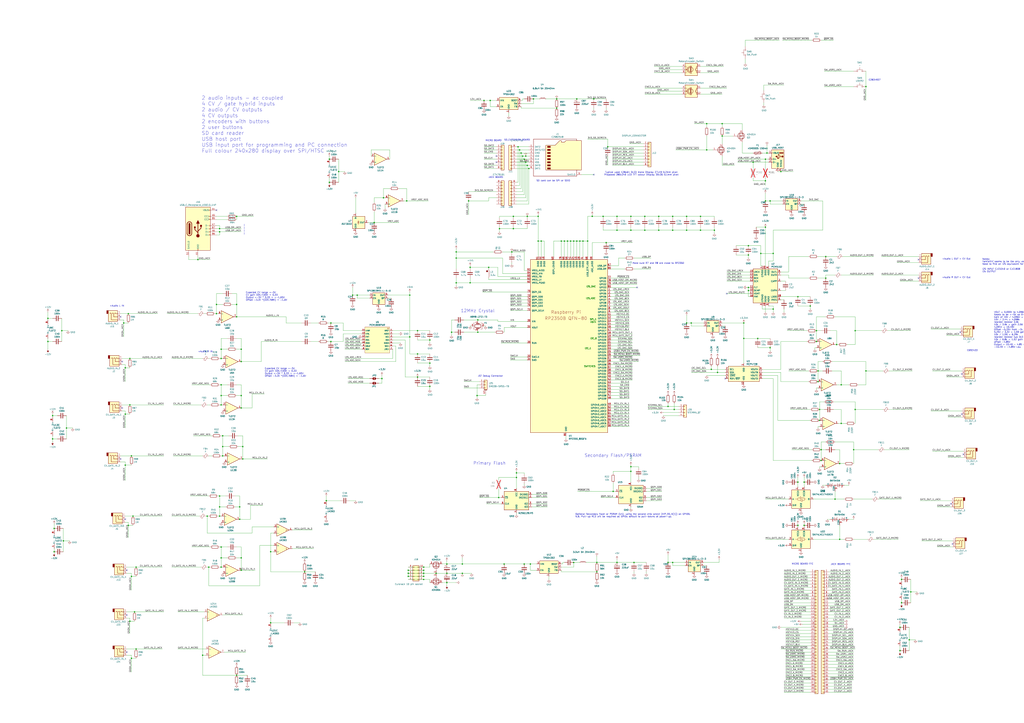
<source format=kicad_sch>
(kicad_sch (version 20250114) (generator "eeschema") (generator_version "9.0")
  (paper "A1")
  (lib_symbols
    (symbol "Amplifier_Operational:TL072" (pin_names (offset 0.127))
      (property "Reference" "U" (at 0 5.08 0))
      (property "Value" "TL072" (at 0 -5.08 0))
      (symbol "TL072_1_1"
        (pin input line (at -7.62 2.54 0) (length 2.54) (name "+") (number "3"))
        (pin input line (at -7.62 -2.54 0) (length 2.54) (name "-") (number "2"))
        (pin output line (at 7.62 0 180) (length 2.54) (name "~") (number "1"))
      )
      (symbol "TL072_2_1"
        (pin input line (at -7.62 2.54 0) (length 2.54) (name "+") (number "5"))
        (pin input line (at -7.62 -2.54 0) (length 2.54) (name "-") (number "6"))
        (pin output line (at 7.62 0 180) (length 2.54) (name "~") (number "7"))
      )
      (symbol "TL072_3_1"
        (pin power_in line (at -2.54 7.62 270) (length 3.81) (name "V+") (number "8"))
        (pin power_in line (at -2.54 -7.62 90) (length 3.81) (name "V-") (number "4"))
      )
    )
    (symbol "Analog_DAC:MCP4728" (pin_names (offset 1.016))
      (property "Reference" "U" (at -12.7 6.35 0))
      (property "Value" "MCP4728" (at 12.7 6.35 0))
      (symbol "MCP4728_1_1"
        (pin input line (at -15.24 2.54 0) (length 2.54) (name "SCL") (number "2"))
        (pin bidirectional line (at -15.24 0 0) (length 2.54) (name "SDA") (number "3"))
        (pin input line (at -15.24 -2.54 0) (length 2.54) (name "~{LDAC}") (number "4"))
        (pin output line (at -15.24 -5.08 0) (length 2.54) (name "RDY/~{BSY}") (number "5"))
        (pin power_in line (at 0 7.62 270) (length 2.54) (name "VDD") (number "1"))
        (pin power_in line (at 0 -10.16 90) (length 2.54) (name "VSS") (number "10"))
        (pin output line (at 15.24 2.54 180) (length 2.54) (name "VOUTA") (number "6"))
        (pin output line (at 15.24 0 180) (length 2.54) (name "VOUTB") (number "7"))
        (pin output line (at 15.24 -2.54 180) (length 2.54) (name "VOUTC") (number "8"))
        (pin output line (at 15.24 -5.08 180) (length 2.54) (name "VOUTD") (number "9"))
      )
    )
    (symbol "Audio:PCM5102"
      (property "Reference" "U" (at -10.16 13.97 0))
      (property "Value" "PCM5102" (at 3.81 13.97 0))
      (symbol "PCM5102_1_1"
        (pin input line (at -12.7 10.16 0) (length 2.54) (name "LRCK") (number "15"))
        (pin input line (at -12.7 7.62 0) (length 2.54) (name "DIN") (number "14"))
        (pin input line (at -12.7 5.08 0) (length 2.54) (name "BCK") (number "13"))
        (pin input line (at -12.7 2.54 0) (length 2.54) (name "SCK") (number "12"))
        (pin input line (at -12.7 -2.54 0) (length 2.54) (name "FLT") (number "11"))
        (pin input line (at -12.7 -5.08 0) (length 2.54) (name "DEMP") (number "10"))
        (pin input line (at -12.7 -7.62 0) (length 2.54) (name "XSMT") (number "17"))
        (pin input line (at -12.7 -10.16 0) (length 2.54) (name "FMT") (number "16"))
        (pin passive line (at -2.54 15.24 270) (length 2.54) (name "CPVDD") (number "1"))
        (pin power_in line (at -2.54 -17.78 90) (length 2.54) (name "CPGND") (number "3"))
        (pin power_in line (at 0 15.24 270) (length 2.54) (name "DVDD") (number "20"))
        (pin power_in line (at 0 -17.78 90) (length 2.54) (name "DGND") (number "19"))
        (pin power_in line (at 2.54 15.24 270) (length 2.54) (name "AVDD") (number "8"))
        (pin power_in line (at 2.54 -17.78 90) (length 2.54) (name "AGND") (number "9"))
        (pin output line (at 12.7 10.16 180) (length 2.54) (name "OUTL") (number "6"))
        (pin output line (at 12.7 7.62 180) (length 2.54) (name "OUTR") (number "7"))
        (pin passive line (at 12.7 2.54 180) (length 2.54) (name "CAPP") (number "2"))
        (pin passive line (at 12.7 -5.08 180) (length 2.54) (name "CAPM") (number "4"))
        (pin passive line (at 12.7 -10.16 180) (length 2.54) (name "LDOO") (number "18"))
        (pin passive line (at 12.7 -12.7 180) (length 2.54) (name "VNEG") (number "5"))
      )
    )
    (symbol "Comparator:LM393" (pin_names (offset 0.127))
      (property "Reference" "U" (at 3.81 3.81 0))
      (property "Value" "LM393" (at 6.35 -3.81 0))
      (symbol "LM393_1_1"
        (pin input line (at -7.62 2.54 0) (length 2.54) (name "+") (number "3"))
        (pin input line (at -7.62 -2.54 0) (length 2.54) (name "-") (number "2"))
        (pin open_collector line (at 7.62 0 180) (length 2.54) (name "~") (number "1"))
      )
      (symbol "LM393_2_1"
        (pin input line (at -7.62 2.54 0) (length 2.54) (name "+") (number "5"))
        (pin input line (at -7.62 -2.54 0) (length 2.54) (name "-") (number "6"))
        (pin open_collector line (at 7.62 0 180) (length 2.54) (name "~") (number "7"))
      )
      (symbol "LM393_3_1"
        (pin power_in line (at -2.54 7.62 270) (length 3.81) (name "V+") (number "8"))
        (pin power_in line (at -2.54 -7.62 90) (length 3.81) (name "V-") (number "4"))
      )
    )
    (symbol "Connector:Micro_SD_Card" (pin_names (offset 1.016))
      (property "Reference" "J" (at -16.51 15.24 0))
      (property "Value" "Micro_SD_Card" (at 16.51 15.24 0))
      (symbol "Micro_SD_Card_1_1"
        (pin bidirectional line (at -22.86 7.62 0) (length 3.81) (name "DAT2") (number "1"))
        (pin bidirectional line (at -22.86 5.08 0) (length 3.81) (name "DAT3/CD") (number "2"))
        (pin input line (at -22.86 2.54 0) (length 3.81) (name "CMD") (number "3"))
        (pin power_in line (at -22.86 0 0) (length 3.81) (name "VDD") (number "4"))
        (pin input line (at -22.86 -2.54 0) (length 3.81) (name "CLK") (number "5"))
        (pin power_in line (at -22.86 -5.08 0) (length 3.81) (name "VSS") (number "6"))
        (pin bidirectional line (at -22.86 -7.62 0) (length 3.81) (name "DAT0") (number "7"))
        (pin bidirectional line (at -22.86 -10.16 0) (length 3.81) (name "DAT1") (number "8"))
        (pin passive line (at 20.32 -15.24 180) (length 3.81) (name "SHIELD") (number "9"))
      )
    )
    (symbol "Connector:USB_A" (pin_names (offset 1.016))
      (property "Reference" "J" (at -5.08 11.43 0))
      (property "Value" "USB_A" (at -5.08 8.89 0))
      (symbol "USB_A_1_1"
        (pin passive line (at -2.54 -10.16 90) (length 2.54) (name "Shield") (number "5"))
        (pin power_in line (at 0 -10.16 90) (length 2.54) (name "GND") (number "4"))
        (pin power_in line (at 7.62 5.08 180) (length 2.54) (name "VBUS") (number "1"))
        (pin bidirectional line (at 7.62 0 180) (length 2.54) (name "D+") (number "3"))
        (pin bidirectional line (at 7.62 -2.54 180) (length 2.54) (name "D-") (number "2"))
      )
    )
    (symbol "Connector:USB_C_Receptacle_USB2.0_14P" (pin_names (offset 1.016))
      (property "Reference" "J" (at 0 22.225 0))
      (property "Value" "USB_C_Receptacle_USB2.0_14P" (at 0 19.685 0))
      (symbol "USB_C_Receptacle_USB2.0_14P_1_1"
        (pin passive line (at -7.62 -22.86 90) (length 5.08) (name "SHIELD") (number "S1"))
        (pin passive line (at 0 -22.86 90) (length 5.08) (name "GND") (number "A1"))
        (pin passive line (at 0 -22.86 90) (length 5.08) (hide yes) (name "GND") (number "A12"))
        (pin passive line (at 0 -22.86 90) (length 5.08) (hide yes) (name "GND") (number "B1"))
        (pin passive line (at 0 -22.86 90) (length 5.08) (hide yes) (name "GND") (number "B12"))
        (pin passive line (at 15.24 15.24 180) (length 5.08) (name "VBUS") (number "A4"))
        (pin passive line (at 15.24 15.24 180) (length 5.08) (hide yes) (name "VBUS") (number "A9"))
        (pin passive line (at 15.24 15.24 180) (length 5.08) (hide yes) (name "VBUS") (number "B4"))
        (pin passive line (at 15.24 15.24 180) (length 5.08) (hide yes) (name "VBUS") (number "B9"))
        (pin bidirectional line (at 15.24 10.16 180) (length 5.08) (name "CC1") (number "A5"))
        (pin bidirectional line (at 15.24 7.62 180) (length 5.08) (name "CC2") (number "B5"))
        (pin bidirectional line (at 15.24 2.54 180) (length 5.08) (name "D-") (number "A7"))
        (pin bidirectional line (at 15.24 0 180) (length 5.08) (name "D-") (number "B7"))
        (pin bidirectional line (at 15.24 -2.54 180) (length 5.08) (name "D+") (number "A6"))
        (pin bidirectional line (at 15.24 -5.08 180) (length 5.08) (name "D+") (number "B6"))
      )
    )
    (symbol "Connector_Audio:AudioJack3"
      (property "Reference" "J" (at 0 8.89 0))
      (property "Value" "AudioJack3" (at 0 6.35 0))
      (symbol "AudioJack3_1_1"
        (pin passive line (at 5.08 2.54 180) (length 2.54) (name "~") (number "S"))
        (pin passive line (at 5.08 0 180) (length 2.54) (name "~") (number "R"))
        (pin passive line (at 5.08 -2.54 180) (length 2.54) (name "~") (number "T"))
      )
    )
    (symbol "Connector_Generic:Conn_01x04" (pin_names (offset 1.016) (hide yes))
      (property "Reference" "J" (at 0 5.08 0))
      (property "Value" "Conn_01x04" (at 0 -7.62 0))
      (symbol "Conn_01x04_1_1"
        (pin passive line (at -5.08 2.54 0) (length 3.81) (name "Pin_1") (number "1"))
        (pin passive line (at -5.08 0 0) (length 3.81) (name "Pin_2") (number "2"))
        (pin passive line (at -5.08 -2.54 0) (length 3.81) (name "Pin_3") (number "3"))
        (pin passive line (at -5.08 -5.08 0) (length 3.81) (name "Pin_4") (number "4"))
      )
    )
    (symbol "Connector_Generic:Conn_01x08" (pin_names (offset 1.016) (hide yes))
      (property "Reference" "J" (at 0 10.16 0))
      (property "Value" "Conn_01x08" (at 0 -12.7 0))
      (symbol "Conn_01x08_1_1"
        (pin passive line (at -5.08 7.62 0) (length 3.81) (name "Pin_1") (number "1"))
        (pin passive line (at -5.08 5.08 0) (length 3.81) (name "Pin_2") (number "2"))
        (pin passive line (at -5.08 2.54 0) (length 3.81) (name "Pin_3") (number "3"))
        (pin passive line (at -5.08 0 0) (length 3.81) (name "Pin_4") (number "4"))
        (pin passive line (at -5.08 -2.54 0) (length 3.81) (name "Pin_5") (number "5"))
        (pin passive line (at -5.08 -5.08 0) (length 3.81) (name "Pin_6") (number "6"))
        (pin passive line (at -5.08 -7.62 0) (length 3.81) (name "Pin_7") (number "7"))
        (pin passive line (at -5.08 -10.16 0) (length 3.81) (name "Pin_8") (number "8"))
      )
    )
    (symbol "Connector_Generic:Conn_01x40" (pin_names (offset 1.016) (hide yes))
      (property "Reference" "J" (at 0 50.8 0))
      (property "Value" "Conn_01x40" (at 0 -53.34 0))
      (symbol "Conn_01x40_1_1"
        (pin passive line (at -5.08 48.26 0) (length 3.81) (name "Pin_1") (number "1"))
        (pin passive line (at -5.08 45.72 0) (length 3.81) (name "Pin_2") (number "2"))
        (pin passive line (at -5.08 43.18 0) (length 3.81) (name "Pin_3") (number "3"))
        (pin passive line (at -5.08 40.64 0) (length 3.81) (name "Pin_4") (number "4"))
        (pin passive line (at -5.08 38.1 0) (length 3.81) (name "Pin_5") (number "5"))
        (pin passive line (at -5.08 35.56 0) (length 3.81) (name "Pin_6") (number "6"))
        (pin passive line (at -5.08 33.02 0) (length 3.81) (name "Pin_7") (number "7"))
        (pin passive line (at -5.08 30.48 0) (length 3.81) (name "Pin_8") (number "8"))
        (pin passive line (at -5.08 27.94 0) (length 3.81) (name "Pin_9") (number "9"))
        (pin passive line (at -5.08 25.4 0) (length 3.81) (name "Pin_10") (number "10"))
        (pin passive line (at -5.08 22.86 0) (length 3.81) (name "Pin_11") (number "11"))
        (pin passive line (at -5.08 20.32 0) (length 3.81) (name "Pin_12") (number "12"))
        (pin passive line (at -5.08 17.78 0) (length 3.81) (name "Pin_13") (number "13"))
        (pin passive line (at -5.08 15.24 0) (length 3.81) (name "Pin_14") (number "14"))
        (pin passive line (at -5.08 12.7 0) (length 3.81) (name "Pin_15") (number "15"))
        (pin passive line (at -5.08 10.16 0) (length 3.81) (name "Pin_16") (number "16"))
        (pin passive line (at -5.08 7.62 0) (length 3.81) (name "Pin_17") (number "17"))
        (pin passive line (at -5.08 5.08 0) (length 3.81) (name "Pin_18") (number "18"))
        (pin passive line (at -5.08 2.54 0) (length 3.81) (name "Pin_19") (number "19"))
        (pin passive line (at -5.08 0 0) (length 3.81) (name "Pin_20") (number "20"))
        (pin passive line (at -5.08 -2.54 0) (length 3.81) (name "Pin_21") (number "21"))
        (pin passive line (at -5.08 -5.08 0) (length 3.81) (name "Pin_22") (number "22"))
        (pin passive line (at -5.08 -7.62 0) (length 3.81) (name "Pin_23") (number "23"))
        (pin passive line (at -5.08 -10.16 0) (length 3.81) (name "Pin_24") (number "24"))
        (pin passive line (at -5.08 -12.7 0) (length 3.81) (name "Pin_25") (number "25"))
        (pin passive line (at -5.08 -15.24 0) (length 3.81) (name "Pin_26") (number "26"))
        (pin passive line (at -5.08 -17.78 0) (length 3.81) (name "Pin_27") (number "27"))
        (pin passive line (at -5.08 -20.32 0) (length 3.81) (name "Pin_28") (number "28"))
        (pin passive line (at -5.08 -22.86 0) (length 3.81) (name "Pin_29") (number "29"))
        (pin passive line (at -5.08 -25.4 0) (length 3.81) (name "Pin_30") (number "30"))
        (pin passive line (at -5.08 -27.94 0) (length 3.81) (name "Pin_31") (number "31"))
        (pin passive line (at -5.08 -30.48 0) (length 3.81) (name "Pin_32") (number "32"))
        (pin passive line (at -5.08 -33.02 0) (length 3.81) (name "Pin_33") (number "33"))
        (pin passive line (at -5.08 -35.56 0) (length 3.81) (name "Pin_34") (number "34"))
        (pin passive line (at -5.08 -38.1 0) (length 3.81) (name "Pin_35") (number "35"))
        (pin passive line (at -5.08 -40.64 0) (length 3.81) (name "Pin_36") (number "36"))
        (pin passive line (at -5.08 -43.18 0) (length 3.81) (name "Pin_37") (number "37"))
        (pin passive line (at -5.08 -45.72 0) (length 3.81) (name "Pin_38") (number "38"))
        (pin passive line (at -5.08 -48.26 0) (length 3.81) (name "Pin_39") (number "39"))
        (pin passive line (at -5.08 -50.8 0) (length 3.81) (name "Pin_40") (number "40"))
      )
    )
    (symbol "Connector_Generic:Conn_02x05_Odd_Even" (pin_names (offset 1.016) (hide yes))
      (property "Reference" "J" (at 1.27 7.62 0))
      (property "Value" "Conn_02x05_Odd_Even" (at 1.27 -7.62 0))
      (symbol "Conn_02x05_Odd_Even_1_1"
        (pin passive line (at -5.08 5.08 0) (length 3.81) (name "Pin_1") (number "1"))
        (pin passive line (at -5.08 2.54 0) (length 3.81) (name "Pin_3") (number "3"))
        (pin passive line (at -5.08 0 0) (length 3.81) (name "Pin_5") (number "5"))
        (pin passive line (at -5.08 -2.54 0) (length 3.81) (name "Pin_7") (number "7"))
        (pin passive line (at -5.08 -5.08 0) (length 3.81) (name "Pin_9") (number "9"))
        (pin passive line (at 7.62 5.08 180) (length 3.81) (name "Pin_2") (number "2"))
        (pin passive line (at 7.62 2.54 180) (length 3.81) (name "Pin_4") (number "4"))
        (pin passive line (at 7.62 0 180) (length 3.81) (name "Pin_6") (number "6"))
        (pin passive line (at 7.62 -2.54 180) (length 3.81) (name "Pin_8") (number "8"))
        (pin passive line (at 7.62 -5.08 180) (length 3.81) (name "Pin_10") (number "10"))
      )
    )
    (symbol "Connector_Generic_MountingPin:Conn_01x03_MountingPin" (pin_names (offset 1.016) (hide yes))
      (property "Reference" "J" (at 0 5.08 0))
      (property "Value" "Conn_01x03_MountingPin" (at 1.27 -5.08 0))
      (symbol "Conn_01x03_MountingPin_1_1"
        (text "Mounting" (at 0 -4.191 0) (effects (font (size 0.381 0.381))))
        (pin passive line (at -5.08 2.54 0) (length 3.81) (name "Pin_1") (number "1"))
        (pin passive line (at -5.08 0 0) (length 3.81) (name "Pin_2") (number "2"))
        (pin passive line (at -5.08 -2.54 0) (length 3.81) (name "Pin_3") (number "3"))
        (pin passive line (at 0 -7.62 90) (length 3.048) (name "MountPin") (number "MP"))
      )
    )
    (symbol "Device:C" (pin_numbers (hide yes)) (pin_names (offset 0.254))
      (property "Reference" "C" (at 0.635 2.54 0))
      (property "Value" "C" (at 0.635 -2.54 0))
      (symbol "C_1_1"
        (pin passive line (at 0 3.81 270) (length 2.794) (name "~") (number "1"))
        (pin passive line (at 0 -3.81 90) (length 2.794) (name "~") (number "2"))
      )
    )
    (symbol "Device:C_Polarized" (pin_numbers (hide yes)) (pin_names (offset 0.254))
      (property "Reference" "C" (at 0.635 2.54 0))
      (property "Value" "C_Polarized" (at 0.635 -2.54 0))
      (symbol "C_Polarized_1_1"
        (pin passive line (at 0 3.81 270) (length 2.794) (name "~") (number "1"))
        (pin passive line (at 0 -3.81 90) (length 2.794) (name "~") (number "2"))
      )
    )
    (symbol "Device:Crystal_GND24" (pin_names (offset 1.016) (hide yes))
      (property "Reference" "Y" (at 3.175 5.08 0))
      (property "Value" "Crystal_GND24" (at 3.175 3.175 0))
      (symbol "Crystal_GND24_1_1"
        (pin passive line (at -3.81 0 0) (length 1.27) (name "1") (number "1"))
        (pin passive line (at 0 5.08 270) (length 1.27) (name "2") (number "2"))
        (pin passive line (at 0 -5.08 90) (length 1.27) (name "4") (number "4"))
        (pin passive line (at 3.81 0 180) (length 1.27) (name "3") (number "3"))
      )
    )
    (symbol "Device:FerriteBead_Small" (pin_numbers (hide yes)) (pin_names (offset 0))
      (property "Reference" "FB" (at 1.905 1.27 0))
      (property "Value" "FerriteBead_Small" (at 1.905 -1.27 0))
      (symbol "FerriteBead_Small_1_1"
        (pin passive line (at 0 2.54 270) (length 1.27) (name "~") (number "1"))
        (pin passive line (at 0 -2.54 90) (length 1.27) (name "~") (number "2"))
      )
    )
    (symbol "Device:L" (pin_numbers (hide yes)) (pin_names (offset 1.016) (hide yes))
      (property "Reference" "L" (at -1.27 0 90))
      (property "Value" "L" (at 1.905 0 90))
      (symbol "L_1_1"
        (pin passive line (at 0 3.81 270) (length 1.27) (name "1") (number "1"))
        (pin passive line (at 0 -3.81 90) (length 1.27) (name "2") (number "2"))
      )
    )
    (symbol "Device:L_Ferrite_Small" (pin_numbers (hide yes)) (pin_names (offset 0.254) (hide yes))
      (property "Reference" "L" (at 1.27 1.016 0))
      (property "Value" "L_Ferrite_Small" (at 1.27 -1.27 0))
      (symbol "L_Ferrite_Small_1_1"
        (pin passive line (at 0 2.54 270) (length 0.508) (name "~") (number "1"))
        (pin passive line (at 0 -2.54 90) (length 0.508) (name "~") (number "2"))
      )
    )
    (symbol "Device:Polyfuse" (pin_numbers (hide yes)) (pin_names (offset 0))
      (property "Reference" "F" (at -2.54 0 90))
      (property "Value" "Polyfuse" (at 2.54 0 90))
      (symbol "Polyfuse_1_1"
        (pin passive line (at 0 3.81 270) (length 1.27) (name "~") (number "1"))
        (pin passive line (at 0 -3.81 90) (length 1.27) (name "~") (number "2"))
      )
    )
    (symbol "Device:Q_NMOS_GDS" (pin_names (offset 0) (hide yes))
      (property "Reference" "Q" (at 5.08 1.27 0))
      (property "Value" "Q_NMOS_GDS" (at 5.08 -1.27 0))
      (symbol "Q_NMOS_GDS_1_1"
        (pin input line (at -5.08 0 0) (length 2.54) (name "G") (number "1"))
        (pin passive line (at 2.54 5.08 270) (length 2.54) (name "D") (number "2"))
        (pin passive line (at 2.54 -5.08 90) (length 2.54) (name "S") (number "3"))
      )
    )
    (symbol "Device:Q_PMOS_GDS" (pin_names (offset 0) (hide yes))
      (property "Reference" "Q" (at 5.08 1.27 0))
      (property "Value" "Q_PMOS_GDS" (at 5.08 -1.27 0))
      (symbol "Q_PMOS_GDS_1_1"
        (pin input line (at -5.08 0 0) (length 2.54) (name "G") (number "1"))
        (pin passive line (at 2.54 5.08 270) (length 2.54) (name "D") (number "2"))
        (pin passive line (at 2.54 -5.08 90) (length 2.54) (name "S") (number "3"))
      )
    )
    (symbol "Device:R" (pin_numbers (hide yes)) (pin_names (offset 0))
      (property "Reference" "R" (at 2.032 0 90))
      (property "Value" "R" (at 0 0 90))
      (symbol "R_1_1"
        (pin passive line (at 0 3.81 270) (length 1.27) (name "~") (number "1"))
        (pin passive line (at 0 -3.81 90) (length 1.27) (name "~") (number "2"))
      )
    )
    (symbol "Device:RotaryEncoder_Switch" (pin_names (offset 0.254) (hide yes))
      (property "Reference" "SW" (at 0 6.604 0))
      (property "Value" "RotaryEncoder_Switch" (at 0 -6.604 0))
      (symbol "RotaryEncoder_Switch_1_1"
        (pin passive line (at -7.62 2.54 0) (length 2.54) (name "A") (number "A"))
        (pin passive line (at -7.62 0 0) (length 2.54) (name "C") (number "C"))
        (pin passive line (at -7.62 -2.54 0) (length 2.54) (name "B") (number "B"))
        (pin passive line (at 7.62 2.54 180) (length 2.54) (name "S1") (number "S1"))
        (pin passive line (at 7.62 -2.54 180) (length 2.54) (name "S2") (number "S2"))
      )
    )
    (symbol "Diode:BAT54SW" (pin_names (offset 0))
      (property "Reference" "D" (at 0.635 -3.81 0))
      (property "Value" "BAT54SW" (at -6.35 3.175 0))
      (symbol "BAT54SW_1_1"
        (pin passive line (at -7.62 0 0) (length 3.81) (name "A") (number "1"))
        (pin passive line (at 0 -5.08 90) (length 5.08) (name "COM") (number "3"))
        (pin passive line (at 7.62 0 180) (length 3.81) (name "K") (number "2"))
      )
    )
    (symbol "Jumper:SolderJumper_2_Open" (pin_numbers (hide yes)) (pin_names (offset 0) (hide yes)) (exclude_from_sim yes) (in_bom no)
      (property "Reference" "JP" (at 0 2.032 0))
      (property "Value" "SolderJumper_2_Open" (at 0 -2.54 0))
      (symbol "SolderJumper_2_Open_1_1"
        (pin passive line (at -3.81 0 0) (length 2.54) (name "A") (number "1"))
        (pin passive line (at 3.81 0 180) (length 2.54) (name "B") (number "2"))
      )
    )
    (symbol "Logic_LevelTranslator:SN74LVC1T45DCK"
      (property "Reference" "U" (at -6.35 8.89 0))
      (property "Value" "SN74LVC1T45DCK" (at 3.81 8.89 0))
      (symbol "SN74LVC1T45DCK_1_1"
        (pin bidirectional line (at -10.16 0 0) (length 2.54) (name "A") (number "3"))
        (pin input line (at -10.16 -5.08 0) (length 2.54) (name "DIR") (number "5"))
        (pin power_in line (at -2.54 10.16 270) (length 2.54) (name "VCCA") (number "1"))
        (pin power_in line (at 0 -10.16 90) (length 2.54) (name "GND") (number "2"))
        (pin power_in line (at 2.54 10.16 270) (length 2.54) (name "VCCB") (number "6"))
        (pin bidirectional line (at 10.16 0 180) (length 2.54) (name "B") (number "4"))
      )
    )
    (symbol "MCU_RaspberryPi_RP2350:RP2350_80QFN" (pin_names (offset 1.016))
      (property "Reference" "U" (at -29.21 49.53 0))
      (property "Value" "RP2350_80QFN" (at 25.4 -96.52 0))
      (symbol "RP2350_80QFN_0_0"
        (text "Raspberry Pi" (at 0 5.08 0) (effects (font (size 2.54 2.54))))
      )
      (symbol "RP2350_80QFN_1_0"
        (text "RP2350B QFN-80" (at 0 0 0) (effects (font (size 2.54 2.54))))
      )
      (symbol "RP2350_80QFN_1_1"
        (pin power_in line (at -31.75 39.37 0) (length 2.54) (name "VREG_AVDD") (number "61"))
        (pin power_in line (at -31.75 36.83 0) (length 2.54) (name "VREG_VIN") (number "64"))
        (pin input line (at -31.75 34.29 0) (length 2.54) (name "VREG_FB") (number "65"))
        (pin power_out line (at -31.75 31.75 0) (length 2.54) (name "VREG_LX") (number "63"))
        (pin power_in line (at -31.75 29.21 0) (length 2.54) (name "VREG_PGND") (number "62"))
        (pin bidirectional line (at -31.75 21.59 0) (length 2.54) (name "QSPI_SS") (number "75"))
        (pin bidirectional line (at -31.75 17.78 0) (length 2.54) (name "QSPI_SD0") (number "72"))
        (pin bidirectional line (at -31.75 15.24 0) (length 2.54) (name "QSPI_SD1") (number "74"))
        (pin bidirectional line (at -31.75 12.7 0) (length 2.54) (name "QSPI_SD2") (number "73"))
        (pin bidirectional line (at -31.75 10.16 0) (length 2.54) (name "QSPI_SD3") (number "70"))
        (pin output line (at -31.75 6.35 0) (length 2.54) (name "QSPI_SCLK") (number "71"))
        (pin input line (at -31.75 -2.54 0) (length 2.54) (name "XIN") (number "30"))
        (pin passive line (at -31.75 -7.62 0) (length 2.54) (name "XOUT") (number "31"))
        (pin input line (at -31.75 -20.32 0) (length 2.54) (name "RUN") (number "35"))
        (pin output line (at -31.75 -31.75 0) (length 2.54) (name "SWCLK") (number "33"))
        (pin bidirectional line (at -31.75 -34.29 0) (length 2.54) (name "SWD") (number "34"))
        (pin power_in line (at -22.86 50.8 270) (length 2.54) (name "DVDD") (number "51"))
        (pin power_in line (at -20.32 50.8 270) (length 2.54) (name "DVDD") (number "32"))
        (pin power_in line (at -17.78 50.8 270) (length 2.54) (name "DVDD") (number "10"))
        (pin power_in line (at -10.16 50.8 270) (length 2.54) (name "QSPI_IOVDD") (number "69"))
        (pin power_in line (at -3.81 50.8 270) (length 2.54) (name "IOVDD") (number "76"))
        (pin power_in line (at -1.27 50.8 270) (length 2.54) (name "IOVDD") (number "60"))
        (pin power_in line (at 0 -96.52 90) (length 2.54) (name "GND") (number "81"))
        (pin power_in line (at 1.27 50.8 270) (length 2.54) (name "IOVDD") (number "50"))
        (pin power_in line (at 3.81 50.8 270) (length 2.54) (name "IOVDD") (number "41"))
        (pin power_in line (at 6.35 50.8 270) (length 2.54) (name "IOVDD") (number "24"))
        (pin power_in line (at 8.89 50.8 270) (length 2.54) (name "IOVDD") (number "15"))
        (pin power_in line (at 11.43 50.8 270) (length 2.54) (name "IOVDD") (number "29"))
        (pin power_in line (at 13.97 50.8 270) (length 2.54) (name "IOVDD") (number "5"))
        (pin power_in line (at 17.78 50.8 270) (length 2.54) (name "USB_OTP_VDD") (number "68"))
        (pin power_in line (at 21.59 50.8 270) (length 2.54) (name "ADC_AVDD") (number "59"))
        (pin bidirectional line (at 36.83 43.18 180) (length 2.54) (name "USB_DP") (number "67"))
        (pin bidirectional line (at 36.83 40.64 180) (length 2.54) (name "USB_DM") (number "66"))
        (pin bidirectional line (at 36.83 33.02 180) (length 2.54) (name "GPIO0") (number "77"))
        (pin bidirectional line (at 36.83 30.48 180) (length 2.54) (name "GPIO1") (number "78"))
        (pin bidirectional line (at 36.83 27.94 180) (length 2.54) (name "GPIO2") (number "79"))
        (pin bidirectional line (at 36.83 25.4 180) (length 2.54) (name "GPIO3") (number "80"))
        (pin bidirectional line (at 36.83 22.86 180) (length 2.54) (name "GPIO4") (number "1"))
        (pin bidirectional line (at 36.83 20.32 180) (length 2.54) (name "GPIO5") (number "2"))
        (pin bidirectional line (at 36.83 17.78 180) (length 2.54) (name "GPIO6") (number "3"))
        (pin bidirectional line (at 36.83 15.24 180) (length 2.54) (name "GPIO7") (number "4"))
        (pin bidirectional line (at 36.83 12.7 180) (length 2.54) (name "GPIO8") (number "6"))
        (pin bidirectional line (at 36.83 10.16 180) (length 2.54) (name "GPIO9") (number "7"))
        (pin bidirectional line (at 36.83 7.62 180) (length 2.54) (name "GPIO10") (number "8"))
        (pin bidirectional line (at 36.83 5.08 180) (length 2.54) (name "GPIO11") (number "9"))
        (pin bidirectional line (at 36.83 2.54 180) (length 2.54) (name "GPIO12") (number "11"))
        (pin bidirectional line (at 36.83 0 180) (length 2.54) (name "GPIO13") (number "12"))
        (pin bidirectional line (at 36.83 -2.54 180) (length 2.54) (name "GPIO14") (number "13"))
        (pin bidirectional line (at 36.83 -5.08 180) (length 2.54) (name "GPIO15") (number "14"))
        (pin bidirectional line (at 36.83 -7.62 180) (length 2.54) (name "GPIO16") (number "16"))
        (pin bidirectional line (at 36.83 -10.16 180) (length 2.54) (name "GPIO17") (number "17"))
        (pin bidirectional line (at 36.83 -12.7 180) (length 2.54) (name "GPIO18") (number "18"))
        (pin bidirectional line (at 36.83 -15.24 180) (length 2.54) (name "GPIO19") (number "19"))
        (pin bidirectional line (at 36.83 -17.78 180) (length 2.54) (name "GPIO20") (number "20"))
        (pin bidirectional line (at 36.83 -20.32 180) (length 2.54) (name "GPIO21") (number "21"))
        (pin bidirectional line (at 36.83 -22.86 180) (length 2.54) (name "GPIO22") (number "22"))
        (pin bidirectional line (at 36.83 -25.4 180) (length 2.54) (name "GPIO23") (number "23"))
        (pin bidirectional line (at 36.83 -27.94 180) (length 2.54) (name "GPIO24") (number "25"))
        (pin bidirectional line (at 36.83 -30.48 180) (length 2.54) (name "GPIO25") (number "26"))
        (pin bidirectional line (at 36.83 -33.02 180) (length 2.54) (name "GPIO26") (number "27"))
        (pin bidirectional line (at 36.83 -35.56 180) (length 2.54) (name "GPIO27") (number "28"))
        (pin bidirectional line (at 36.83 -38.1 180) (length 2.54) (name "GPIO28") (number "36"))
        (pin bidirectional line (at 36.83 -40.64 180) (length 2.54) (name "GPIO29") (number "37"))
        (pin bidirectional line (at 36.83 -43.18 180) (length 2.54) (name "GPIO30") (number "38"))
        (pin bidirectional line (at 36.83 -45.72 180) (length 2.54) (name "GPIO31") (number "39"))
        (pin bidirectional line (at 36.83 -48.26 180) (length 2.54) (name "GPIO32") (number "40"))
        (pin bidirectional line (at 36.83 -50.8 180) (length 2.54) (name "GPIO33") (number "42"))
        (pin bidirectional line (at 36.83 -53.34 180) (length 2.54) (name "GPIO34") (number "43"))
        (pin bidirectional line (at 36.83 -55.88 180) (length 2.54) (name "GPIO35") (number "44"))
        (pin bidirectional line (at 36.83 -58.42 180) (length 2.54) (name "GPIO36") (number "45"))
        (pin bidirectional line (at 36.83 -60.96 180) (length 2.54) (name "GPIO37") (number "46"))
        (pin bidirectional line (at 36.83 -63.5 180) (length 2.54) (name "GPIO38") (number "47"))
        (pin bidirectional line (at 36.83 -66.04 180) (length 2.54) (name "GPIO39") (number "48"))
        (pin bidirectional line (at 36.83 -71.12 180) (length 2.54) (name "GPIO40_ADC0") (number "49"))
        (pin bidirectional line (at 36.83 -73.66 180) (length 2.54) (name "GPIO41_ADC1") (number "52"))
        (pin bidirectional line (at 36.83 -76.2 180) (length 2.54) (name "GPIO42_ADC2") (number "53"))
        (pin bidirectional line (at 36.83 -78.74 180) (length 2.54) (name "GPIO43_ADC3") (number "54"))
        (pin bidirectional line (at 36.83 -81.28 180) (length 2.54) (name "GPIO44_ADC4") (number "55"))
        (pin bidirectional line (at 36.83 -83.82 180) (length 2.54) (name "GPIO45_ADC5") (number "56"))
        (pin bidirectional line (at 36.83 -86.36 180) (length 2.54) (name "GPIO46_ADC6") (number "57"))
        (pin bidirectional line (at 36.83 -88.9 180) (length 2.54) (name "GPIO47_ADC7") (number "58"))
      )
    )
    (symbol "Memory_Flash:W25Q128JVS"
      (property "Reference" "U" (at -8.89 8.89 0))
      (property "Value" "W25Q128JVS" (at 7.62 8.89 0))
      (symbol "W25Q128JVS_1_1"
        (pin input line (at -12.7 2.54 0) (length 2.54) (name "~{CS}") (number "1"))
        (pin input line (at -12.7 -2.54 0) (length 2.54) (name "CLK") (number "6"))
        (pin power_in line (at 0 10.16 270) (length 2.54) (name "VCC") (number "8"))
        (pin power_in line (at 0 -10.16 90) (length 2.54) (name "GND") (number "4"))
        (pin bidirectional line (at 12.7 5.08 180) (length 2.54) (name "DI(IO0)") (number "5"))
        (pin bidirectional line (at 12.7 2.54 180) (length 2.54) (name "DO(IO1)") (number "2"))
        (pin bidirectional line (at 12.7 -2.54 180) (length 2.54) (name "IO2") (number "3"))
        (pin bidirectional line (at 12.7 -5.08 180) (length 2.54) (name "IO3") (number "7"))
      )
    )
    (symbol "PCM1808PWR:PCM1808PWR"
      (property "Reference" "U" (at 0 1.27 0))
      (property "Value" "PCM1808PWR" (at 0 -2.54 0))
      (symbol "PCM1808PWR_0_1"
        (pin unspecified line (at -12.7 7.62 0) (length 2.54) (name "VREF") (number "1"))
        (pin unspecified line (at -12.7 5.08 0) (length 2.54) (name "AGND") (number "2"))
        (pin unspecified line (at -12.7 2.54 0) (length 2.54) (name "VCC") (number "3"))
        (pin unspecified line (at -12.7 0 0) (length 2.54) (name "VDD") (number "4"))
        (pin unspecified line (at -12.7 -2.54 0) (length 2.54) (name "DGND") (number "5"))
        (pin unspecified line (at -12.7 -5.08 0) (length 2.54) (name "SCKI") (number "6"))
        (pin unspecified line (at -12.7 -7.62 0) (length 2.54) (name "LRCK") (number "7"))
        (pin unspecified line (at 12.7 7.62 180) (length 2.54) (name "VINR") (number "14"))
        (pin unspecified line (at 12.7 5.08 180) (length 2.54) (name "VINL") (number "13"))
        (pin unspecified line (at 12.7 2.54 180) (length 2.54) (name "FMT") (number "12"))
        (pin unspecified line (at 12.7 0 180) (length 2.54) (name "MD1") (number "11"))
        (pin unspecified line (at 12.7 -2.54 180) (length 2.54) (name "MD0") (number "10"))
        (pin unspecified line (at 12.7 -5.08 180) (length 2.54) (name "DOUT") (number "9"))
        (pin unspecified line (at 12.7 -7.62 180) (length 2.54) (name "BCK") (number "8"))
      )
    )
    (symbol "Reference_Voltage:REF3033" (pin_names (offset 0.254))
      (property "Reference" "U" (at 0 6.35 0))
      (property "Value" "REF3033" (at 2.54 -6.35 0))
      (symbol "REF3033_1_1"
        (pin power_in line (at -2.54 7.62 270) (length 2.54) (name "IN") (number "1"))
        (pin power_in line (at -2.54 -7.62 90) (length 2.54) (name "GND") (number "3"))
        (pin power_out line (at 7.62 0 180) (length 2.54) (name "OUT") (number "2"))
      )
    )
    (symbol "Regulator_Linear:SPX3819M5-L-3-3" (pin_names (offset 0.254))
      (property "Reference" "U" (at -3.81 5.715 0))
      (property "Value" "SPX3819M5-L-3-3" (at 0 5.715 0))
      (symbol "SPX3819M5-L-3-3_1_1"
        (pin power_in line (at -7.62 2.54 0) (length 2.54) (name "IN") (number "1"))
        (pin input line (at -7.62 0 0) (length 2.54) (name "EN") (number "3"))
        (pin power_in line (at 0 -7.62 90) (length 2.54) (name "GND") (number "2"))
        (pin power_out line (at 7.62 2.54 180) (length 2.54) (name "OUT") (number "5"))
        (pin input line (at 7.62 0 180) (length 2.54) (name "BP") (number "4"))
      )
    )
    (symbol "Regulator_Switching:TPS54302"
      (property "Reference" "U" (at -7.62 6.35 0))
      (property "Value" "TPS54302" (at 0 6.35 0))
      (symbol "TPS54302_1_1"
        (pin power_in line (at -10.16 2.54 0) (length 2.54) (name "VIN") (number "3"))
        (pin input line (at -10.16 -2.54 0) (length 2.54) (name "EN") (number "5"))
        (pin power_in line (at 0 -7.62 90) (length 2.54) (name "GND") (number "1"))
        (pin passive line (at 10.16 2.54 180) (length 2.54) (name "BOOT") (number "6"))
        (pin power_out line (at 10.16 0 180) (length 2.54) (name "SW") (number "2"))
        (pin input line (at 10.16 -2.54 180) (length 2.54) (name "FB") (number "4"))
      )
    )
    (symbol "Switch:SW_Push" (pin_numbers (hide yes)) (pin_names (offset 1.016) (hide yes))
      (property "Reference" "SW" (at 1.27 2.54 0))
      (property "Value" "SW_Push" (at 0 -1.524 0))
      (symbol "SW_Push_0_1"
        (pin passive line (at -5.08 0 0) (length 2.54) (name "1") (number "1"))
        (pin passive line (at 5.08 0 180) (length 2.54) (name "2") (number "2"))
      )
    )
    (symbol "power:+12V" (power) (pin_numbers (hide yes)) (pin_names (offset 0) (hide yes))
      (property "Value" "+12V" (at 0 3.556 0))
      (symbol "+12V_1_1"
        (pin power_in line (at 0 0 90) (length 0) (name "~") (number "1"))
      )
    )
    (symbol "power:+1V1" (power) (pin_names (offset 0))
      (property "Value" "+1V1" (at 0 3.556 0))
      (symbol "+1V1_1_1"
        (pin power_in line (at 0 0 90) (length 0) (hide yes) (name "+1V1") (number "1"))
      )
    )
    (symbol "power:+3.3V" (power) (pin_numbers (hide yes)) (pin_names (offset 0) (hide yes))
      (property "Value" "+3.3V" (at 0 3.556 0))
      (symbol "+3.3V_1_1"
        (pin power_in line (at 0 0 90) (length 0) (name "~") (number "1"))
      )
    )
    (symbol "power:+3.3VA" (power) (pin_numbers (hide yes)) (pin_names (offset 0) (hide yes))
      (property "Value" "+3.3VA" (at 0 3.556 0))
      (symbol "+3.3VA_1_1"
        (pin power_in line (at 0 0 90) (length 0) (name "~") (number "1"))
      )
    )
    (symbol "power:+5V" (power) (pin_numbers (hide yes)) (pin_names (offset 0) (hide yes))
      (property "Value" "+5V" (at 0 3.556 0))
      (symbol "+5V_1_1"
        (pin power_in line (at 0 0 90) (length 0) (name "~") (number "1"))
      )
    )
    (symbol "power:+5VA" (power) (pin_numbers (hide yes)) (pin_names (offset 0) (hide yes))
      (property "Value" "+5VA" (at 0 3.556 0))
      (symbol "+5VA_1_1"
        (pin power_in line (at 0 0 90) (length 0) (name "~") (number "1"))
      )
    )
    (symbol "power:-12V" (power) (pin_numbers (hide yes)) (pin_names (offset 0) (hide yes))
      (property "Value" "-12V" (at 0 3.556 0))
      (symbol "-12V_0_0"
        (pin power_in line (at 0 0 90) (length 0) (name "~") (number "1"))
      )
    )
    (symbol "power:GND" (power) (pin_numbers (hide yes)) (pin_names (offset 0) (hide yes))
      (property "Value" "GND" (at 0 -3.81 0))
      (symbol "GND_1_1"
        (pin power_in line (at 0 0 270) (length 0) (name "~") (number "1"))
      )
    )
    (symbol "power:PWR_FLAG" (power) (pin_numbers (hide yes)) (pin_names (offset 0) (hide yes))
      (property "Value" "PWR_FLAG" (at 0 3.81 0))
      (symbol "PWR_FLAG_0_0"
        (pin power_out line (at 0 0 90) (length 0) (name "~") (number "1"))
      )
    )
  )
  (circle (center 400.05 222.885) (radius 0.635) (stroke (width 0) (color 132 0 0 1)) (fill (type color) (color 132 0 0 1)))
  (text "JACK BOARD" (at 407.162 145.796 0) (effects (font (size 1.27 1.27))))
  (text "MICRO BOARD FFC" (at 659.13 463.55 0) (effects (font (size 1.27 1.27))))
  (text "+ CV Out" (at 792.48 212.852 0) (effects (font (size 1.27 1.27))))
  (text "SD card can be SPI or SDIO" (at 454.406 148.59 0) (effects (font (size 1.27 1.27))))
  (text "+Audio L IN" (at 96.012 251.46 0) (effects (font (size 1.27 1.27))))
  (text "C2834937" (at 718.312 65.786 0) (effects (font (size 1.27 1.27))))
  (text "JST Debug Connector" (at 392.43 309.88 0) (effects (font (size 1.27 1.27)) (justify left bottom)))
  (text "Typical used 128x64 OLED mono Display 27x19 0.2mm pixel\nProposed 280x240 LCD TFT colour Display 30x35 0.1mm pixel" (at 526.796 142.748 0) (effects (font (size 1.27 1.27))))
  (text "Expected CV range +-5V\nCV gain 33K/100K = 0.33\nOutput +-5V * 0.33 = +-1.65V\nOffset -3.3V *(33K/68K) = -1.6V" (at 201.93 243.586 0) (effects (font (size 1.27 1.27)) (justify left)))
  (text "JACK BOARD FFC" (at 690.372 463.804 0) (effects (font (size 1.27 1.27))))
  (text "Notes:\nYamishini seems to be the only vertical micro SD card holer\nNeed to find an I2S equivalent for audio input\n\nI2S INPUT CJC5340 or CJC1808\nI2s OUTPUT\n" (at 806.704 218.186 0) (effects (font (size 1.27 1.27)) (justify left)))
  (text "+Audio R OUT" (at 780.542 228.092 0) (effects (font (size 1.27 1.27))))
  (text "SWITCHES" (at 484.378 301.244 0) (effects (font (size 1.27 1.27) (thickness 0.254) (bold yes))))
  (text "I2S_ADC" (at 485.14 245.364 0) (effects (font (size 1.27 1.27) (thickness 0.254) (bold yes))))
  (text "Primary Flash" (at 388.62 382.27 0) (effects (font (size 2.54 2.54)) (justify left bottom)))
  (text "SPI_1" (at 487.172 262.636 0) (effects (font (size 1.27 1.27) (thickness 0.254) (bold yes))))
  (text "+ CV Out" (at 792.48 228.092 0) (effects (font (size 1.27 1.27))))
  (text "Secondary Flash/PSRAM" (at 480.06 375.92 0) (effects (font (size 2.54 2.54)) (justify left bottom)))
  (text "Expected CV range +-5V\nCV gain 33K/100K = 0.33\nOutput +-5V * 0.33 = +-1.65V\nOffset -3.3V *(33K/68K) = -1.6V" (at 217.424 306.07 0) (effects (font (size 1.27 1.27)) (justify left)))
  (text "MICRO BOARD" (at 405.384 115.57 0) (effects (font (size 1.27 1.27))))
  (text "+Audio R IN" (at 168.656 289.052 0) (effects (font (size 1.27 1.27))))
  (text "I2C_1" (at 482.854 286.512 0) (effects (font (size 1.27 1.27) (thickness 0.254) (bold yes))))
  (text "SD_EXTENSION_BOARD" (at 424.688 115.062 0) (effects (font (size 1.27 1.27))))
  (text "C692433" (at 798.576 288.036 0) (effects (font (size 1.27 1.27))))
  (text "Make sure R7 and R8 are close to RP2350\n" (at 519.43 217.17 0) (effects (font (size 1.27 1.27)) (justify left bottom)))
  (text "HSTX" (at 487.172 264.922 0) (effects (font (size 1.27 1.27) (thickness 0.254) (bold yes))))
  (text "+Audio L OUT" (at 780.542 212.852 0) (effects (font (size 1.27 1.27))))
  (text "I2S_DAC" (at 485.394 235.712 0) (effects (font (size 1.27 1.27) (thickness 0.254) (bold yes))))
  (text "Optional Secondary flash or PSRAM (U4), using the second chip select (XIP_SS_N[1]) on GPIO0.\nN.B. Pull-up R13 will be required as GPIOs default to pull-downs at power-up." (at 472.44 425.45 0) (effects (font (size 1.27 1.27)) (justify left bottom)))
  (text "VOUT = 0.000V to 4.096V * 4095/4096 for Gain of 2\nNeeds to be +-5V so 0-10V\nGain of 10V / 4.096V = 2.44\n10V / 2.44 = 4.098k\nnearest resistor 3.9k\n10k / 3.9k = gain 2.56\n4.094V = 10.49V\nOffset -5.25V from -3v\n5.25V / 3.3V = 1.59 gain\n10k / 1.59 = 6.29k\nnearest resistor two 3k3 in series 6.6k\n10k / 6.8k = 1.52 gain\noffset -4.85V\nOutput = 10.49 - 4.85 = +5.64V High\n-10.49 = -4.85V Low\n" (at 816.356 271.018 0) (effects (font (size 1.27 1.27)) (justify left)))
  (text "I2C_0" (at 487.426 278.384 0) (effects (font (size 1.27 1.27) (thickness 0.254) (bold yes))))
  (text "12MHz Crystal" (at 378.46 257.048 0) (effects (font (size 2.54 2.54)) (justify left bottom)))
  (text "2 audio inputs - ac coupled\n4 CV / gate hybrid inputs\n2 audio / CV outputs\n4 CV outputs\n2 encoders with buttons\n2 user buttons\nSD card reader\nUSB host port\nUSB input port for programming and PC connection\nFull colour 240x280 display over SPI/HTSC\n" (at 165.608 102.362 0) (effects (font (size 3 3)) (justify left)))
  (junction (at 552.45 462.28))
  (junction (at 353.06 298.45))
  (junction (at 307.34 182.88))
  (junction (at 426.72 123.19))
  (junction (at 198.12 297.18))
  (junction (at 336.55 276.86))
  (junction (at 335.28 468.63))
  (junction (at 529.59 189.23))
  (junction (at 434.34 138.43))
  (junction (at 660.4 431.8))
  (junction (at 495.3 177.8))
  (junction (at 313.69 311.15))
  (junction (at 43.18 341.63))
  (junction (at 347.98 476.25))
  (junction (at 198.12 287.02))
  (junction (at 367.03 471.17))
  (junction (at 685.8 410.21))
  (junction (at 678.18 228.6))
  (junction (at 660.4 396.24))
  (junction (at 589.28 306.07))
  (junction (at 180.34 190.5))
  (junction (at 370.84 273.05))
  (junction (at 102.87 340.36))
  (junction (at 610.87 265.43))
  (junction (at 424.18 388.62))
  (junction (at 414.02 463.55))
  (junction (at 347.98 473.71))
  (junction (at 541.02 177.8))
  (junction (at 553.72 336.55))
  (junction (at 433.07 135.89))
  (junction (at 180.34 416.56))
  (junction (at 44.45 434.34))
  (junction (at 655.32 396.24))
  (junction (at 335.28 471.17))
  (junction (at 347.98 471.17))
  (junction (at 420.37 207.01))
  (junction (at 431.8 128.27))
  (junction (at 293.37 242.57))
  (junction (at 342.9 309.88))
  (junction (at 194.31 260.35))
  (junction (at 518.16 387.35))
  (junction (at 431.8 133.35))
  (junction (at 461.01 198.12))
  (junction (at 182.88 358.14))
  (junction (at 107.95 374.65))
  (junction (at 39.37 261.62))
  (junction (at 166.37 538.48))
  (junction (at 740.41 495.3))
  (junction (at 629.92 125.73))
  (junction (at 278.13 140.97))
  (junction (at 552.45 189.23))
  (junction (at 690.88 347.98))
  (junction (at 271.78 280.67))
  (junction (at 711.2 71.12))
  (junction (at 711.2 304.8))
  (junction (at 552.45 177.8))
  (junction (at 624.84 208.28))
  (junction (at 482.6 198.12))
  (junction (at 490.22 462.28))
  (junction (at 199.39 367.03))
  (junction (at 471.17 198.12))
  (junction (at 478.79 198.12))
  (junction (at 54.61 351.79))
  (junction (at 614.68 209.55))
  (junction (at 342.9 271.78))
  (junction (at 367.03 463.55))
  (junction (at 180.34 424.18))
  (junction (at 250.19 469.9))
  (junction (at 181.61 449.58))
  (junction (at 689.61 443.23))
  (junction (at 541.02 189.23))
  (junction (at 101.6 265.43))
  (junction (at 111.76 533.4))
  (junction (at 181.61 294.64))
  (junction (at 105.41 431.8))
  (junction (at 486.41 177.8))
  (junction (at 353.06 279.4))
  (junction (at 635 254))
  (junction (at 593.09 101.6))
  (junction (at 499.11 120.65))
  (junction (at 181.61 332.74))
  (junction (at 110.49 502.92))
  (junction (at 374.65 232.41))
  (junction (at 632.46 165.1))
  (junction (at 490.22 469.9))
  (junction (at 102.87 302.26))
  (junction (at 102.87 382.27))
  (junction (at 271.78 265.43))
  (junction (at 342.9 290.83))
  (junction (at 392.43 262.89))
  (junction (at 548.64 334.01))
  (junction (at 194.31 250.19))
  (junction (at 618.49 133.35))
  (junction (at 665.48 251.46))
  (junction (at 444.5 198.12))
  (junction (at 222.25 511.81))
  (junction (at 181.61 458.47))
  (junction (at 655.32 431.8))
  (junction (at 438.15 81.28))
  (junction (at 409.575 408.94))
  (junction (at 628.65 130.81))
  (junction (at 670.56 280.67))
  (junction (at 52.07 444.5))
  (junction (at 198.12 335.28))
  (junction (at 635 208.28))
  (junction (at 170.18 424.18))
  (junction (at 506.73 189.23))
  (junction (at 106.68 294.64))
  (junction (at 392.43 273.05))
  (junction (at 673.1 336.55))
  (junction (at 506.73 177.8))
  (junction (at 397.51 82.55))
  (junction (at 628.65 148.59))
  (junction (at 182.88 374.65))
  (junction (at 430.53 463.55))
  (junction (at 391.795 325.12))
  (junction (at 194.31 554.99))
  (junction (at 196.85 416.56))
  (junction (at 632.46 285.75))
  (junction (at 466.09 198.12))
  (junction (at 386.08 219.71))
  (junction (at 358.14 471.17))
  (junction (at 463.55 198.12))
  (junction (at 421.64 177.8))
  (junction (at 518.16 189.23))
  (junction (at 421.64 187.96))
  (junction (at 43.18 360.68))
  (junction (at 529.59 177.8))
  (junction (at 181.61 316.23))
  (junction (at 44.45 453.39))
  (junction (at 425.45 120.65))
  (junction (at 177.8 257.81))
  (junction (at 105.41 257.81))
  (junction (at 610.87 278.13))
  (junction (at 429.26 128.27))
  (junction (at 580.39 123.19))
  (junction (at 457.2 88.9))
  (junction (at 739.14 534.67))
  (junction (at 410.21 187.96))
  (junction (at 748.03 486.41))
  (junction (at 181.61 466.09))
  (junction (at 670.56 271.78))
  (junction (at 433.07 177.8))
  (junction (at 641.35 140.97))
  (junction (at 655.32 243.84))
  (junction (at 687.07 283.21))
  (junction (at 740.41 476.25))
  (junction (at 109.22 424.18))
  (junction (at 374.65 207.01))
  (junction (at 506.73 462.28))
  (junction (at 441.96 198.12))
  (junction (at 563.88 265.43))
  (junction (at 674.37 369.57))
  (junction (at 622.3 278.13))
  (junction (at 374.65 212.09))
  (junction (at 473.71 198.12))
  (junction (at 575.31 189.23))
  (junction (at 614.68 238.76))
  (junction (at 468.63 198.12))
  (junction (at 194.31 177.8))
  (junction (at 476.25 198.12))
  (junction (at 457.2 81.28))
  (junction (at 386.08 232.41))
  (junction (at 267.97 411.48))
  (junction (at 39.37 280.67))
  (junction (at 198.12 458.47))
  (junction (at 347.98 468.63))
  (junction (at 614.68 201.93))
  (junction (at 222.25 453.39))
  (junction (at 435.61 463.55))
  (junction (at 586.74 189.23))
  (junction (at 314.96 162.56))
  (junction (at 384.81 165.1))
  (junction (at 111.76 466.09))
  (junction (at 401.32 219.71))
  (junction (at 671.83 304.8))
  (junction (at 548.64 462.28))
  (junction (at 518.16 177.8))
  (junction (at 563.88 189.23))
  (junction (at 575.31 177.8))
  (junction (at 270.51 149.86))
  (junction (at 367.03 478.79))
  (junction (at 674.37 378.46))
  (junction (at 739.14 515.62))
  (junction (at 107.95 541.02))
  (junction (at 702.31 271.78))
  (junction (at 199.39 377.19))
  (junction (at 628.65 186.69))
  (junction (at 270.51 130.81))
  (junction (at 678.18 210.82))
  (junction (at 497.84 199.39))
  (junction (at 171.45 466.09))
  (junction (at 701.04 369.57))
  (junction (at 690.88 316.23))
  (junction (at 335.28 473.71))
  (junction (at 106.68 510.54))
  (junction (at 441.96 177.8))
  (junction (at 336.55 242.57))
  (junction (at 689.61 381))
  (junction (at 334.01 165.1))
  (junction (at 180.34 407.67))
  (junction (at 702.31 336.55))
  (junction (at 198.12 468.63))
  (junction (at 162.56 213.36))
  (junction (at 424.18 392.43))
  (junction (at 181.61 325.12))
  (junction (at 628.65 165.1))
  (junction (at 50.8 271.78))
  (junction (at 347.98 466.09))
  (junction (at 518.16 383.54))
  (junction (at 471.17 462.28))
  (junction (at 593.09 111.76))
  (junction (at 177.8 250.19))
  (junction (at 182.88 367.03))
  (junction (at 473.71 81.28))
  (junction (at 487.68 81.28))
  (junction (at 567.69 265.43))
  (junction (at 402.59 82.55))
  (junction (at 353.06 317.5))
  (junction (at 563.88 177.8))
  (junction (at 584.2 303.53))
  (junction (at 614.68 236.22))
  (junction (at 181.61 287.02))
  (junction (at 580.39 101.6))
  (junction (at 106.68 332.74))
  (junction (at 520.7 462.28))
  (junction (at 427.99 125.73))
  (junction (at 379.73 463.55))
  (junction (at 746.76 525.78))
  (junction (at 430.53 130.81))
  (junction (at 503.555 403.86))
  (junction (at 180.34 187.96))
  (junction (at 379.73 471.17))
  (junction (at 289.56 242.57))
  (junction (at 196.85 426.72))
  (junction (at 198.12 325.12))
  (junction (at 671.83 313.69))
  (junction (at 107.95 473.71))
  (junction (at 673.1 345.44))
  (no_connect (at 523.24 236.22))
  (no_connect (at 754.38 213.36))
  (no_connect (at 407.67 133.35))
  (no_connect (at 407.67 128.27))
  (no_connect (at 754.38 228.6))
  (no_connect (at 104.14 505.46))
  (no_connect (at 100.33 297.18))
  (no_connect (at 99.06 377.19))
  (no_connect (at 789.94 307.34))
  (no_connect (at 102.87 426.72))
  (no_connect (at 104.14 468.63))
  (no_connect (at 789.94 340.36))
  (no_connect (at 788.67 273.05))
  (no_connect (at 487.68 143.51))
  (no_connect (at 781.05 414.02))
  (no_connect (at 596.9 241.3))
  (no_connect (at 791.21 373.38))
  (no_connect (at 99.06 260.35))
  (no_connect (at 100.33 335.28))
  (no_connect (at 782.32 447.04))
  (no_connect (at 595.63 311.15))
  (no_connect (at 177.8 172.72))
  (no_connect (at 104.14 535.94))
  (wire (pts (xy 701.04 530.86) (xy 680.72 530.86)))
  (wire (pts (xy 711.2 58.42) (xy 711.2 71.12)))
  (wire (pts (xy 473.71 198.12) (xy 476.25 198.12)))
  (wire (pts (xy 234.95 260.35) (xy 234.95 265.43)))
  (wire (pts (xy 680.72 472.44) (xy 698.5 472.44)))
  (wire (pts (xy 410.21 186.69) (xy 410.21 187.96)))
  (wire (pts (xy 641.35 246.38) (xy 643.89 246.38)))
  (wire (pts (xy 435.61 463.55) (xy 440.69 463.55)))
  (wire (pts (xy 255.27 280.67) (xy 261.62 280.67)))
  (wire (pts (xy 660.4 431.8) (xy 660.4 433.07)))
  (wire (pts (xy 690.88 226.06) (xy 717.55 226.06)))
  (wire (pts (xy 461.01 198.12) (xy 463.55 198.12)))
  (wire (pts (xy 392.43 264.16) (xy 392.43 262.89)))
  (wire (pts (xy 486.41 199.39) (xy 486.41 210.82)))
  (wire (pts (xy 410.21 179.07) (xy 410.21 177.8)))
  (wire (pts (xy 182.88 358.14) (xy 182.88 367.03)))
  (wire (pts (xy 502.92 133.35) (xy 528.32 133.35)))
  (wire (pts (xy 194.31 278.13) (xy 198.12 278.13)))
  (wire (pts (xy 563.88 186.69) (xy 563.88 189.23)))
  (wire (pts (xy 676.91 71.12) (xy 701.04 71.12)))
  (wire (pts (xy 748.03 486.41) (xy 753.11 486.41)))
  (wire (pts (xy 100.33 332.74) (xy 106.68 332.74)))
  (wire (pts (xy 170.18 424.18) (xy 170.18 438.15)))
  (wire (pts (xy 433.07 165.1) (xy 433.07 135.89)))
  (wire (pts (xy 508 212.09) (xy 513.08 212.09)))
  (wire (pts (xy 647.7 304.8) (xy 664.21 304.8)))
  (wire (pts (xy 464.82 358.14) (xy 464.82 360.68)))
  (wire (pts (xy 687.07 316.23) (xy 690.88 316.23)))
  (wire (pts (xy 431.8 162.56) (xy 431.8 133.35)))
  (wire (pts (xy 580.39 308.61) (xy 595.63 308.61)))
  (wire (pts (xy 603.25 135.89) (xy 593.09 135.89)))
  (wire (pts (xy 180.34 416.56) (xy 180.34 424.18)))
  (wire (pts (xy 501.65 314.96) (xy 516.89 314.96)))
  (wire (pts (xy 641.35 231.14) (xy 645.16 231.14)))
  (wire (pts (xy 386.08 219.71) (xy 401.32 219.71)))
  (wire (pts (xy 532.13 336.55) (xy 553.72 336.55)))
  (wire (pts (xy 604.52 209.55) (xy 614.68 209.55)))
  (wire (pts (xy 363.22 463.55) (xy 367.03 463.55)))
  (wire (pts (xy 612.14 33.02) (xy 612.14 38.1)))
  (wire (pts (xy 503.555 387.35) (xy 518.16 387.35)))
  (wire (pts (xy 182.88 505.46) (xy 199.39 505.46)))
  (wire (pts (xy 501.65 287.02) (xy 519.43 287.02)))
  (wire (pts (xy 180.34 187.96) (xy 198.12 187.96)))
  (wire (pts (xy 342.9 290.83) (xy 353.06 290.83)))
  (wire (pts (xy 325.12 297.18) (xy 325.12 284.48)))
  (wire (pts (xy 552.45 177.8) (xy 563.88 177.8)))
  (wire (pts (xy 39.37 278.13) (xy 39.37 280.67)))
  (wire (pts (xy 593.09 135.89) (xy 593.09 128.27)))
  (wire (pts (xy 665.48 548.64) (xy 645.16 548.64)))
  (wire (pts (xy 424.18 138.43) (xy 434.34 138.43)))
  (wire (pts (xy 702.31 283.21) (xy 702.31 271.78)))
  (wire (pts (xy 675.64 398.78) (xy 678.18 398.78)))
  (wire (pts (xy 699.77 566.42) (xy 680.72 566.42)))
  (wire (pts (xy 643.89 474.98) (xy 665.48 474.98)))
  (wire (pts (xy 575.31 77.47) (xy 593.09 77.47)))
  (wire (pts (xy 278.13 140.97) (xy 278.13 149.86)))
  (wire (pts (xy 307.34 173.99) (xy 307.34 182.88)))
  (wire (pts (xy 665.48 502.92) (xy 643.89 502.92)))
  (wire (pts (xy 593.09 101.6) (xy 609.6 101.6)))
  (wire (pts (xy 106.68 510.54) (xy 110.49 510.54)))
  (wire (pts (xy 367.03 478.79) (xy 374.65 478.79)))
  (wire (pts (xy 660.4 430.53) (xy 660.4 431.8)))
  (wire (pts (xy 642.62 33.02) (xy 666.75 33.02)))
  (wire (pts (xy 424.18 125.73) (xy 427.99 125.73)))
  (wire (pts (xy 701.04 520.7) (xy 680.72 520.7)))
  (wire (pts (xy 704.85 316.23) (xy 711.2 316.23)))
  (wire (pts (xy 501.65 228.6) (xy 516.89 228.6)))
  (wire (pts (xy 342.9 271.78) (xy 353.06 271.78)))
  (wire (pts (xy 655.32 430.53) (xy 655.32 431.8)))
  (wire (pts (xy 430.53 207.01) (xy 430.53 222.25)))
  (wire (pts (xy 196.85 416.56) (xy 196.85 426.72)))
  (wire (pts (xy 320.04 154.94) (xy 314.96 154.94)))
  (wire (pts (xy 213.36 481.33) (xy 171.45 481.33)))
  (wire (pts (xy 381 318.77) (xy 393.7 318.77)))
  (wire (pts (xy 193.04 416.56) (xy 196.85 416.56)))
  (wire (pts (xy 429.26 157.48) (xy 429.26 128.27)))
  (wire (pts (xy 685.8 403.86) (xy 685.8 410.21)))
  (wire (pts (xy 635 189.23) (xy 635 208.28)))
  (wire (pts (xy 701.04 541.02) (xy 680.72 541.02)))
  (wire (pts (xy 44.45 450.85) (xy 44.45 453.39)))
  (wire (pts (xy 589.28 306.07) (xy 595.63 306.07)))
  (wire (pts (xy 429.26 128.27) (xy 431.8 128.27)))
  (wire (pts (xy 684.53 33.02) (xy 674.37 33.02)))
  (wire (pts (xy 530.86 411.48) (xy 543.56 411.48)))
  (wire (pts (xy 553.72 331.47) (xy 553.72 336.55)))
  (wire (pts (xy 408.94 262.89) (xy 392.43 262.89)))
  (wire (pts (xy 552.45 186.69) (xy 552.45 189.23)))
  (wire (pts (xy 675.64 189.23) (xy 675.64 165.1)))
  (wire (pts (xy 665.48 568.96) (xy 643.89 568.96)))
  (wire (pts (xy 674.37 363.22) (xy 674.37 369.57)))
  (wire (pts (xy 529.59 189.23) (xy 518.16 189.23)))
  (wire (pts (xy 497.84 88.9) (xy 497.84 90.17)))
  (wire (pts (xy 586.74 189.23) (xy 586.74 191.77)))
  (wire (pts (xy 194.31 241.3) (xy 194.31 250.19)))
  (wire (pts (xy 501.65 256.54) (xy 516.89 256.54)))
  (wire (pts (xy 167.64 257.81) (xy 168.91 257.81)))
  (wire (pts (xy 612.14 33.02) (xy 640.08 33.02)))
  (wire (pts (xy 665.48 251.46) (xy 665.48 254)))
  (wire (pts (xy 575.31 186.69) (xy 575.31 189.23)))
  (wire (pts (xy 506.73 459.74) (xy 506.73 462.28)))
  (wire (pts (xy 391.795 325.12) (xy 398.78 325.12)))
  (wire (pts (xy 194.31 325.12) (xy 198.12 325.12)))
  (wire (pts (xy 711.2 71.12) (xy 711.2 82.55)))
  (wire (pts (xy 476.25 210.82) (xy 476.25 198.12)))
  (wire (pts (xy 393.7 316.23) (xy 391.795 316.23)))
  (wire (pts (xy 104.14 466.09) (xy 111.76 466.09)))
  (wire (pts (xy 671.83 318.77) (xy 670.56 318.77)))
  (wire (pts (xy 680.72 510.54) (xy 693.42 510.54)))
  (wire (pts (xy 332.74 279.4) (xy 322.58 279.4)))
  (wire (pts (xy 154.94 213.36) (xy 162.56 213.36)))
  (wire (pts (xy 335.28 468.63) (xy 347.98 468.63)))
  (wire (pts (xy 177.8 241.3) (xy 182.88 241.3)))
  (wire (pts (xy 575.31 59.69) (xy 590.55 59.69)))
  (wire (pts (xy 683.26 297.18) (xy 711.2 297.18)))
  (wire (pts (xy 462.28 462.28) (xy 462.28 463.55)))
  (wire (pts (xy 657.86 165.1) (xy 675.64 165.1)))
  (wire (pts (xy 685.8 410.21) (xy 693.42 410.21)))
  (wire (pts (xy 516.89 118.11) (xy 528.32 118.11)))
  (wire (pts (xy 518.16 177.8) (xy 529.59 177.8)))
  (wire (pts (xy 664.21 210.82) (xy 647.7 210.82)))
  (wire (pts (xy 374.65 204.47) (xy 374.65 207.01)))
  (wire (pts (xy 420.37 217.17) (xy 420.37 215.9)))
  (wire (pts (xy 495.3 177.8) (xy 506.73 177.8)))
  (wire (pts (xy 501.65 345.44) (xy 516.89 345.44)))
  (wire (pts (xy 198.12 297.18) (xy 214.63 297.18)))
  (wire (pts (xy 111.76 533.4) (xy 133.35 533.4)))
  (wire (pts (xy 278.13 130.81) (xy 278.13 140.97)))
  (wire (pts (xy 697.23 426.72) (xy 701.04 426.72)))
  (wire (pts (xy 444.5 198.12) (xy 447.04 198.12)))
  (wire (pts (xy 109.22 424.18) (xy 133.35 424.18)))
  (wire (pts (xy 43.18 363.22) (xy 43.18 360.68)))
  (wire (pts (xy 154.94 210.82) (xy 154.94 213.36)))
  (wire (pts (xy 198.12 449.58) (xy 198.12 458.47)))
  (wire (pts (xy 430.53 160.02) (xy 430.53 130.81)))
  (wire (pts (xy 52.07 444.5) (xy 57.15 444.5)))
  (wire (pts (xy 424.18 388.62) (xy 424.18 392.43)))
  (wire (pts (xy 50.8 261.62) (xy 50.8 271.78)))
  (wire (pts (xy 374.65 232.41) (xy 386.08 232.41)))
  (wire (pts (xy 524.51 392.43) (xy 524.51 393.7)))
  (wire (pts (xy 278.13 140.97) (xy 283.21 140.97)))
  (wire (pts (xy 102.87 337.82) (xy 100.33 337.82)))
  (wire (pts (xy 105.41 431.8) (xy 105.41 441.96)))
  (wire (pts (xy 313.69 314.96) (xy 311.15 314.96)))
  (wire (pts (xy 740.41 492.76) (xy 740.41 495.3)))
  (wire (pts (xy 478.79 198.12) (xy 482.6 198.12)))
  (wire (pts (xy 438.15 81.28) (xy 443.23 81.28)))
  (wire (pts (xy 621.03 186.69) (xy 628.65 186.69)))
  (wire (pts (xy 701.04 363.22) (xy 685.8 363.22)))
  (wire (pts (xy 609.6 101.6) (xy 609.6 106.68)))
  (wire (pts (xy 39.37 256.54) (xy 39.37 261.62)))
  (wire (pts (xy 396.24 240.03) (xy 433.07 240.03)))
  (wire (pts (xy 180.34 332.74) (xy 181.61 332.74)))
  (wire (pts (xy 414.02 273.05) (xy 414.02 269.24)))
  (wire (pts (xy 106.68 508) (xy 104.14 508)))
  (wire (pts (xy 292.1 162.56) (xy 292.1 175.26)))
  (wire (pts (xy 501.65 284.48) (xy 519.43 284.48)))
  (wire (pts (xy 353.06 298.45) (xy 353.06 300.99)))
  (wire (pts (xy 530.86 401.32) (xy 543.56 401.32)))
  (wire (pts (xy 590.55 462.28) (xy 590.55 459.74)))
  (wire (pts (xy 552.45 189.23) (xy 541.02 189.23)))
  (wire (pts (xy 214.63 280.67) (xy 214.63 297.18)))
  (wire (pts (xy 665.48 538.48) (xy 645.16 538.48)))
  (wire (pts (xy 665.48 520.7) (xy 645.16 520.7)))
  (wire (pts (xy 501.65 292.1) (xy 525.78 292.1)))
  (wire (pts (xy 410.21 187.96) (xy 410.21 190.5)))
  (wire (pts (xy 499.11 128.27) (xy 499.11 135.89)))
  (wire (pts (xy 701.04 548.64) (xy 680.72 548.64)))
  (wire (pts (xy 690.88 336.55) (xy 690.88 347.98)))
  (wire (pts (xy 106.68 510.54) (xy 106.68 520.7)))
  (wire (pts (xy 180.34 407.67) (xy 180.34 416.56)))
  (wire (pts (xy 618.49 148.59) (xy 628.65 148.59)))
  (wire (pts (xy 105.41 257.81) (xy 129.54 257.81)))
  (wire (pts (xy 701.04 369.57) (xy 721.36 369.57)))
  (wire (pts (xy 176.53 257.81) (xy 177.8 257.81)))
  (wire (pts (xy 530.86 469.9) (xy 530.86 471.17)))
  (wire (pts (xy 641.35 313.69) (xy 641.35 306.07)))
  (wire (pts (xy 43.18 341.63) (xy 43.18 342.9)))
  (wire (pts (xy 501.65 340.36) (xy 516.89 340.36)))
  (wire (pts (xy 624.84 218.44) (xy 626.11 218.44)))
  (wire (pts (xy 721.36 410.21) (xy 740.41 410.21)))
  (wire (pts (xy 518.16 416.56) (xy 518.16 417.83)))
  (wire (pts (xy 463.55 210.82) (xy 463.55 198.12)))
  (wire (pts (xy 501.65 350.52) (xy 516.89 350.52)))
  (wire (pts (xy 680.72 518.16) (xy 701.04 518.16)))
  (wire (pts (xy 584.2 303.53) (xy 595.63 303.53)))
  (wire (pts (xy 401.32 229.87) (xy 401.32 228.6)))
  (wire (pts (xy 433.07 255.27) (xy 419.1 255.27)))
  (wire (pts (xy 746.76 525.78) (xy 746.76 534.67)))
  (wire (pts (xy 182.88 367.03) (xy 182.88 374.65)))
  (wire (pts (xy 673.1 383.54) (xy 673.1 384.81)))
  (wire (pts (xy 374.65 207.01) (xy 374.65 212.09)))
  (wire (pts (xy 270.51 128.27) (xy 270.51 130.81)))
  (wire (pts (xy 281.94 280.67) (xy 281.94 274.32)))
  (wire (pts (xy 674.37 383.54) (xy 673.1 383.54)))
  (wire (pts (xy 622.3 285.75) (xy 632.46 285.75)))
  (wire (pts (xy 270.51 149.86) (xy 270.51 151.13)))
  (wire (pts (xy 336.55 240.03) (xy 336.55 242.57)))
  (wire (pts (xy 647.7 210.82) (xy 647.7 223.52)))
  (wire (pts (xy 641.35 243.84) (xy 655.32 243.84)))
  (wire (pts (xy 314.96 162.56) (xy 316.23 162.56)))
  (wire (pts (xy 461.01 469.9) (xy 461.01 468.63)))
  (wire (pts (xy 186.69 458.47) (xy 181.61 458.47)))
  (wire (pts (xy 618.49 146.05) (xy 618.49 148.59)))
  (wire (pts (xy 401.32 165.1) (xy 401.32 162.56)))
  (wire (pts (xy 342.9 317.5) (xy 353.06 317.5)))
  (wire (pts (xy 107.95 473.71) (xy 111.76 473.71)))
  (wire (pts (xy 524.51 384.81) (xy 524.51 383.54)))
  (wire (pts (xy 379.73 463.55) (xy 414.02 463.55)))
  (wire (pts (xy 50.8 271.78) (xy 50.8 280.67)))
  (wire (pts (xy 736.6 215.9) (xy 754.38 215.9)))
  (wire (pts (xy 379.73 458.47) (xy 379.73 463.55)))
  (wire (pts (xy 665.48 561.34) (xy 643.89 561.34)))
  (wire (pts (xy 427.99 125.73) (xy 434.34 125.73)))
  (wire (pts (xy 665.48 490.22) (xy 643.89 490.22)))
  (wire (pts (xy 367.03 478.79) (xy 367.03 481.33)))
  (wire (pts (xy 641.35 140.97) (xy 638.81 140.97)))
  (wire (pts (xy 631.19 130.81) (xy 628.65 130.81)))
  (wire (pts (xy 692.15 210.82) (xy 717.55 210.82)))
  (wire (pts (xy 593.09 267.97) (xy 595.63 267.97)))
  (wire (pts (xy 181.61 325.12) (xy 181.61 332.74)))
  (wire (pts (xy 332.74 309.88) (xy 332.74 279.4)))
  (wire (pts (xy 501.65 322.58) (xy 516.89 322.58)))
  (wire (pts (xy 303.53 314.96) (xy 285.75 314.96)))
  (wire (pts (xy 641.35 238.76) (xy 645.16 238.76)))
  (wire (pts (xy 293.37 242.57) (xy 293.37 245.11)))
  (wire (pts (xy 687.07 271.78) (xy 687.07 283.21)))
  (wire (pts (xy 373.38 273.05) (xy 370.84 273.05)))
  (wire (pts (xy 685.8 283.21) (xy 687.07 283.21)))
  (wire (pts (xy 224.79 448.31) (xy 213.36 448.31)))
  (wire (pts (xy 520.7 212.09) (xy 534.67 212.09)))
  (wire (pts (xy 501.65 246.38) (xy 516.89 246.38)))
  (wire (pts (xy 671.83 304.8) (xy 675.64 304.8)))
  (wire (pts (xy 196.85 407.67) (xy 196.85 416.56)))
  (wire (pts (xy 187.96 367.03) (xy 182.88 367.03)))
  (wire (pts (xy 563.88 259.08) (xy 563.88 265.43)))
  (wire (pts (xy 501.65 309.88) (xy 519.43 309.88)))
  (wire (pts (xy 353.06 279.4) (xy 353.06 281.94)))
  (wire (pts (xy 665.48 546.1) (xy 645.16 546.1)))
  (wire (pts (xy 618.49 133.35) (xy 631.19 133.35)))
  (wire (pts (xy 614.68 201.93) (xy 624.84 201.93)))
  (wire (pts (xy 670.56 260.35) (xy 670.56 271.78)))
  (wire (pts (xy 657.86 510.54) (xy 665.48 510.54)))
  (wire (pts (xy 701.04 556.26) (xy 680.72 556.26)))
  (wire (pts (xy 194.31 554.99) (xy 203.2 554.99)))
  (wire (pts (xy 739.14 534.67) (xy 739.14 535.94)))
  (wire (pts (xy 332.74 309.88) (xy 342.9 309.88)))
  (wire (pts (xy 655.32 392.43) (xy 655.32 396.24)))
  (wire (pts (xy 641.35 280.67) (xy 662.94 280.67)))
  (wire (pts (xy 444.5 210.82) (xy 444.5 198.12)))
  (wire (pts (xy 628.65 165.1) (xy 632.46 165.1)))
  (wire (pts (xy 336.55 276.86) (xy 322.58 276.86)))
  (wire (pts (xy 643.89 254) (xy 643.89 256.54)))
  (wire (pts (xy 322.58 271.78) (xy 342.9 271.78)))
  (wire (pts (xy 166.37 508) (xy 166.37 538.48)))
  (wire (pts (xy 102.87 340.36) (xy 102.87 351.79)))
  (wire (pts (xy 181.61 358.14) (xy 182.88 358.14)))
  (wire (pts (xy 424.18 392.43) (xy 424.18 401.32)))
  (wire (pts (xy 486.41 199.39) (xy 497.84 199.39)))
  (wire (pts (xy 194.31 177.8) (xy 208.28 177.8)))
  (wire (pts (xy 626.11 303.53) (xy 641.35 303.53)))
  (wire (pts (xy 408.94 227.33) (xy 408.94 219.71)))
  (wire (pts (xy 628.65 443.23) (xy 647.7 443.23)))
  (wire (pts (xy 593.09 265.43) (xy 610.87 265.43)))
  (wire (pts (xy 107.95 541.02) (xy 111.76 541.02)))
  (wire (pts (xy 224.79 433.07) (xy 207.01 433.07)))
  (wire (pts (xy 180.34 424.18) (xy 181.61 424.18)))
  (wire (pts (xy 665.48 523.24) (xy 645.16 523.24)))
  (wire (pts (xy 429.26 82.55) (xy 427.99 82.55)))
  (wire (pts (xy 678.18 260.35) (xy 670.56 260.35)))
  (wire (pts (xy 195.58 367.03) (xy 199.39 367.03)))
  (wire (pts (xy 386.08 220.98) (xy 386.08 219.71)))
  (wire (pts (xy 632.46 165.1) (xy 632.46 167.64)))
  (wire (pts (xy 618.49 133.35) (xy 618.49 138.43)))
  (wire (pts (xy 646.43 271.78) (xy 662.94 271.78)))
  (wire (pts (xy 668.02 410.21) (xy 685.8 410.21)))
  (wire (pts (xy 409.575 408.94) (xy 411.48 408.94)))
  (wire (pts (xy 409.575 392.43) (xy 424.18 392.43)))
  (wire (pts (xy 615.95 238.76) (xy 614.68 238.76)))
  (wire (pts (xy 614.68 236.22) (xy 614.68 238.76)))
  (wire (pts (xy 182.88 250.19) (xy 177.8 250.19)))
  (wire (pts (xy 628.65 146.05) (xy 628.65 148.59)))
  (wire (pts (xy 690.88 316.23) (xy 697.23 316.23)))
  (wire (pts (xy 609.6 125.73) (xy 618.49 125.73)))
  (wire (pts (xy 409.575 394.335) (xy 409.575 392.43)))
  (wire (pts (xy 778.51 375.92) (xy 791.21 375.92)))
  (wire (pts (xy 198.12 316.23) (xy 198.12 325.12)))
  (wire (pts (xy 680.72 477.52) (xy 698.5 477.52)))
  (wire (pts (xy 358.14 471.17) (xy 367.03 471.17)))
  (wire (pts (xy 699.77 568.96) (xy 680.72 568.96)))
  (wire (pts (xy 688.34 347.98) (xy 690.88 347.98)))
  (wire (pts (xy 577.85 464.82) (xy 580.39 464.82)))
  (wire (pts (xy 353.06 317.5) (xy 353.06 320.04)))
  (wire (pts (xy 180.34 185.42) (xy 180.34 187.96)))
  (wire (pts (xy 501.65 241.3) (xy 516.89 241.3)))
  (wire (pts (xy 669.29 285.75) (xy 669.29 287.02)))
  (wire (pts (xy 665.48 535.94) (xy 645.16 535.94)))
  (wire (pts (xy 180.34 190.5) (xy 198.12 190.5)))
  (wire (pts (xy 424.18 123.19) (xy 426.72 123.19)))
  (wire (pts (xy 436.88 414.02) (xy 449.58 414.02)))
  (wire (pts (xy 353.06 476.25) (xy 353.06 478.79)))
  (wire (pts (xy 397.51 138.43) (xy 407.67 138.43)))
  (wire (pts (xy 170.18 466.09) (xy 171.45 466.09)))
  (wire (pts (xy 689.61 381) (xy 693.42 381)))
  (wire (pts (xy 331.47 165.1) (xy 334.01 165.1)))
  (wire (pts (xy 99.06 379.73) (xy 102.87 379.73)))
  (wire (pts (xy 586.74 189.23) (xy 575.31 189.23)))
  (wire (pts (xy 665.48 525.78) (xy 645.16 525.78)))
  (wire (pts (xy 596.9 241.3) (xy 615.95 241.3)))
  (wire (pts (xy 613.41 236.22) (xy 614.68 236.22)))
  (wire (pts (xy 240.03 450.85) (xy 257.81 450.85)))
  (wire (pts (xy 102.87 302.26) (xy 106.68 302.26)))
  (wire (pts (xy 454.66 198.12) (xy 461.01 198.12)))
  (wire (pts (xy 179.07 407.67) (xy 180.34 407.67)))
  (wire (pts (xy 419.1 243.84) (xy 433.07 243.84)))
  (wire (pts (xy 580.39 123.19) (xy 585.47 123.19)))
  (wire (pts (xy 684.53 330.2) (xy 702.31 330.2)))
  (wire (pts (xy 701.04 528.32) (xy 680.72 528.32)))
  (wire (pts (xy 222.25 508) (xy 222.25 511.81)))
  (wire (pts (xy 392.43 273.05) (xy 406.4 273.05)))
  (wire (pts (xy 316.23 167.64) (xy 316.23 171.45)))
  (wire (pts (xy 342.9 309.88) (xy 353.06 309.88)))
  (wire (pts (xy 673.1 336.55) (xy 673.1 345.44)))
  (wire (pts (xy 638.81 345.44) (xy 665.48 345.44)))
  (wire (pts (xy 626.11 125.73) (xy 629.92 125.73)))
  (wire (pts (xy 457.2 81.28) (xy 473.71 81.28)))
  (wire (pts (xy 520.7 220.98) (xy 534.67 220.98)))
  (wire (pts (xy 701.04 553.72) (xy 680.72 553.72)))
  (wire (pts (xy 596.9 228.6) (xy 615.95 228.6)))
  (wire (pts (xy 222.25 469.9) (xy 250.19 469.9)))
  (wire (pts (xy 553.72 336.55) (xy 557.53 336.55)))
  (wire (pts (xy 370.84 273.05) (xy 370.84 275.59)))
  (wire (pts (xy 624.84 201.93) (xy 624.84 208.28)))
  (wire (pts (xy 473.71 81.28) (xy 487.68 81.28)))
  (wire (pts (xy 717.55 443.23) (xy 737.87 443.23)))
  (wire (pts (xy 554.99 123.19) (xy 580.39 123.19)))
  (wire (pts (xy 43.18 360.68) (xy 46.99 360.68)))
  (wire (pts (xy 518.16 186.69) (xy 518.16 189.23)))
  (wire (pts (xy 181.61 278.13) (xy 186.69 278.13)))
  (wire (pts (xy 699.77 561.34) (xy 680.72 561.34)))
  (wire (pts (xy 501.65 243.84) (xy 516.89 243.84)))
  (wire (pts (xy 171.45 294.64) (xy 172.72 294.64)))
  (wire (pts (xy 347.98 471.17) (xy 347.98 468.63)))
  (wire (pts (xy 567.69 265.43) (xy 567.69 267.97)))
  (wire (pts (xy 281.94 271.78) (xy 297.18 271.78)))
  (wire (pts (xy 689.61 431.8) (xy 689.61 443.23)))
  (wire (pts (xy 102.87 302.26) (xy 102.87 313.69)))
  (wire (pts (xy 764.54 270.51) (xy 788.67 270.51)))
  (wire (pts (xy 433.07 179.07) (xy 433.07 177.8)))
  (wire (pts (xy 199.39 377.19) (xy 219.71 377.19)))
  (wire (pts (xy 468.63 210.82) (xy 468.63 198.12)))
  (wire (pts (xy 701.04 410.21) (xy 716.28 410.21)))
  (wire (pts (xy 180.34 294.64) (xy 181.61 294.64)))
  (wire (pts (xy 552.45 179.07) (xy 552.45 177.8)))
  (wire (pts (xy 503.555 396.875) (xy 503.555 403.86)))
  (wire (pts (xy 424.18 160.02) (xy 430.53 160.02)))
  (wire (pts (xy 726.44 369.57) (xy 746.76 369.57)))
  (wire (pts (xy 302.26 182.88) (xy 307.34 182.88)))
  (wire (pts (xy 627.38 69.85) (xy 643.89 69.85)))
  (wire (pts (xy 198.12 458.47) (xy 198.12 468.63)))
  (wire (pts (xy 497.84 199.39) (xy 519.43 199.39)))
  (wire (pts (xy 501.65 307.34) (xy 519.43 307.34)))
  (wire (pts (xy 222.25 438.15) (xy 222.25 453.39)))
  (wire (pts (xy 250.19 469.9) (xy 259.08 469.9)))
  (wire (pts (xy 501.65 218.44) (xy 508 218.44)))
  (wire (pts (xy 222.25 453.39) (xy 222.25 469.9)))
  (wire (pts (xy 374.65 212.09) (xy 412.75 212.09)))
  (wire (pts (xy 269.24 265.43) (xy 271.78 265.43)))
  (wire (pts (xy 575.31 54.61) (xy 594.36 54.61)))
  (wire (pts (xy 702.31 330.2) (xy 702.31 336.55)))
  (wire (pts (xy 673.1 350.52) (xy 671.83 350.52)))
  (wire (pts (xy 679.45 426.72) (xy 681.99 426.72)))
  (wire (pts (xy 441.96 198.12) (xy 441.96 210.82)))
  (wire (pts (xy 463.55 198.12) (xy 466.09 198.12)))
  (wire (pts (xy 271.78 265.43) (xy 281.94 265.43)))
  (wire (pts (xy 701.04 525.78) (xy 680.72 525.78)))
  (wire (pts (xy 267.97 411.48) (xy 279.4 411.48)))
  (wire (pts (xy 518.16 189.23) (xy 506.73 189.23)))
  (wire (pts (xy 194.31 260.35) (xy 234.95 260.35)))
  (wire (pts (xy 643.89 505.46) (xy 665.48 505.46)))
  (wire (pts (xy 313.69 308.61) (xy 313.69 311.15)))
  (wire (pts (xy 501.65 299.72) (xy 519.43 299.72)))
  (wire (pts (xy 52.07 444.5) (xy 52.07 453.39)))
  (wire (pts (xy 711.2 316.23) (xy 711.2 304.8)))
  (wire (pts (xy 461.01 210.82) (xy 461.01 198.12)))
  (wire (pts (xy 424.18 149.86) (xy 425.45 149.86)))
  (wire (pts (xy 665.48 513.08) (xy 659.13 513.08)))
  (wire (pts (xy 182.88 358.14) (xy 187.96 358.14)))
  (wire (pts (xy 693.42 513.08) (xy 680.72 513.08)))
  (wire (pts (xy 487.68 81.28) (xy 497.84 81.28)))
  (wire (pts (xy 589.28 300.99) (xy 589.28 306.07)))
  (wire (pts (xy 541.02 189.23) (xy 529.59 189.23)))
  (wire (pts (xy 643.89 469.9) (xy 665.48 469.9)))
  (wire (pts (xy 374.65 232.41) (xy 374.65 234.95)))
  (wire (pts (xy 283.21 284.48) (xy 297.18 284.48)))
  (wire (pts (xy 412.75 212.09) (xy 412.75 224.79)))
  (wire (pts (xy 110.49 502.92) (xy 134.62 502.92)))
  (wire (pts (xy 409.575 401.955) (xy 409.575 408.94)))
  (wire (pts (xy 604.52 201.93) (xy 614.68 201.93)))
  (wire (pts (xy 701.04 369.57) (xy 701.04 363.22)))
  (wire (pts (xy 563.88 177.8) (xy 575.31 177.8)))
  (wire (pts (xy 748.03 476.25) (xy 748.03 486.41)))
  (wire (pts (xy 180.34 466.09) (xy 181.61 466.09)))
  (wire (pts (xy 627.38 84.455) (xy 627.38 86.36)))
  (wire (pts (xy 222.25 511.81) (xy 233.68 511.81)))
  (wire (pts (xy 142.24 332.74) (xy 165.1 332.74)))
  (wire (pts (xy 482.6 177.8) (xy 486.41 177.8)))
  (wire (pts (xy 698.5 490.22) (xy 680.72 490.22)))
  (wire (pts (xy 314.96 154.94) (xy 314.96 162.56)))
  (wire (pts (xy 304.8 123.19) (xy 320.04 123.19)))
  (wire (pts (xy 335.28 471.17) (xy 335.28 468.63)))
  (wire (pts (xy 374.65 228.6) (xy 374.65 232.41)))
  (wire (pts (xy 217.17 323.85) (xy 207.01 323.85)))
  (wire (pts (xy 628.65 186.69) (xy 628.65 218.44)))
  (wire (pts (xy 424.18 120.65) (xy 425.45 120.65)))
  (wire (pts (xy 552.45 462.28) (xy 552.45 464.82)))
  (wire (pts (xy 137.16 257.81) (xy 162.56 257.81)))
  (wire (pts (xy 628.65 130.81) (xy 605.79 130.81)))
  (wire (pts (xy 393.7 408.94) (xy 409.575 408.94)))
  (wire (pts (xy 186.69 325.12) (xy 181.61 325.12)))
  (wire (pts (xy 524.51 383.54) (xy 518.16 383.54)))
  (wire (pts (xy 44.45 434.34) (xy 44.45 435.61)))
  (wire (pts (xy 181.61 294.64) (xy 182.88 294.64)))
  (wire (pts (xy 289.56 236.22) (xy 289.56 242.57)))
  (wire (pts (xy 506.73 177.8) (xy 518.16 177.8)))
  (wire (pts (xy 502.92 130.81) (xy 528.32 130.81)))
  (wire (pts (xy 194.31 458.47) (xy 198.12 458.47)))
  (wire (pts (xy 501.65 342.9) (xy 516.89 342.9)))
  (wire (pts (xy 411.48 281.94) (xy 433.07 281.94)))
  (wire (pts (xy 635 256.54) (xy 635 254)))
  (wire (pts (xy 283.21 281.94) (xy 297.18 281.94)))
  (wire (pts (xy 563.88 265.43) (xy 567.69 265.43)))
  (wire (pts (xy 194.31 250.19) (xy 194.31 260.35)))
  (wire (pts (xy 363.22 478.79) (xy 367.03 478.79)))
  (wire (pts (xy 664.21 313.69) (xy 641.35 313.69)))
  (wire (pts (xy 427.99 154.94) (xy 427.99 125.73)))
  (wire (pts (xy 501.65 335.28) (xy 516.89 335.28)))
  (wire (pts (xy 397.51 135.89) (xy 407.67 135.89)))
  (wire (pts (xy 430.53 388.62) (xy 424.18 388.62)))
  (wire (pts (xy 430.53 397.51) (xy 430.53 398.78)))
  (wire (pts (xy 518.16 179.07) (xy 518.16 177.8)))
  (wire (pts (xy 548.64 455.93) (xy 548.64 462.28)))
  (wire (pts (xy 641.35 306.07) (xy 626.11 306.07)))
  (wire (pts (xy 502.92 135.89) (xy 528.32 135.89)))
  (wire (pts (xy 448.31 81.28) (xy 457.2 81.28)))
  (wire (pts (xy 635 254) (xy 635 251.46)))
  (wire (pts (xy 424.18 152.4) (xy 426.72 152.4)))
  (wire (pts (xy 43.18 358.14) (xy 43.18 360.68)))
  (wire (pts (xy 102.87 299.72) (xy 100.33 299.72)))
  (wire (pts (xy 367.03 463.55) (xy 379.73 463.55)))
  (wire (pts (xy 401.32 219.71) (xy 401.32 220.98)))
  (wire (pts (xy 501.65 332.74) (xy 516.89 332.74)))
  (wire (pts (xy 106.68 332.74) (xy 134.62 332.74)))
  (wire (pts (xy 643.89 480.06) (xy 665.48 480.06)))
  (wire (pts (xy 671.83 304.8) (xy 671.83 313.69)))
  (wire (pts (xy 647.7 226.06) (xy 647.7 228.6)))
  (wire (pts (xy 501.65 264.16) (xy 516.89 264.16)))
  (wire (pts (xy 676.91 336.55) (xy 673.1 336.55)))
  (wire (pts (xy 402.59 82.55) (xy 407.67 82.55)))
  (wire (pts (xy 190.5 241.3) (xy 194.31 241.3)))
  (wire (pts (xy 421.64 177.8) (xy 433.07 177.8)))
  (wire (pts (xy 769.62 449.58) (xy 782.32 449.58)))
  (wire (pts (xy 179.07 424.18) (xy 180.34 424.18)))
  (wire (pts (xy 283.21 297.18) (xy 325.12 297.18)))
  (wire (pts (xy 43.18 340.36) (xy 43.18 341.63)))
  (wire (pts (xy 478.79 198.12) (xy 478.79 210.82)))
  (wire (pts (xy 424.18 421.64) (xy 424.18 422.91)))
  (wire (pts (xy 723.9 210.82) (xy 754.38 210.82)))
  (wire (pts (xy 471.17 466.09) (xy 461.01 466.09)))
  (wire (pts (xy 381 273.05) (xy 392.43 273.05)))
  (wire (pts (xy 177.8 185.42) (xy 180.34 185.42)))
  (wire (pts (xy 660.4 396.24) (xy 660.4 400.05)))
  (wire (pts (xy 181.61 278.13) (xy 181.61 287.02)))
  (wire (pts (xy 702.31 336.55) (xy 702.31 347.98)))
  (wire (pts (xy 50.8 271.78) (xy 55.88 271.78)))
  (wire (pts (xy 655.32 431.8) (xy 655.32 433.07)))
  (wire (pts (xy 670.56 285.75) (xy 669.29 285.75)))
  (wire (pts (xy 52.07 434.34) (xy 52.07 444.5)))
  (wire (pts (xy 580.39 101.6) (xy 580.39 104.14)))
  (wire (pts (xy 397.51 120.65) (xy 407.67 120.65)))
  (wire (pts (xy 322.58 294.64) (xy 322.58 287.02)))
  (wire (pts (xy 171.45 374.65) (xy 173.99 374.65)))
  (wire (pts (xy 336.55 242.57) (xy 336.55 276.86)))
  (wire (pts (xy 486.41 176.53) (xy 486.41 177.8)))
  (wire (pts (xy 641.35 533.4) (xy 665.48 533.4)))
  (wire (pts (xy 699.77 563.88) (xy 680.72 563.88)))
  (wire (pts (xy 586.74 179.07) (xy 586.74 177.8)))
  (wire (pts (xy 552.45 464.82) (xy 562.61 464.82)))
  (wire (pts (xy 430.53 389.89) (xy 430.53 388.62)))
  (wire (pts (xy 471.17 210.82) (xy 471.17 198.12)))
  (wire (pts (xy 471.17 462.28) (xy 471.17 466.09)))
  (wire (pts (xy 501.65 317.5) (xy 516.89 317.5)))
  (wire (pts (xy 140.97 424.18) (xy 163.83 424.18)))
  (wire (pts (xy 501.65 325.12) (xy 516.89 325.12)))
  (wire (pts (xy 240.03 435.61) (xy 256.54 435.61)))
  (wire (pts (xy 102.87 382.27) (xy 102.87 379.73)))
  (wire (pts (xy 684.53 336.55) (xy 690.88 336.55)))
  (wire (pts (xy 287.02 411.48) (xy 292.1 411.48)))
  (wire (pts (xy 746.76 525.78) (xy 751.84 525.78)))
  (wire (pts (xy 104.14 502.92) (xy 110.49 502.92)))
  (wire (pts (xy 198.12 335.28) (xy 207.01 335.28)))
  (wire (pts (xy 501.65 274.32) (xy 519.43 274.32)))
  (wire (pts (xy 247.65 280.67) (xy 214.63 280.67)))
  (wire (pts (xy 563.88 189.23) (xy 552.45 189.23)))
  (wire (pts (xy 486.41 177.8) (xy 495.3 177.8)))
  (wire (pts (xy 490.22 457.2) (xy 490.22 462.28)))
  (wire (pts (xy 106.68 508) (xy 106.68 510.54)))
  (wire (pts (xy 374.65 207.01) (xy 405.13 207.01)))
  (wire (pts (xy 293.37 242.57) (xy 303.53 242.57)))
  (wire (pts (xy 44.45 430.53) (xy 44.45 434.34)))
  (wire (pts (xy 401.32 229.87) (xy 433.07 229.87)))
  (wire (pts (xy 693.42 398.78) (xy 697.23 398.78)))
  (wire (pts (xy 386.08 82.55) (xy 397.51 82.55)))
  (wire (pts (xy 101.6 265.43) (xy 105.41 265.43)))
  (wire (pts (xy 567.69 303.53) (xy 584.2 303.53)))
  (wire (pts (xy 166.37 538.48) (xy 166.37 554.99)))
  (polyline (pts (xy 200.66 184.15) (xy 200.66 193.04)) (stroke (width 0) (type dash)))
  (wire (pts (xy 436.88 408.94) (xy 449.58 408.94)))
  (wire (pts (xy 181.61 332.74) (xy 182.88 332.74)))
  (wire (pts (xy 501.65 279.4) (xy 519.43 279.4)))
  (wire (pts (xy 723.9 226.06) (xy 754.38 226.06)))
  (wire (pts (xy 424.18 128.27) (xy 429.26 128.27)))
  (wire (pts (xy 318.77 242.57) (xy 336.55 242.57)))
  (wire (pts (xy 614.68 236.22) (xy 615.95 236.22)))
  (wire (pts (xy 186.69 287.02) (xy 181.61 287.02)))
  (wire (pts (xy 632.46 165.1) (xy 642.62 165.1)))
  (wire (pts (xy 501.65 312.42) (xy 519.43 312.42)))
  (wire (pts (xy 433.07 295.91) (xy 419.1 295.91)))
  (wire (pts (xy 548.64 334.01) (xy 557.53 334.01)))
  (wire (pts (xy 140.97 294.64) (xy 166.37 294.64)))
  (wire (pts (xy 293.37 245.11) (xy 303.53 245.11)))
  (wire (pts (xy 501.65 238.76) (xy 516.89 238.76)))
  (wire (pts (xy 501.65 327.66) (xy 516.89 327.66)))
  (wire (pts (xy 482.6 210.82) (xy 482.6 198.12)))
  (wire (pts (xy 107.95 473.71) (xy 107.95 485.14)))
  (wire (pts (xy 468.63 198.12) (xy 471.17 198.12)))
  (wire (pts (xy 426.72 123.19) (xy 434.34 123.19)))
  (wire (pts (xy 195.58 358.14) (xy 199.39 358.14)))
  (wire (pts (xy 105.41 429.26) (xy 102.87 429.26)))
  (wire (pts (xy 146.05 502.92) (xy 167.64 502.92)))
  (wire (pts (xy 431.8 128.27) (xy 434.34 128.27)))
  (wire (pts (xy 501.65 337.82) (xy 516.89 337.82)))
  (wire (pts (xy 181.61 316.23) (xy 181.61 325.12)))
  (wire (pts (xy 740.41 474.98) (xy 740.41 476.25)))
  (wire (pts (xy 650.24 369.57) (xy 666.75 369.57)))
  (wire (pts (xy 397.51 82.55) (xy 402.59 82.55)))
  (wire (pts (xy 506.73 179.07) (xy 506.73 177.8)))
  (wire (pts (xy 347.98 471.17) (xy 358.14 471.17)))
  (wire (pts (xy 177.8 177.8) (xy 186.69 177.8)))
  (wire (pts (xy 426.72 152.4) (xy 426.72 123.19)))
  (wire (pts (xy 643.89 487.68) (xy 665.48 487.68)))
  (wire (pts (xy 181.61 466.09) (xy 182.88 466.09)))
  (wire (pts (xy 689.61 443.23) (xy 693.42 443.23)))
  (wire (pts (xy 685.8 226.06) (xy 678.18 226.06)))
  (wire (pts (xy 477.52 143.51) (xy 487.68 143.51)))
  (wire (pts (xy 177.8 241.3) (xy 177.8 250.19)))
  (wire (pts (xy 628.65 130.81) (xy 628.65 138.43)))
  (wire (pts (xy 520.7 462.28) (xy 530.86 462.28)))
  (wire (pts (xy 520.7 469.9) (xy 520.7 471.17)))
  (wire (pts (xy 501.65 320.04) (xy 516.89 320.04)))
  (wire (pts (xy 777.24 275.59) (xy 788.67 275.59)))
  (wire (pts (xy 196.85 426.72) (xy 205.74 426.72)))
  (wire (pts (xy 342.9 279.4) (xy 353.06 279.4)))
  (wire (pts (xy 412.75 224.79) (xy 433.07 224.79)))
  (wire (pts (xy 398.78 323.85) (xy 398.78 325.12)))
  (wire (pts (xy 567.69 267.97) (xy 577.85 267.97)))
  (wire (pts (xy 702.31 271.78) (xy 723.9 271.78)))
  (wire (pts (xy 632.46 285.75) (xy 632.46 288.29)))
  (wire (pts (xy 336.55 290.83) (xy 336.55 276.86)))
  (wire (pts (xy 680.72 487.68) (xy 698.5 487.68)))
  (wire (pts (xy 665.48 563.88) (xy 643.89 563.88)))
  (wire (pts (xy 466.09 198.12) (xy 468.63 198.12)))
  (wire (pts (xy 430.53 130.81) (xy 434.34 130.81)))
  (wire (pts (xy 424.18 157.48) (xy 429.26 157.48)))
  (wire (pts (xy 666.75 378.46) (xy 635 378.46)))
  (wire (pts (xy 537.21 59.69) (xy 560.07 59.69)))
  (wire (pts (xy 641.35 140.97) (xy 651.51 140.97)))
  (wire (pts (xy 629.92 125.73) (xy 631.19 125.73)))
  (wire (pts (xy 43.18 341.63) (xy 46.99 341.63)))
  (wire (pts (xy 177.8 257.81) (xy 179.07 257.81)))
  (wire (pts (xy 624.84 218.44) (xy 624.84 208.28)))
  (wire (pts (xy 698.5 500.38) (xy 680.72 500.38)))
  (wire (pts (xy 501.65 271.78) (xy 516.89 271.78)))
  (wire (pts (xy 635 251.46) (xy 631.19 251.46)))
  (wire (pts (xy 605.79 133.35) (xy 618.49 133.35)))
  (wire (pts (xy 39.37 261.62) (xy 39.37 262.89)))
  (wire (pts (xy 433.07 135.89) (xy 434.34 135.89)))
  (wire (pts (xy 518.16 383.54) (xy 518.16 387.35)))
  (wire (pts (xy 335.28 473.71) (xy 347.98 473.71)))
  (wire (pts (xy 628.65 158.75) (xy 628.65 165.1)))
  (wire (pts (xy 643.89 472.44) (xy 665.48 472.44)))
  (wire (pts (xy 313.69 311.15) (xy 313.69 314.96)))
  (wire (pts (xy 335.28 473.71) (xy 335.28 471.17)))
  (wire (pts (xy 544.83 341.63) (xy 557.53 341.63)))
  (wire (pts (xy 430.53 222.25) (xy 433.07 222.25)))
  (wire (pts (xy 420.37 207.01) (xy 430.53 207.01)))
  (wire (pts (xy 740.41 496.57) (xy 740.41 495.3)))
  (wire (pts (xy 384.81 165.1) (xy 401.32 165.1)))
  (wire (pts (xy 487.68 88.9) (xy 487.68 90.17)))
  (wire (pts (xy 501.65 294.64) (xy 519.43 294.64)))
  (wire (pts (xy 335.28 471.17) (xy 347.98 471.17)))
  (wire (pts (xy 681.99 271.78) (xy 687.07 271.78)))
  (wire (pts (xy 647.7 223.52) (xy 641.35 223.52)))
  (wire (pts (xy 166.37 538.48) (xy 168.91 538.48)))
  (wire (pts (xy 567.69 306.07) (xy 589.28 306.07)))
  (wire (pts (xy 289.56 242.57) (xy 293.37 242.57)))
  (wire (pts (xy 755.65 411.48) (xy 781.05 411.48)))
  (wire (pts (xy 318.77 245.11) (xy 321.31 245.11)))
  (wire (pts (xy 381 262.89) (xy 392.43 262.89)))
  (wire (pts (xy 676.91 58.42) (xy 701.04 58.42)))
  (wire (pts (xy 322.58 281.94) (xy 328.93 281.94)))
  (wire (pts (xy 671.83 210.82) (xy 678.18 210.82)))
  (wire (pts (xy 106.68 294.64) (xy 133.35 294.64)))
  (wire (pts (xy 529.59 186.69) (xy 529.59 189.23)))
  (wire (pts (xy 702.31 260.35) (xy 702.31 271.78)))
  (wire (pts (xy 746.76 515.62) (xy 746.76 525.78)))
  (wire (pts (xy 665.48 543.56) (xy 645.16 543.56)))
  (wire (pts (xy 207.01 323.85) (xy 207.01 335.28)))
  (wire (pts (xy 102.87 337.82) (xy 102.87 340.36)))
  (wire (pts (xy 570.23 101.6) (xy 580.39 101.6)))
  (wire (pts (xy 680.72 508) (xy 698.5 508)))
  (wire (pts (xy 99.06 257.81) (xy 105.41 257.81)))
  (wire (pts (xy 194.31 177.8) (xy 194.31 180.34)))
  (wire (pts (xy 307.34 182.88) (xy 327.66 182.88)))
  (wire (pts (xy 532.13 334.01) (xy 548.64 334.01)))
  (wire (pts (xy 471.17 198.12) (xy 473.71 198.12)))
  (wire (pts (xy 342.9 298.45) (xy 353.06 298.45)))
  (wire (pts (xy 421.64 186.69) (xy 421.64 187.96)))
  (wire (pts (xy 701.04 543.56) (xy 680.72 543.56)))
  (wire (pts (xy 635 378.46) (xy 635 311.15)))
  (wire (pts (xy 657.86 167.64) (xy 660.4 167.64)))
  (wire (pts (xy 424.18 165.1) (xy 433.07 165.1)))
  (wire (pts (xy 102.87 299.72) (xy 102.87 302.26)))
  (wire (pts (xy 283.21 287.02) (xy 297.18 287.02)))
  (wire (pts (xy 379.73 471.17) (xy 387.35 471.17)))
  (wire (pts (xy 374.65 212.09) (xy 374.65 220.98)))
  (wire (pts (xy 580.39 101.6) (xy 593.09 101.6)))
  (wire (pts (xy 541.02 186.69) (xy 541.02 189.23)))
  (wire (pts (xy 701.04 551.18) (xy 680.72 551.18)))
  (wire (pts (xy 777.24 309.88) (xy 789.94 309.88)))
  (wire (pts (xy 101.6 262.89) (xy 99.06 262.89)))
  (wire (pts (xy 674.37 369.57) (xy 674.37 378.46)))
  (wire (pts (xy 701.04 535.94) (xy 680.72 535.94)))
  (wire (pts (xy 670.56 318.77) (xy 670.56 320.04)))
  (wire (pts (xy 267.97 407.67) (xy 267.97 411.48)))
  (wire (pts (xy 678.18 210.82) (xy 687.07 210.82)))
  (wire (pts (xy 501.65 289.56) (xy 524.51 289.56)))
  (wire (pts (xy 441.96 176.53) (xy 441.96 177.8)))
  (wire (pts (xy 438.15 81.28) (xy 438.15 85.09)))
  (wire (pts (xy 501.65 259.08) (xy 516.89 259.08)))
  (wire (pts (xy 635 311.15) (xy 626.11 311.15)))
  (wire (pts (xy 575.31 189.23) (xy 563.88 189.23)))
  (wire (pts (xy 436.88 406.4) (xy 449.58 406.4)))
  (wire (pts (xy 614.68 209.55) (xy 614.68 212.09)))
  (wire (pts (xy 541.02 177.8) (xy 552.45 177.8)))
  (wire (pts (xy 111.76 466.09) (xy 133.35 466.09)))
  (wire (pts (xy 482.6 114.3) (xy 499.11 114.3)))
  (wire (pts (xy 501.65 231.14) (xy 523.24 231.14)))
  (wire (pts (xy 99.06 374.65) (xy 107.95 374.65)))
  (wire (pts (xy 660.4 392.43) (xy 660.4 396.24)))
  (wire (pts (xy 474.345 403.86) (xy 503.555 403.86)))
  (wire (pts (xy 502.92 123.19) (xy 528.32 123.19)))
  (wire (pts (xy 701.04 546.1) (xy 680.72 546.1)))
  (wire (pts (xy 628.65 148.59) (xy 628.65 152.4)))
  (wire (pts (xy 645.16 558.8) (xy 665.48 558.8)))
  (wire (pts (xy 690.88 347.98) (xy 694.69 347.98)))
  (wire (pts (xy 234.95 265.43) (xy 247.65 265.43)))
  (wire (pts (xy 778.51 342.9) (xy 789.94 342.9)))
  (wire (pts (xy 740.41 476.25) (xy 740.41 477.52)))
  (wire (pts (xy 683.26 304.8) (xy 690.88 304.8)))
  (wire (pts (xy 213.36 448.31) (xy 213.36 481.33)))
  (wire (pts (xy 626.11 251.46) (xy 626.11 254)))
  (wire (pts (xy 424.18 387.35) (xy 424.18 388.62)))
  (wire (pts (xy 39.37 261.62) (xy 43.18 261.62)))
  (wire (pts (xy 177.8 193.04) (xy 180.34 193.04)))
  (wire (pts (xy 641.35 226.06) (xy 647.7 226.06)))
  (wire (pts (xy 518.16 387.35) (xy 518.16 396.24)))
  (wire (pts (xy 222.25 453.39) (xy 224.79 453.39)))
  (wire (pts (xy 541.02 179.07) (xy 541.02 177.8)))
  (wire (pts (xy 105.41 431.8) (xy 109.22 431.8)))
  (wire (pts (xy 39.37 280.67) (xy 39.37 287.02)))
  (wire (pts (xy 698.5 502.92) (xy 680.72 502.92)))
  (wire (pts (xy 501.65 276.86) (xy 519.43 276.86)))
  (wire (pts (xy 419.1 251.46) (xy 433.07 251.46)))
  (wire (pts (xy 39.37 280.67) (xy 43.18 280.67)))
  (wire (pts (xy 647.7 228.6) (xy 664.21 228.6)))
  (wire (pts (xy 397.51 125.73) (xy 407.67 125.73)))
  (wire (pts (xy 386.08 218.44) (xy 386.08 219.71)))
  (wire (pts (xy 386.08 232.41) (xy 433.07 232.41)))
  (wire (pts (xy 643.89 485.14) (xy 665.48 485.14)))
  (wire (pts (xy 501.65 261.62) (xy 516.89 261.62)))
  (wire (pts (xy 399.415 414.02) (xy 411.48 414.02)))
  (wire (pts (xy 678.18 369.57) (xy 674.37 369.57)))
  (wire (pts (xy 166.37 554.99) (xy 194.31 554.99)))
  (wire (pts (xy 100.33 294.64) (xy 106.68 294.64)))
  (wire (pts (xy 180.34 407.67) (xy 185.42 407.67)))
  (wire (pts (xy 367.03 471.17) (xy 379.73 471.17)))
  (wire (pts (xy 373.38 262.89) (xy 370.84 262.89)))
  (wire (pts (xy 270.51 146.05) (xy 270.51 149.86)))
  (wire (pts (xy 501.65 297.18) (xy 524.51 297.18)))
  (wire (pts (xy 424.18 133.35) (xy 431.8 133.35)))
  (wire (pts (xy 563.88 179.07) (xy 563.88 177.8)))
  (wire (pts (xy 730.25 336.55) (xy 749.3 336.55)))
  (wire (pts (xy 676.91 330.2) (xy 673.1 330.2)))
  (wire (pts (xy 410.21 187.96) (xy 421.64 187.96)))
  (wire (pts (xy 648.97 336.55) (xy 665.48 336.55)))
  (wire (pts (xy 44.45 454.66) (xy 44.45 453.39)))
  (wire (pts (xy 764.54 337.82) (xy 789.94 337.82)))
  (wire (pts (xy 665.48 492.76) (xy 643.89 492.76)))
  (wire (pts (xy 501.65 248.92) (xy 516.89 248.92)))
  (wire (pts (xy 529.59 72.39) (xy 560.07 72.39)))
  (wire (pts (xy 628.65 251.46) (xy 628.65 256.54)))
  (wire (pts (xy 420.37 207.01) (xy 420.37 208.28)))
  (wire (pts (xy 401.32 162.56) (xy 407.67 162.56)))
  (wire (pts (xy 499.11 114.3) (xy 499.11 120.65)))
  (wire (pts (xy 407.67 87.63) (xy 402.59 87.63)))
  (wire (pts (xy 593.09 111.76) (xy 593.09 118.11)))
  (wire (pts (xy 689.61 369.57) (xy 689.61 381)))
  (wire (pts (xy 335.28 476.25) (xy 347.98 476.25)))
  (wire (pts (xy 408.94 264.16) (xy 408.94 262.89)))
  (wire (pts (xy 506.73 462.28) (xy 520.7 462.28)))
  (wire (pts (xy 596.9 226.06) (xy 615.95 226.06)))
  (wire (pts (xy 347.98 466.09) (xy 353.06 466.09)))
  (wire (pts (xy 671.83 228.6) (xy 678.18 228.6)))
  (wire (pts (xy 414.02 269.24) (xy 433.07 269.24)))
  (wire (pts (xy 207.01 438.15) (xy 170.18 438.15)))
  (wire (pts (xy 502.92 125.73) (xy 528.32 125.73)))
  (wire (pts (xy 440.69 468.63) (xy 435.61 468.63)))
  (wire (pts (xy 198.12 468.63) (xy 209.55 468.63)))
  (wire (pts (xy 501.65 233.68) (xy 523.24 233.68)))
  (wire (pts (xy 347.98 476.25) (xy 353.06 476.25)))
  (wire (pts (xy 410.21 177.8) (xy 421.64 177.8)))
  (wire (pts (xy 181.61 287.02) (xy 181.61 294.64)))
  (wire (pts (xy 501.65 251.46) (xy 516.89 251.46)))
  (wire (pts (xy 181.61 316.23) (xy 186.69 316.23)))
  (wire (pts (xy 680.72 469.9) (xy 698.5 469.9)))
  (wire (pts (xy 166.37 508) (xy 167.64 508)))
  (wire (pts (xy 596.9 231.14) (xy 615.95 231.14)))
  (wire (pts (xy 463.55 462.28) (xy 462.28 462.28)))
  (wire (pts (xy 170.18 332.74) (xy 172.72 332.74)))
  (wire (pts (xy 433.07 293.37) (xy 419.1 293.37)))
  (wire (pts (xy 503.555 403.86) (xy 505.46 403.86)))
  (wire (pts (xy 629.92 119.38) (xy 629.92 125.73)))
  (wire (pts (xy 537.21 54.61) (xy 560.07 54.61)))
  (wire (pts (xy 158.75 358.14) (xy 173.99 358.14)))
  (wire (pts (xy 529.59 179.07) (xy 529.59 177.8)))
  (wire (pts (xy 334.01 165.1) (xy 351.79 165.1)))
  (wire (pts (xy 397.51 267.97) (xy 398.78 267.97)))
  (wire (pts (xy 198.12 287.02) (xy 198.12 297.18)))
  (wire (pts (xy 473.71 198.12) (xy 473.71 210.82)))
  (wire (pts (xy 397.51 130.81) (xy 407.67 130.81)))
  (wire (pts (xy 680.72 480.06) (xy 698.5 480.06)))
  (wire (pts (xy 454.66 210.82) (xy 454.66 198.12)))
  (wire (pts (xy 342.9 290.83) (xy 336.55 290.83)))
  (wire (pts (xy 678.18 226.06) (xy 678.18 228.6)))
  (wire (pts (xy 610.87 265.43) (xy 610.87 278.13)))
  (wire (pts (xy 701.04 523.24) (xy 680.72 523.24)))
  (wire (pts (xy 281.94 274.32) (xy 297.18 274.32)))
  (wire (pts (xy 622.3 278.13) (xy 632.46 278.13)))
  (wire (pts (xy 433.07 227.33) (xy 408.94 227.33)))
  (wire (pts (xy 421.64 187.96) (xy 433.07 187.96)))
  (wire (pts (xy 665.48 541.02) (xy 645.16 541.02)))
  (wire (pts (xy 391.795 316.23) (xy 391.795 325.12)))
  (wire (pts (xy 668.02 443.23) (xy 689.61 443.23)))
  (wire (pts (xy 687.07 283.21) (xy 688.34 283.21)))
  (wire (pts (xy 434.34 167.64) (xy 434.34 138.43)))
  (wire (pts (xy 635 208.28) (xy 635 214.63)))
  (wire (pts (xy 408.94 219.71) (xy 401.32 219.71)))
  (wire (pts (xy 347.98 473.71) (xy 347.98 471.17)))
  (wire (pts (xy 391.795 325.12) (xy 391.795 327.025)))
  (wire (pts (xy 665.48 566.42) (xy 643.89 566.42)))
  (wire (pts (xy 701.04 381) (xy 701.04 369.57)))
  (wire (pts (xy 671.83 350.52) (xy 671.83 351.79)))
  (wire (pts (xy 701.04 443.23) (xy 712.47 443.23)))
  (wire (pts (xy 635 189.23) (xy 675.64 189.23)))
  (wire (pts (xy 157.48 316.23) (xy 172.72 316.23)))
  (wire (pts (xy 54.61 341.63) (xy 54.61 351.79)))
  (wire (pts (xy 655.32 251.46) (xy 665.48 251.46)))
  (wire (pts (xy 325.12 284.48) (xy 322.58 284.48)))
  (wire (pts (xy 435.61 468.63) (xy 435.61 463.55)))
  (wire (pts (xy 501.65 302.26) (xy 519.43 302.26)))
  (wire (pts (xy 104.14 538.48) (xy 107.95 538.48)))
  (wire (pts (xy 424.18 162.56) (xy 431.8 162.56)))
  (wire (pts (xy 586.74 186.69) (xy 586.74 189.23)))
  (wire (pts (xy 730.25 304.8) (xy 749.3 304.8)))
  (wire (pts (xy 695.96 283.21) (xy 702.31 283.21)))
  (wire (pts (xy 541.02 57.15) (xy 560.07 57.15)))
  (wire (pts (xy 462.28 463.55) (xy 461.01 463.55)))
  (wire (pts (xy 334.01 165.1) (xy 334.01 154.94)))
  (wire (pts (xy 199.39 367.03) (xy 199.39 377.19)))
  (wire (pts (xy 102.87 382.27) (xy 107.95 382.27)))
  (wire (pts (xy 162.56 213.36) (xy 172.72 213.36)))
  (wire (pts (xy 508 212.09) (xy 508 218.44)))
  (wire (pts (xy 575.31 177.8) (xy 586.74 177.8)))
  (wire (pts (xy 698.5 492.76) (xy 680.72 492.76)))
  (wire (pts (xy 171.45 466.09) (xy 172.72 466.09)))
  (wire (pts (xy 419.1 248.92) (xy 433.07 248.92)))
  (wire (pts (xy 645.16 518.16) (xy 665.48 518.16)))
  (wire (pts (xy 612.14 48.26) (xy 612.14 52.07)))
  (wire (pts (xy 476.25 198.12) (xy 478.79 198.12)))
  (wire (pts (xy 101.6 262.89) (xy 101.6 265.43)))
  (wire (pts (xy 424.18 130.81) (xy 430.53 130.81)))
  (wire (pts (xy 180.34 449.58) (xy 181.61 449.58)))
  (wire (pts (xy 224.79 438.15) (xy 222.25 438.15)))
  (wire (pts (xy 501.65 254) (xy 516.89 254)))
  (wire (pts (xy 698.5 497.84) (xy 680.72 497.84)))
  (wire (pts (xy 438.15 85.09) (xy 427.99 85.09)))
  (wire (pts (xy 335.28 466.09) (xy 347.98 466.09)))
  (wire (pts (xy 314.96 162.56) (xy 307.34 162.56)))
  (wire (pts (xy 322.58 274.32) (xy 327.66 274.32)))
  (wire (pts (xy 678.18 363.22) (xy 674.37 363.22)))
  (wire (pts (xy 444.5 198.12) (xy 441.96 198.12)))
  (wire (pts (xy 171.45 481.33) (xy 171.45 466.09)))
  (wire (pts (xy 402.59 87.63) (xy 402.59 82.55)))
  (wire (pts (xy 156.21 407.67) (xy 171.45 407.67)))
  (wire (pts (xy 548.64 462.28) (xy 552.45 462.28)))
  (wire (pts (xy 482.6 177.8) (xy 482.6 198.12)))
  (wire (pts (xy 397.51 123.19) (xy 407.67 123.19)))
  (wire (pts (xy 539.75 74.93) (xy 560.07 74.93)))
  (wire (pts (xy 769.62 416.56) (xy 781.05 416.56)))
  (wire (pts (xy 205.74 415.29) (xy 205.74 426.72)))
  (wire (pts (xy 596.9 223.52) (xy 615.95 223.52)))
  (wire (pts (xy 184.15 535.94) (xy 201.93 535.94)))
  (wire (pts (xy 548.64 331.47) (xy 548.64 334.01)))
  (wire (pts (xy 194.31 449.58) (xy 198.12 449.58)))
  (wire (pts (xy 54.61 351.79) (xy 54.61 360.68)))
  (wire (pts (xy 501.65 347.98) (xy 516.89 347.98)))
  (wire (pts (xy 425.45 120.65) (xy 434.34 120.65)))
  (wire (pts (xy 168.91 424.18) (xy 170.18 424.18)))
  (wire (pts (xy 748.03 486.41) (xy 748.03 495.3)))
  (wire (pts (xy 429.26 81.28) (xy 429.26 82.55)))
  (wire (pts (xy 501.65 304.8) (xy 519.43 304.8)))
  (wire (pts (xy 702.31 336.55) (xy 725.17 336.55)))
  (wire (pts (xy 104.14 471.17) (xy 107.95 471.17)))
  (wire (pts (xy 501.65 281.94) (xy 519.43 281.94)))
  (wire (pts (xy 421.64 179.07) (xy 421.64 177.8)))
  (wire (pts (xy 140.97 466.09) (xy 165.1 466.09)))
  (wire (pts (xy 185.42 416.56) (xy 180.34 416.56)))
  (wire (pts (xy 728.98 271.78) (xy 748.03 271.78)))
  (wire (pts (xy 671.83 297.18) (xy 671.83 304.8)))
  (wire (pts (xy 690.88 304.8) (xy 690.88 316.23)))
  (wire (pts (xy 384.81 157.48) (xy 407.67 157.48)))
  (wire (pts (xy 506.73 186.69) (xy 506.73 189.23)))
  (wire (pts (xy 269.24 280.67) (xy 271.78 280.67)))
  (wire (pts (xy 381 313.69) (xy 393.7 313.69)))
  (wire (pts (xy 575.31 179.07) (xy 575.31 177.8)))
  (wire (pts (xy 370.84 262.89) (xy 370.84 273.05)))
  (wire (pts (xy 575.31 72.39) (xy 596.9 72.39)))
  (wire (pts (xy 673.1 330.2) (xy 673.1 336.55)))
  (wire (pts (xy 627.38 69.85) (xy 627.38 74.295)))
  (wire (pts (xy 198.12 325.12) (xy 198.12 335.28)))
  (wire (pts (xy 626.11 254) (xy 635 254)))
  (wire (pts (xy 190.5 250.19) (xy 194.31 250.19)))
  (wire (pts (xy 530.86 408.94) (xy 543.56 408.94)))
  (wire (pts (xy 353.06 466.09) (xy 353.06 463.55)))
  (wire (pts (xy 638.81 308.61) (xy 638.81 345.44)))
  (wire (pts (xy 307.34 162.56) (xy 307.34 166.37)))
  (wire (pts (xy 499.11 120.65) (xy 528.32 120.65)))
  (wire (pts (xy 102.87 340.36) (xy 106.68 340.36)))
  (wire (pts (xy 430.53 463.55) (xy 435.61 463.55)))
  (wire (pts (xy 334.01 154.94) (xy 327.66 154.94)))
  (wire (pts (xy 693.42 515.62) (xy 680.72 515.62)))
  (wire (pts (xy 628.65 410.21) (xy 647.7 410.21)))
  (wire (pts (xy 107.95 374.65) (xy 134.62 374.65)))
  (wire (pts (xy 386.08 228.6) (xy 386.08 232.41)))
  (wire (pts (xy 54.61 351.79) (xy 59.69 351.79)))
  (wire (pts (xy 107.95 541.02) (xy 107.95 552.45)))
  (wire (pts (xy 643.89 477.52) (xy 665.48 477.52)))
  (wire (pts (xy 614.68 243.84) (xy 614.68 238.76)))
  (wire (pts (xy 655.32 396.24) (xy 655.32 400.05)))
  (wire (pts (xy 610.87 278.13) (xy 610.87 298.45)))
  (wire (pts (xy 493.395 408.94) (xy 505.46 408.94)))
  (wire (pts (xy 181.61 374.65) (xy 182.88 374.65)))
  (wire (pts (xy 501.65 220.98) (xy 513.08 220.98)))
  (wire (pts (xy 481.33 462.28) (xy 490.22 462.28)))
  (wire (pts (xy 665.48 551.18) (xy 645.16 551.18)))
  (wire (pts (xy 105.41 429.26) (xy 105.41 431.8)))
  (wire (pts (xy 425.45 120.65) (xy 425.45 149.86)))
  (wire (pts (xy 215.9 415.29) (xy 205.74 415.29)))
  (wire (pts (xy 199.39 358.14) (xy 199.39 367.03)))
  (wire (pts (xy 601.98 111.76) (xy 593.09 111.76)))
  (wire (pts (xy 567.69 265.43) (xy 577.85 265.43)))
  (wire (pts (xy 384.81 165.1) (xy 384.81 176.53)))
  (wire (pts (xy 304.8 128.27) (xy 304.8 123.19)))
  (wire (pts (xy 490.22 462.28) (xy 506.73 462.28)))
  (wire (pts (xy 711.2 297.18) (xy 711.2 304.8)))
  (wire (pts (xy 283.21 279.4) (xy 297.18 279.4)))
  (wire (pts (xy 466.09 210.82) (xy 466.09 198.12)))
  (wire (pts (xy 104.14 533.4) (xy 111.76 533.4)))
  (wire (pts (xy 552.45 462.28) (xy 562.61 462.28)))
  (wire (pts (xy 471.17 462.28) (xy 476.25 462.28)))
  (wire (pts (xy 157.48 449.58) (xy 172.72 449.58)))
  (wire (pts (xy 680.72 533.4) (xy 702.31 533.4)))
  (wire (pts (xy 631.19 214.63) (xy 631.19 218.44)))
  (wire (pts (xy 207.01 433.07) (xy 207.01 438.15)))
  (wire (pts (xy 102.87 394.97) (xy 102.87 382.27)))
  (wire (pts (xy 503.555 389.255) (xy 503.555 387.35)))
  (wire (pts (xy 194.31 287.02) (xy 198.12 287.02)))
  (wire (pts (xy 609.6 116.84) (xy 609.6 125.73)))
  (wire (pts (xy 665.48 556.26) (xy 645.16 556.26)))
  (wire (pts (xy 447.04 198.12) (xy 447.04 210.82)))
  (wire (pts (xy 182.88 374.65) (xy 184.15 374.65)))
  (wire (pts (xy 739.14 231.14) (xy 754.38 231.14)))
  (wire (pts (xy 529.59 77.47) (xy 560.07 77.47)))
  (wire (pts (xy 283.21 294.64) (xy 322.58 294.64)))
  (wire (pts (xy 641.35 515.62) (xy 665.48 515.62)))
  (wire (pts (xy 680.72 558.8) (xy 701.04 558.8)))
  (wire (pts (xy 685.8 260.35) (xy 702.31 260.35)))
  (wire (pts (xy 765.81 304.8) (xy 789.94 304.8)))
  (wire (pts (xy 680.72 474.98) (xy 698.5 474.98)))
  (wire (pts (xy 241.3 511.81) (xy 246.38 511.81)))
  (wire (pts (xy 430.53 81.28) (xy 429.26 81.28)))
  (wire (pts (xy 529.59 177.8) (xy 541.02 177.8)))
  (wire (pts (xy 424.18 135.89) (xy 433.07 135.89)))
  (wire (pts (xy 622.3 278.13) (xy 610.87 278.13)))
  (wire (pts (xy 501.65 266.7) (xy 516.89 266.7)))
  (wire (pts (xy 271.78 280.67) (xy 281.94 280.67)))
  (wire (pts (xy 162.56 213.36) (xy 162.56 210.82)))
  (wire (pts (xy 102.87 424.18) (xy 109.22 424.18)))
  (wire (pts (xy 506.73 189.23) (xy 495.3 189.23)))
  (wire (pts (xy 412.75 207.01) (xy 420.37 207.01)))
  (wire (pts (xy 632.46 167.64) (xy 642.62 167.64)))
  (wire (pts (xy 177.8 180.34) (xy 186.69 180.34)))
  (wire (pts (xy 417.83 92.71) (xy 417.83 95.25)))
  (wire (pts (xy 146.05 533.4) (xy 168.91 533.4)))
  (wire (pts (xy 436.88 416.56) (xy 449.58 416.56)))
  (wire (pts (xy 457.2 88.9) (xy 427.99 88.9)))
  (wire (pts (xy 180.34 316.23) (xy 181.61 316.23)))
  (wire (pts (xy 177.8 250.19) (xy 177.8 257.81)))
  (wire (pts (xy 701.04 538.48) (xy 680.72 538.48)))
  (wire (pts (xy 107.95 538.48) (xy 107.95 541.02)))
  (wire (pts (xy 194.31 316.23) (xy 198.12 316.23)))
  (wire (pts (xy 181.61 449.58) (xy 181.61 458.47)))
  (wire (pts (xy 180.34 193.04) (xy 180.34 190.5)))
  (wire (pts (xy 392.43 271.78) (xy 392.43 273.05)))
  (wire (pts (xy 433.07 187.96) (xy 433.07 186.69)))
  (wire (pts (xy 320.04 123.19) (xy 320.04 130.81)))
  (wire (pts (xy 641.35 303.53) (xy 641.35 280.67)))
  (wire (pts (xy 698.5 495.3) (xy 680.72 495.3)))
  (wire (pts (xy 739.14 513.08) (xy 739.14 515.62)))
  (wire (pts (xy 665.48 528.32) (xy 645.16 528.32)))
  (wire (pts (xy 490.22 469.9) (xy 461.01 469.9)))
  (wire (pts (xy 193.04 407.67) (xy 196.85 407.67)))
  (wire (pts (xy 431.8 133.35) (xy 434.34 133.35)))
  (wire (pts (xy 580.39 111.76) (xy 580.39 123.19)))
  (wire (pts (xy 615.95 243.84) (xy 614.68 243.84)))
  (wire (pts (xy 643.89 508) (xy 665.48 508)))
  (wire (pts (xy 593.09 101.6) (xy 593.09 104.14)))
  (wire (pts (xy 198.12 278.13) (xy 198.12 287.02)))
  (wire (pts (xy 680.72 482.6) (xy 698.5 482.6)))
  (wire (pts (xy 495.3 186.69) (xy 495.3 189.23)))
  (wire (pts (xy 450.85 473.71) (xy 450.85 476.25)))
  (wire (pts (xy 181.61 449.58) (xy 186.69 449.58)))
  (wire (pts (xy 643.89 482.6) (xy 665.48 482.6)))
  (wire (pts (xy 577.85 462.28) (xy 590.55 462.28)))
  (wire (pts (xy 665.48 495.3) (xy 643.89 495.3)))
  (wire (pts (xy 181.61 458.47) (xy 181.61 466.09)))
  (wire (pts (xy 101.6 265.43) (xy 101.6 276.86)))
  (wire (pts (xy 756.92 444.5) (xy 782.32 444.5)))
  (wire (pts (xy 624.84 208.28) (xy 635 208.28)))
  (wire (pts (xy 408.94 264.16) (xy 433.07 264.16)))
  (wire (pts (xy 674.37 271.78) (xy 670.56 271.78)))
  (wire (pts (xy 424.18 154.94) (xy 427.99 154.94)))
  (wire (pts (xy 765.81 370.84) (xy 791.21 370.84)))
  (wire (pts (xy 495.3 179.07) (xy 495.3 177.8)))
  (wire (pts (xy 441.96 177.8) (xy 441.96 198.12)))
  (wire (pts (xy 177.8 187.96) (xy 180.34 187.96)))
  (wire (pts (xy 501.65 236.22) (xy 523.24 236.22)))
  (wire (pts (xy 502.92 128.27) (xy 528.32 128.27)))
  (wire (pts (xy 665.48 500.38) (xy 643.89 500.38)))
  (wire (pts (xy 530.86 403.86) (xy 543.56 403.86)))
  (wire (pts (xy 518.16 382.27) (xy 518.16 383.54)))
  (wire (pts (xy 281.94 265.43) (xy 281.94 271.78)))
  (wire (pts (xy 675.64 297.18) (xy 671.83 297.18)))
  (wire (pts (xy 311.15 311.15) (xy 313.69 311.15)))
  (wire (pts (xy 419.1 246.38) (xy 433.07 246.38)))
  (wire (pts (xy 711.2 304.8) (xy 725.17 304.8)))
  (wire (pts (xy 142.24 374.65) (xy 166.37 374.65)))
  (wire (pts (xy 670.56 271.78) (xy 670.56 280.67)))
  (wire (pts (xy 433.07 177.8) (xy 441.96 177.8)))
  (wire (pts (xy 739.14 530.86) (xy 739.14 534.67)))
  (wire (pts (xy 665.48 497.84) (xy 643.89 497.84)))
  (wire (pts (xy 544.83 339.09) (xy 557.53 339.09)))
  (wire (pts (xy 626.11 308.61) (xy 638.81 308.61)))
  (wire (pts (xy 303.53 311.15) (xy 285.75 311.15)))
  (wire (pts (xy 367.03 461.01) (xy 367.03 463.55)))
  (wire (pts (xy 255.27 265.43) (xy 261.62 265.43)))
  (wire (pts (xy 685.8 369.57) (xy 689.61 369.57)))
  (wire (pts (xy 655.32 243.84) (xy 665.48 243.84)))
  (wire (pts (xy 424.18 167.64) (xy 434.34 167.64)))
  (wire (pts (xy 414.02 463.55) (xy 430.53 463.55)))
  (wire (pts (xy 631.19 214.63) (xy 635 214.63)))
  (wire (pts (xy 665.48 553.72) (xy 645.16 553.72)))
  (wire (pts (xy 665.48 530.86) (xy 645.16 530.86)))
  (wire (pts (xy 386.08 267.97) (xy 387.35 267.97)))
  (wire (pts (xy 584.2 300.99) (xy 584.2 303.53)))
  (wire (pts (xy 680.72 485.14) (xy 698.5 485.14)))
  (wire (pts (xy 107.95 471.17) (xy 107.95 473.71)))
  (wire (pts (xy 427.99 88.9) (xy 427.99 87.63)))
  (wire (pts (xy 170.18 424.18) (xy 171.45 424.18)))
  (wire (pts (xy 177.8 190.5) (xy 180.34 190.5)))
  (wire (pts (xy 501.65 269.24) (xy 516.89 269.24)))
  (wire (pts (xy 680.72 505.46) (xy 698.5 505.46)))
  (label "~{SW_USR2_MICRO}" (at 645.16 541.02 0))
  (label "I2S_ADC_BCK" (at 516.89 256.54 180))
  (label "I2S_ADC_LRCK" (at 516.89 248.92 180))
  (label "GATE_OUT_2_MICRO" (at 737.87 443.23 180))
  (label "ENC2_A_JACK" (at 701.04 553.72 180))
  (label "~{USBH_PWR_EN_MICRO}" (at 645.16 558.8 0))
  (label "CV_IN_1_JACK" (at 134.62 332.74 180))
  (label "I2S_ADC_SCKI" (at 516.89 251.46 180))
  (label "I2S_ADC_DOUT" (at 516.89 254 180))
  (label "5V_JACK" (at 693.42 513.08 180))
  (label "CV_OUT_1_JACK" (at 699.77 568.96 180))
  (label "DISPLAY_RES_JACK" (at 502.92 128.27 0))
  (label "DISPLAY_SCL_JACK" (at 502.92 123.19 0))
  (label "~{PSRAM_CS}" (at 474.345 403.86 0))
  (label "ENC2_A_MICRO" (at 519.43 309.88 180))
  (label "AUDIO_IN_2_MICRO" (at 140.97 294.64 0))
  (label "GNDA_JACK" (at 777.24 309.88 0))
  (label "~{SW_MENU_BOOT_MICRO}" (at 525.78 292.1 180))
  (label "USB_HOST_DP_JACK" (at 698.5 490.22 180))
  (label "QSPI_SD3" (at 543.56 411.48 180))
  (label "SW_USR2_JACK" (at 701.04 541.02 180))
  (label "SD_DAT3" (at 397.51 123.19 0))
  (label "CV_IN_1_MICRO" (at 142.24 332.74 0))
  (label "~{SW_USR1_MICRO}" (at 645.16 538.48 0))
  (label "CV_IN_1_JACK" (at 698.5 505.46 180))
  (label "USB_HOST_DP_JACK" (at 605.79 130.81 0))
  (label "CV_OUT_3_MICRO" (at 749.3 336.55 180))
  (label "GATE_OUT_2_MICRO" (at 643.89 502.92 0))
  (label "AUDIO_L_IN" (at 218.44 260.35 0))
  (label "QSPI_SD1" (at 419.1 246.38 0))
  (label "QSPI_SD2" (at 449.58 414.02 180))
  (label "USB_DP" (at 534.67 212.09 180))
  (label "ENC2_SW_MICRO" (at 519.43 307.34 180))
  (label "CV_OUT_4_MICRO" (at 746.76 369.57 180))
  (label "AUDIO_IN_2_MICRO" (at 643.89 472.44 0))
  (label "GNDA_JACK" (at 102.87 351.79 90))
  (label "MCU_CV_IN_1" (at 516.89 332.74 180))
  (label "USB_DN" (at 643.89 497.84 0))
  (label "HSTX12_DC" (at 645.16 518.16 0))
  (label "XIN" (at 419.1 264.16 0))
  (label "CV_OUT_1_JACK" (at 764.54 270.51 0))
  (label "USB_DM_JACK" (at 198.12 187.96 180))
  (label "CV_GATE_IN_4_MICRO" (at 643.89 482.6 0))
  (label "MCU_CV_IN_1" (at 217.17 323.85 180))
  (label "CV_GATE_IN_3_MICRO" (at 643.89 480.06 0))
  (label "VREF_ADC_NEG" (at 647.7 304.8 0))
  (label "MCU_GATE_OUT_2" (at 519.43 276.86 180))
  (label "USB_HOST_DM_MICRO" (at 643.89 492.76 0))
  (label "ENC2_A_JACK" (at 529.59 72.39 0))
  (label "3V3_DAC" (at 664.21 165.1 0))
  (label "USB_HOST_DM_JACK" (at 605.79 133.35 0))
  (label "5V_JACK" (at 570.23 101.6 0))
  (label "DISPLAY_RES_JACK" (at 701.04 528.32 180))
  (label "CV_GATE_IN_3_JACK" (at 133.35 424.18 180))
  (label "VREF_ADC" (at 327.66 182.88 180))
  (label "AUDIO_OUT_1_MICRO" (at 643.89 474.98 0))
  (label "MCU_GATE_IN_4" (at 257.81 450.85 180))
  (label "~{SW_MENU_BOOT_MICRO}" (at 642.62 33.02 0))
  (label "QSPI_SD0" (at 449.58 406.4 180))
  (label "GATE_IN_1_MICRO" (at 146.05 502.92 0))
  (label "GND_JACK" (at 593.09 77.47 180))
  (label "HSTX13_CS" (at 516.89 261.62 180))
  (label "AUDIO_IN_1_MICRO" (at 643.89 469.9 0))
  (label "I2S_ADC_LRCK" (at 283.21 294.64 0))
  (label "I2S_ADC_MD0" (at 285.75 314.96 0))
  (label "SWD" (at 419.1 295.91 0))
  (label "AUDIO_OUT_1_MICRO" (at 717.55 210.82 180))
  (label "ENC1_SW_JACK" (at 701.04 543.56 180))
  (label "GNDA_JACK" (at 778.51 375.92 0))
  (label "MCU_GATE_OUT_2" (at 628.65 443.23 0))
  (label "USB_DP_JACK" (at 198.12 190.5 180))
  (label "VREF_ADC_NEG" (at 351.79 165.1 180))
  (label "I2C_DAC_SDA" (at 519.43 287.02 180))
  (label "GATE_OUT_1_JACK" (at 755.65 411.48 0))
  (label "MCU_GATE_OUT_1" (at 628.65 410.21 0))
  (label "ENC1_A_MICRO" (at 519.43 302.26 180))
  (label "USB_HOST_DM_MICRO" (at 523.24 231.14 180))
  (label "HSTX17_BLK" (at 516.89 271.78 180))
  (label "GNDA_JACK" (at 102.87 313.69 90))
  (label "GNDA_JACK" (at 778.51 342.9 0))
  (label "MCU_GATE_OUT_1" (at 519.43 274.32 180))
  (label "GNDA_JACK" (at 101.6 276.86 90))
  (label "~{SW_MENU_BOOT_MICRO}" (at 641.35 533.4 0))
  (label "I2C_DAC_SCL" (at 519.43 284.48 180))
  (label "MCU_CV_IN_4" (at 516.89 340.36 180))
  (label "GNDA_JACK" (at 102.87 394.97 90))
  (label "GND_JACK" (at 499.11 135.89 90))
  (label "MCU_GATE_IN_1" (at 199.39 505.46 180))
  (label "AUDIO_OUT_1_JACK" (at 723.9 210.82 0))
  (label "CV_OUT_3_JACK" (at 764.54 337.82 0))
  (label "CV_GATE_IN_3_JACK" (at 698.5 480.06 180))
  (label "SD_CLK" (at 516.89 314.96 180))
  (label "MCU_GATE_IN_3" (at 256.54 435.61 180))
  (label "ENC2_B_MICRO" (at 645.16 556.26 0))
  (label "GATE_IN_2_MICRO" (at 146.05 533.4 0))
  (label "QSPI_SD2" (at 419.1 248.92 0))
  (label "GND_JACK" (at 603.25 135.89 180))
  (label "HSTX14_SCK" (at 645.16 523.24 0))
  (label "~{SW_RUN_MICRO}" (at 645.16 535.94 0))
  (label "HSTX15_DIN" (at 645.16 525.78 0))
  (label "~{USBH_PWR_EN_MICRO}" (at 524.51 289.56 180))
  (label "I2S_DAC_LRCK" (at 596.9 223.52 0))
  (label "USB_DP_JACK" (at 698.5 495.3 180))
  (label "MCU_GATE_IN_2" (at 201.93 535.94 180))
  (label "I2S_DAC_LRCK" (at 516.89 238.76 180))
  (label "QSPI_SD3" (at 419.1 251.46 0))
  (label "SW_USR1_JACK" (at 701.04 538.48 180))
  (label "SD_DAT2" (at 397.51 120.65 0))
  (label "ENC1_B_JACK" (at 537.21 59.69 0))
  (label "AUDIO_IN_1_JACK" (at 129.54 257.81 180))
  (label "QSPI_SD0" (at 419.1 243.84 0))
  (label "I2C_DAC_SCL" (at 567.69 303.53 0))
  (label "VREF_ADC_NEG" (at 156.21 407.67 0))
  (label "SD_CMD" (at 397.51 125.73 0))
  (label "ENC1_SW_MICRO" (at 645.16 543.56 0))
  (label "GND_JACK" (at 651.51 140.97 180))
  (label "ENC2_B_JACK" (at 701.04 556.26 180))
  (label "I2S_DAC_BCK" (at 596.9 228.6 0))
  (label "DISPLAY_SDA_JACK" (at 502.92 125.73 0))
  (label "STEMMA_SCL" (at 532.13 334.01 0))
  (label "DISPLAY_CS_JACK" (at 502.92 133.35 0))
  (label "MCU_CV_IN_4" (at 209.55 468.63 180))
  (label "SW_RUN_JACK" (at 701.04 535.94 180))
  (label "ENC2_B_JACK" (at 529.59 77.47 0))
  (label "CV_IN_2_JACK" (at 698.5 508 180))
  (label "12V_JACK" (at 386.08 82.55 0))
  (label "I2S_DAC_MUTE" (at 598.17 241.3 0))
  (label "12V_JACK" (at 693.42 510.54 180))
  (label "I2S_DAC_SCK" (at 596.9 231.14 0))
  (label "SD_DAT0" (at 397.51 135.89 0))
  (label "SD_CLK" (at 397.51 130.81 0))
  (label "QSPI_SD1" (at 543.56 403.86 180))
  (label "ENC1_A_JACK" (at 701.04 546.1 180))
  (label "DISPLAY_DC_JACK" (at 502.92 130.81 0))
  (label "GND_JACK" (at 172.72 213.36 180))
  (label "HSTX16_RST" (at 645.16 528.32 0))
  (label "I2S_DAC_BCK" (at 516.89 246.38 180))
  (label "GND_JACK" (at 516.89 118.11 0))
  (label "VREF_ADC" (at 519.43 199.39 180))
  (label "USB_DP" (at 643.89 495.3 0))
  (label "ENC1_SW_JACK" (at 594.36 54.61 180))
  (label "CV_OUT_1_MICRO" (at 748.03 271.78 180))
  (label "DISPLAY_SCL_JACK" (at 701.04 523.24 180))
  (label "AUDIO_IN_1_JACK" (at 698.5 469.9 180))
  (label "GATE_OUT_1_MICRO" (at 740.41 410.21 180))
  (label "GATE_IN_1_JACK" (at 698.5 485.14 180))
  (label "GATE_OUT_1_JACK" (at 698.5 500.38 180))
  (label "I2S_ADC_SCKI" (at 283.21 297.18 0))
  (label "AUDIO_OUT_2_MICRO" (at 643.89 477.52 0))
  (label "I2S_ADC_MD1" (at 285.75 311.15 0))
  (label "GND_JACK" (at 628.65 152.4 180))
  (label "CV_GATE_IN_4_MICRO" (at 140.97 466.09 0))
  (label "~{SW_MENU_BOOT_JACK}" (at 640.08 33.02 180))
  (label "CV_OUT_3_JACK" (at 699.77 566.42 180))
  (label "I2S_ADC_BCK" (at 283.21 287.02 0))
  (label "DISPLAY_BLK_JACK" (at 701.04 530.86 180))
  (label "USB_DM_JACK" (at 698.5 497.84 180))
  (label "GATE_OUT_2_JACK" (at 756.92 444.5 0))
  (label "I2S_ADC_MD1" (at 283.21 279.4 0))
  (label "~{QSPI_SS}" (at 393.7 408.94 0))
  (label "SD_DAT0" (at 516.89 320.04 180))
  (label "CV_OUT_1_MICRO" (at 643.89 568.96 0))
  (label "GNDA_JACK" (at 769.62 449.58 0))
  (label "AUDIO_IN_2_JACK" (at 133.35 294.64 180))
  (label "ENC1_B_JACK" (at 701.04 548.64 180))
  (label "~{QSPI_SS}" (at 684.53 33.02 180))
  (label "I2S_ADC_DOUT" (at 283.21 284.48 0))
  (label "CV_OUT_4_JACK" (at 699.77 563.88 180))
  (label "QSPI_SD0" (at 543.56 401.32 180))
  (label "USB_HOST_DP_MICRO" (at 643.89 490.22 0))
  (label "DISPLAY_CS_JACK" (at 701.04 520.7 180))
  (label "SW_USR2_JACK" (at 676.91 71.12 0))
  (label "CV_GATE_IN_3_MICRO" (at 140.97 424.18 0))
  (label "I2S_DAC_SCK" (at 516.89 241.3 180))
  (label "AUDIO_OUT_2_MICRO" (at 717.55 226.06 180))
  (label "VREF_ADC_NEG" (at 157.48 449.58 0))
  (label "AUDIO_OUT_2_JACK" (at 723.9 226.06 0))
  (label "QSPI_SCLK" (at 399.415 414.02 0))
  (label "CV_IN_2_MICRO" (at 142.24 374.65 0))
  (label "GNDA_JACK" (at 777.24 275.59 0))
  (label "SWD" (at 381 318.77 0))
  (label "AUDIO_OUT_1_JACK" (at 698.5 474.98 180))
  (label "VREF_ADC_NEG" (at 648.97 336.55 0))
  (label "SW_USR1_JACK" (at 676.91 58.42 0))
  (label "GNDA_JACK" (at 739.14 231.14 0))
  (label "QSPI_SD2" (at 543.56 408.94 180))
  (label "MCU_GATE_IN_2" (at 516.89 345.44 180))
  (label "SD_DAT2" (at 516.89 325.12 180))
  (label "I2S_DAC_DIN" (at 596.9 226.06 0))
  (label "GATE_OUT_1_MICRO" (at 643.89 500.38 0))
  (label "GATE_IN_2_JACK" (at 133.35 533.4 180))
  (label "SD_DAT1" (at 516.89 322.58 180))
  (label "QSPI_SD1" (at 449.58 408.94 180))
  (label "GND_JACK" (at 539.75 74.93 0))
  (label "3V3_SD_SCREEN" (at 497.84 81.28 180))
  (label "SW_RUN_JACK" (at 643.89 69.85 180))
  (label "HSTX14_SCK" (at 516.89 264.16 180))
  (label "GATE_IN_2_MICRO" (at 643.89 487.68 0))
  (label "~{PSRAM_CS}" (at 516.89 228.6 180))
  (label "HSTX12_DC" (at 516.89 259.08 180))
  (label "CV_OUT_2_MICRO" (at 749.3 304.8 180))
  (label "ENC2_A_MICRO" (at 645.16 553.72 0))
  (label "AUDIO_OUT_2_JACK" (at 698.5 477.52 180))
  (label "MCU_GATE_IN_3" (at 516.8656 347.98 180))
  (label "CV_OUT_4_JACK" (at 765.81 370.84 0))
  (label "GNDA_JACK" (at 106.68 520.7 90))
  (label "VREG_AVDD" (at 421.005 207.01 0))
  (label "SD_CMD" (at 516.89 317.5 180))
  (label "SWCLK" (at 419.1 293.37 0))
  (label "I2S_ADC_MD0" (at 283.21 281.94 0))
  (label "HSTX13_CS" (at 645.16 520.7 0))
  (label "VREF_ADC_NEG" (at 650.24 369.57 0))
  (label "CV_IN_2_MICRO" (at 643.89 508 0))
  (label "GND_JACK" (at 384.81 176.53 90))
  (label "CV_OUT_2_MICRO" (at 643.89 561.34 0))
  (label "ENC1_A_MICRO" (at 645.16 546.1 0))
  (label "AUDIO_IN_1_MICRO" (at 137.16 257.81 0))
  (label "GATE_IN_2_JACK" (at 698.5 487.68 180))
  (label "~{USBH_PWR_EN_JACK}" (at 701.04 558.8 180))
  (label "GATE_IN_1_MICRO" (at 643.89 485.14 0))
  (label "GNDA_JACK" (at 769.62 416.56 0))
  (label "DISPLAY_DC_JACK" (at 701.04 518.16 180))
  (label "CV_IN_1_MICRO" (at 643.89 505.46 0))
  (label "GND_JACK" (at 541.02 57.15 0))
  (label "CV_OUT_2_JACK" (at 765.81 304.8 0))
  (label "~{SW_MENU_BOOT_JACK}" (at 702.31 533.4 180))
  (label "HSTX16_RST" (at 516.89 269.24 180))
  (label "AUDIO_IN_2_JACK" (at 698.5 472.44 180))
  (label "HSTX15_DIN" (at 516.89 266.7 180))
  (label "GND_JACK" (at 693.42 515.62 180))
  (label "ENC2_SW_MICRO" (at 645.16 551.18 0))
  (label "MCU_GATE_IN_1" (at 516.89 342.9 180))
  (label "HSTX17_BLK" (at 645.16 530.86 0))
  (label "QSPI_SD3" (at 449.58 416.56 180))
  (label "MCU_CV_IN_3" (at 215.9 415.29 180))
  (label "QSPI_SCLK" (at 419.1 255.27 0))
  (label "CV_OUT_2_JACK" (at 699.77 561.34 180))
  (label "XOUT" (at 419.1 269.24 0))
  (label "ENC1_B_MICRO" (at 645.16 548.64 0))
  (label "ENC2_SW_JACK" (at 701.04 551.18 180))
  (label "I2S_DAC_DIN" (at 516.89 243.84 180))
  (label "USB_HOST_DM_JACK" (at 698.5 492.76 180))
  (label "CV_GATE_IN_4_JACK" (at 133.35 466.09 180))
  (label "VREF_ADC_NEG" (at 646.43 271.78 0))
  (label "ENC2_SW_JACK" (at 596.9 72.39 180))
  (label "STEMMA_SCL" (at 519.43 281.94 180))
  (label "STEMMA_SDA" (at 532.13 336.55 0))
  (label "3V3_SD_SCREEN" (at 482.6 114.3 0))
  (label "QSPI_SCLK" (at 493.395 408.94 0))
  (label "ENC1_B_MICRO" (at 519.43 304.8 180))
  (label "GATE_OUT_2_JACK" (at 698.5 502.92 180))
  (label "CV_GATE_IN_4_JACK" (at 698.5 482.6 180))
  (label "GND_JACK" (at 590.55 59.69 180))
  (label "ENC1_SW_MICRO" (at 519.43 299.72 180))
  (label "VREG_LX" (at 419.1 229.87 0))
  (label "GNDA_JACK" (at 107.95 552.45 90))
  (label "SWCLK" (at 381 313.69 0))
  (label "GATE_IN_1_JACK" (at 134.62 502.92 180))
  (label "AUDIO_R_IN" (at 217.17 280.67 0))
  (label "GND_JACK" (at 711.2 82.55 90))
  (label "SD_DAT3" (at 516.89 327.66 180))
  (label "~{SW_USR1_MICRO}" (at 519.43 294.64 180))
  (label "CV_IN_2_JACK" (at 134.62 374.65 180))
  (label "ENC1_A_JACK" (at 537.21 54.61 0))
  (label "GNDA_JACK" (at 107.95 485.14 90))
  (label "~{USBH_PWR_EN_JACK}" (at 554.99 123.19 0))
  (label "MCU_CV_IN_2" (at 219.71 377.19 180))
  (label "I2C_DAC_SDA" (at 567.69 306.07 0))
  (label "MCU_CV_IN_2" (at 516.89 335.28 180))
  (label "~{SW_RUN_MICRO}" (at 411.48 281.94 0))
  (label "CV_OUT_4_MICRO" (at 643.89 563.88 0))
  (label "DISPLAY_BLK_JACK" (at 502.92 135.89 0))
  (label "GNDA_JACK" (at 105.41 441.96 90))
  (label "~{QSPI_SS}" (at 396.24 240.03 0))
  (label "DISPLAY_SDA_JACK" (at 701.04 525.78 180))
  (label "GNDA_JACK" (at 736.6 215.9 0))
  (label "USB_DN" (at 534.67 220.98 180))
  (label "MCU_GATE_IN_4" (at 516.89 350.52 180))
  (label "STEMMA_SDA" (at 519.43 279.4 180))
  (label "USB_HOST_DP_MICRO" (at 523.24 233.68 180))
  (label "VREF_ADC_NEG" (at 158.75 358.14 0))
  (label "SD_DAT1" (at 397.51 138.43 0))
  (label "3V3_SD_SCREEN" (at 405.13 157.48 180))
  (label "GND_JACK" (at 208.28 177.8 180))
  (label "~{SW_USR2_MICRO}" (at 524.51 297.18 180))
  (label "CV_OUT_3_MICRO" (at 643.89 566.42 0))
  (label "ENC2_B_MICRO" (at 519.43 312.42 180))
  (label "MCU_CV_IN_3" (at 516.89 337.82 180))
  (label "SD_GND" (at 434.34 133.35 180))
  (label "VREF_ADC_NEG" (at 157.48 316.23 0))
  (symbol (lib_id "Device:Crystal_GND24") (at 392.43 267.97 270) (unit 1)
    (property "Reference" "Y1" (at 397.51 265.43 90) (effects (justify left)))
    (property "Value" "ABM8-272-T3" (at 386.08 260.35 90) (effects (justify left)))
    (property "Footprint" "Crystal:Crystal_SMD_3225-4Pin_3.2x2.5mm" (effects (hide yes)))
  )
  (symbol (lib_id "Device:R") (at 679.45 297.18 90) (unit 1)
    (property "Reference" "R35" (at 679.45 292.0195 90))
    (property "Value" "10k" (at 679.45 294.4438 90))
    (property "Footprint" "Clacktronics:R_0402_1005Metric" (effects (hide yes)))
    (property "Description" "Resistor" (effects (hide yes)))
  )
  (symbol (lib_id "Device:R") (at 190.5 177.8 270) (unit 1)
    (property "Reference" "R93" (at 190.246 175.514 90))
    (property "Value" "5.1k" (at 190.246 177.8 90))
    (property "Footprint" "Clacktronics:R_0402_1005Metric" (effects (hide yes)))
    (property "Description" "Resistor" (effects (hide yes)))
  )
  (symbol (lib_id "power:GND") (at 641.35 515.62 270) (mirror x) (unit 1)
    (property "Reference" "#PWR0125" (effects (hide yes)))
    (property "Value" "GND" (at 638.175 515.62 90) (effects (justify right)))
  )
  (symbol (lib_id "Device:R") (at 697.23 410.21 90) (mirror x) (unit 1)
    (property "Reference" "R44" (at 695.96 413.385 0) (effects (justify left)))
    (property "Value" "1k" (at 698.5 413.385 0) (effects (justify left)))
    (property "Footprint" "Clacktronics:R_0402_1005Metric" (effects (hide yes)))
  )
  (symbol (lib_id "power:GND") (at 570.23 472.44 0) (unit 1)
    (property "Reference" "#PWR070" (effects (hide yes)))
    (property "Value" "GND" (at 570.23 476.5755 0))
  )
  (symbol (lib_id "Device:R") (at 177.8 374.65 90) (unit 1)
    (property "Reference" "R34" (at 177.8 369.4895 90))
    (property "Value" "100k" (at 177.8 371.9138 90))
    (property "Footprint" "Clacktronics:R_0402_1005Metric" (effects (hide yes)))
    (property "Description" "Resistor" (effects (hide yes)))
  )
  (symbol (lib_id "Device:R") (at 457.2 85.09 180) (unit 1)
    (property "Reference" "R97" (at 459.74 83.8199 0) (effects (justify right)))
    (property "Value" "100k" (at 459.74 86.3599 0) (effects (justify right)))
    (property "Footprint" "Clacktronics:R_0402_1005Metric" (effects (hide yes)))
    (property "Description" "Resistor" (effects (hide yes)))
  )
  (symbol (lib_id "Device:R") (at 680.72 330.2 90) (unit 1)
    (property "Reference" "R38" (at 680.72 325.0395 90))
    (property "Value" "10k" (at 680.72 327.4638 90))
    (property "Footprint" "Clacktronics:R_0402_1005Metric" (effects (hide yes)))
    (property "Description" "Resistor" (effects (hide yes)))
  )
  (symbol (lib_id "power:+5V") (at 506.73 459.74 0) (mirror y) (unit 1)
    (property "Reference" "#PWR019" (effects (hide yes)))
    (property "Value" "+5V" (at 506.73 454.66 0))
    (property "Description" "Power symbol creates a global label with name \"+5V\"" (effects (hide yes)))
  )
  (symbol (lib_id "Connector_Generic:Conn_01x08") (at 533.4 125.73 0) (unit 1)
    (property "Reference" "J12" (at 535.432 125.7878 0) (effects (justify left)))
    (property "Value" "DISPLAY_CONNECTOR" (at 510.794 111.506 0) (effects (justify left)))
    (property "Footprint" "Connector_PinHeader_2.54mm:PinHeader_1x08_P2.54mm_Vertical" (effects (hide yes)))
    (property "Description" "Generic connector, single row, 01x08, script generated (kicad-library-utils/schlib/autogen/connector/)" (effects (hide yes)))
  )
  (symbol (lib_id "power:GND") (at 530.86 471.17 0) (unit 1)
    (property "Reference" "#PWR0111" (effects (hide yes)))
    (property "Value" "GND" (at 530.86 475.3031 0))
    (property "Description" "Power symbol creates a global label with name \"GND\" , ground" (effects (hide yes)))
  )
  (symbol (lib_id "Connector_Audio:AudioJack3") (at 93.98 260.35 0) (mirror x) (unit 1)
    (property "Reference" "J15" (at 92.075 268.3045 0))
    (property "Value" "AUDIO_IN_1" (at 92.075 265.8802 0))
    (property "Footprint" "green_screen:AUDIO-TH_PJ-301C" (effects (hide yes)))
    (property "Description" "Audio Jack, 3 Poles (Stereo / TRS)" (effects (hide yes)))
  )
  (symbol (lib_id "Device:C_Polarized") (at 367.03 467.36 0) (unit 1)
    (property "Reference" "C17" (at 370.84 465.2009 0) (effects (justify left)))
    (property "Value" "22uF" (at 370.84 467.7409 0) (effects (justify left)))
    (property "Footprint" "Capacitor_SMD:CP_Elec_4x5.4" (effects (hide yes)))
    (property "Description" "Polarized capacitor" (effects (hide yes)))
  )
  (symbol (lib_id "Device:R") (at 176.53 332.74 90) (unit 1)
    (property "Reference" "R31" (at 176.53 327.5795 90))
    (property "Value" "100k" (at 176.53 330.0038 90))
    (property "Footprint" "Clacktronics:R_0402_1005Metric" (effects (hide yes)))
    (property "Description" "Resistor" (effects (hide yes)))
  )
  (symbol (lib_id "Device:C") (at 410.21 182.88 0) (unit 1)
    (property "Reference" "C70" (at 413.131 181.7116 0) (effects (justify left)))
    (property "Value" "100n" (at 413.131 184.023 0) (effects (justify left)))
    (property "Footprint" "Clacktronics:C_0402_1005Metric" (effects (hide yes)))
  )
  (symbol (lib_id "Amplifier_Operational:TL072") (at 312.42 130.81 0) (mirror x) (unit 1)
    (property "Reference" "U11" (at 312.42 140.0345 0))
    (property "Value" "TL072" (at 312.42 137.6102 0))
    (property "Footprint" "Package_SO:MSOP-8_3x3mm_P0.65mm" (effects (hide yes)))
    (property "Datasheet" "http://www.ti.com/lit/ds/symlink/tl071.pdf" (effects (hide yes)))
    (property "Description" "Dual Low-Noise JFET-Input Operational Amplifiers, DIP-8/SOIC-8" (effects (hide yes)))
  )
  (symbol (lib_id "Amplifier_Operational:TL072") (at 46.99 443.23 0) (unit 3)
    (property "Reference" "U20" (at 45.085 442.0178 0) (effects (justify left)))
    (property "Value" "TL072" (at 45.085 444.4421 0) (effects (justify left)))
    (property "Footprint" "Package_SO:MSOP-8_3x3mm_P0.65mm" (effects (hide yes)))
    (property "Datasheet" "http://www.ti.com/lit/ds/symlink/tl071.pdf" (effects (hide yes)))
    (property "Description" "Dual Low-Noise JFET-Input Operational Amplifiers, DIP-8/SOIC-8" (effects (hide yes)))
  )
  (symbol (lib_id "Device:C") (at 678.18 214.63 0) (unit 1)
    (property "Reference" "C1" (at 681.101 213.4178 0) (effects (justify left)))
    (property "Value" "2n2" (at 681.101 215.8421 0) (effects (justify left)))
    (property "Footprint" "Clacktronics:C_0402_1005Metric" (effects (hide yes)))
    (property "Description" "Unpolarized capacitor" (effects (hide yes)))
  )
  (symbol (lib_id "power:GND") (at 297.18 276.86 270) (unit 1)
    (property "Reference" "#PWR059" (effects (hide yes)))
    (property "Value" "GND" (at 293.37 276.8599 90) (effects (justify right)))
    (property "Description" "Power symbol creates a global label with name \"GND\" , ground" (effects (hide yes)))
  )
  (symbol (lib_id "Device:R") (at 190.5 287.02 90) (unit 1)
    (property "Reference" "R27" (at 190.5 281.8595 90))
    (property "Value" "33k" (at 190.5 284.2838 90))
    (property "Footprint" "Clacktronics:R_0402_1005Metric" (effects (hide yes)))
    (property "Description" "Resistor" (effects (hide yes)))
  )
  (symbol (lib_id "Diode:BAT54SW") (at 685.8 398.78 0) (unit 1)
    (property "Reference" "D2" (at 685.8 392.43 0))
    (property "Value" "BAT54SW" (at 685.8 394.97 0))
    (property "Footprint" "Package_TO_SOT_SMD:SOT-323_SC-70" (effects (hide yes)))
    (property "Datasheet" "https://assets.nexperia.com/documents/data-sheet/BAT54W_SER.pdf" (effects (hide yes)))
    (property "Description" "Vr 30V, If 200mA, Dual schottky barrier diode, in series, SOT-323" (effects (hide yes)))
  )
  (symbol (lib_id "power:+12V") (at 367.03 461.01 0) (unit 1)
    (property "Reference" "#PWR047" (effects (hide yes)))
    (property "Value" "+12V" (at 367.03 456.8769 0))
    (property "Description" "Power symbol creates a global label with name \"+12V\"" (effects (hide yes)))
  )
  (symbol (lib_id "Device:C") (at 586.74 182.88 0) (unit 1)
    (property "Reference" "C83" (at 589.661 181.7116 0) (effects (justify left)))
    (property "Value" "100n" (at 589.661 184.023 0) (effects (justify left)))
    (property "Footprint" "Clacktronics:C_0402_1005Metric" (effects (hide yes)))
  )
  (symbol (lib_id "Connector_Audio:AudioJack3") (at 795.02 340.36 180) (unit 1)
    (property "Reference" "J9" (at 796.925 348.3145 0))
    (property "Value" "CV_OUT_3" (at 796.925 345.8902 0))
    (property "Footprint" "green_screen:AUDIO-TH_PJ-301C" (effects (hide yes)))
    (property "Description" "Audio Jack, 3 Poles (Stereo / TRS)" (effects (hide yes)))
  )
  (symbol (lib_id "Device:R") (at 307.34 170.18 180) (unit 1)
    (property "Reference" "R25" (at 309.118 168.9678 0) (effects (justify right)))
    (property "Value" "10k" (at 309.118 171.3921 0) (effects (justify right)))
    (property "Footprint" "Clacktronics:R_0402_1005Metric" (effects (hide yes)))
    (property "Description" "Resistor" (effects (hide yes)))
  )
  (symbol (lib_id "power:GND") (at 643.89 256.54 0) (unit 1)
    (property "Reference" "#PWR020" (effects (hide yes)))
    (property "Value" "GND" (at 643.89 260.6731 0))
    (property "Description" "Power symbol creates a global label with name \"GND\" , ground" (effects (hide yes)))
  )
  (symbol (lib_id "Device:C") (at 628.65 168.91 0) (unit 1)
    (property "Reference" "C96" (at 624.84 166.37 0) (effects (justify left)))
    (property "Value" "10u" (effects (hide yes)))
    (property "Footprint" "Clacktronics:C_0805_2012Metric" (effects (hide yes)))
  )
  (symbol (lib_id "power:GND") (at 327.66 274.32 90) (unit 1)
    (property "Reference" "#PWR034" (effects (hide yes)))
    (property "Value" "GND" (at 331.47 274.3199 90) (effects (justify right)))
    (property "Description" "Power symbol creates a global label with name \"GND\" , ground" (effects (hide yes)))
  )
  (symbol (lib_id "power:GND") (at 59.69 351.79 0) (unit 1)
    (property "Reference" "#PWR0116" (effects (hide yes)))
    (property "Value" "GND" (at 61.595 353.06 0) (effects (justify left)))
    (property "Description" "Power symbol creates a global label with name \"GND\" , ground" (effects (hide yes)))
  )
  (symbol (lib_id "Regulator_Linear:SPX3819M5-L-3-3") (at 311.15 245.11 0) (unit 1)
    (property "Reference" "U10" (at 311.15 236.5205 0))
    (property "Value" "SPX3819M5-L-5-0" (at 311.15 238.9448 0))
    (property "Footprint" "Package_TO_SOT_SMD:SOT-23-5" (effects (hide yes)))
    (property "Datasheet" "https://www.exar.com/content/document.ashx?id=22106&languageid=1033&type=Datasheet&partnumber=SPX3819&filename=SPX3819.pdf&part=SPX3819" (effects (hide yes)))
  )
  (symbol (lib_id "power:+3.3V") (at 553.72 323.85 0) (mirror y) (unit 1)
    (property "Reference" "#PWR0148" (effects (hide yes)))
    (property "Value" "+3.3V" (at 553.72 320.675 90) (effects (justify left)))
    (property "Description" "Power symbol creates a global label with name \"+3.3V\"" (effects (hide yes)))
  )
  (symbol (lib_id "power:PWR_FLAG") (at 431.8 133.35 0) (unit 1)
    (property "Reference" "#FLG013" (effects (hide yes)))
    (property "Value" "PWR_FLAG" (effects (hide yes)))
    (property "Description" "Special symbol for telling ERC where power comes from" (effects (hide yes)))
  )
  (symbol (lib_id "power:PWR_FLAG") (at 420.37 207.01 0) (unit 1)
    (property "Reference" "#FLG010" (effects (hide yes)))
    (property "Value" "PWR_FLAG" (effects (hide yes)))
    (property "Description" "Special symbol for telling ERC where power comes from" (effects (hide yes)))
  )
  (symbol (lib_id "Memory_Flash:W25Q128JVS") (at 424.18 411.48 0) (unit 1)
    (property "Reference" "U4" (at 415.29 401.32 0))
    (property "Value" "W25Q128JVS" (at 431.8 421.64 0))
    (property "Footprint" "Package_SO:SOIC-8_5.3x5.3mm_P1.27mm" (effects (hide yes)))
    (property "Datasheet" "http://www.winbond.com/resource-files/w25q128jv_dtr%20revc%2003272018%20plus.pdf" (effects (hide yes)))
  )
  (symbol (lib_id "Device:R") (at 175.26 424.18 90) (unit 1)
    (property "Reference" "R45" (at 175.26 419.0195 90))
    (property "Value" "100k" (at 175.26 421.4438 90))
    (property "Footprint" "Clacktronics:R_0402_1005Metric" (effects (hide yes)))
    (property "Description" "Resistor" (effects (hide yes)))
  )
  (symbol (lib_id "Device:C_Polarized") (at 473.71 85.09 0) (unit 1)
    (property "Reference" "C87" (at 477.52 82.9309 0) (effects (justify left)))
    (property "Value" "220uF" (at 477.52 85.4709 0) (effects (justify left)))
    (property "Footprint" "Capacitor_SMD:CP_Elec_4x5.4" (effects (hide yes)))
    (property "Description" "Polarized capacitor" (effects (hide yes)))
  )
  (symbol (lib_id "power:+12V") (at 43.18 340.36 0) (unit 1)
    (property "Reference" "#PWR088" (effects (hide yes)))
    (property "Value" "+12V" (at 43.18 336.2269 0))
    (property "Description" "Power symbol creates a global label with name \"+12V\"" (effects (hide yes)))
  )
  (symbol (lib_id "Device:C") (at 678.18 271.78 90) (unit 1)
    (property "Reference" "C31" (at 678.18 265.4765 90))
    (property "Value" "10p" (at 678.18 267.9008 90))
    (property "Footprint" "Clacktronics:C_0402_1005Metric" (effects (hide yes)))
    (property "Description" "Unpolarized capacitor" (effects (hide yes)))
  )
  (symbol (lib_id "power:GND") (at 304.8 133.35 0) (unit 1)
    (property "Reference" "#PWR098" (effects (hide yes)))
    (property "Value" "GND" (at 304.8 137.4831 0))
    (property "Description" "Power symbol creates a global label with name \"GND\" , ground" (effects (hide yes)))
  )
  (symbol (lib_id "power:GND") (at 374.65 234.95 0) (mirror y) (unit 1)
    (property "Reference" "#PWR082" (effects (hide yes)))
    (property "Value" "GND" (at 378.46 236.22 0))
  )
  (symbol (lib_id "power:GND") (at 450.85 476.25 0) (unit 1)
    (property "Reference" "#PWR0108" (effects (hide yes)))
    (property "Value" "GND" (at 450.85 480.3831 0))
    (property "Description" "Power symbol creates a global label with name \"GND\" , ground" (effects (hide yes)))
  )
  (symbol (lib_id "power:PWR_FLAG") (at 693.42 510.54 270) (unit 1)
    (property "Reference" "#FLG01" (effects (hide yes)))
    (property "Value" "PWR_FLAG" (effects (hide yes)))
    (property "Description" "Special symbol for telling ERC where power comes from" (effects (hide yes)))
  )
  (symbol (lib_id "Device:R") (at 668.02 313.69 90) (unit 1)
    (property "Reference" "R36" (at 668.02 308.5295 90))
    (property "Value" "20k" (at 668.02 310.9538 90))
    (property "Footprint" "Clacktronics:R_0402_1005Metric" (effects (hide yes)))
    (property "Description" "Resistor" (effects (hide yes)))
  )
  (symbol (lib_id "Regulator_Switching:TPS54302") (at 417.83 85.09 0) (unit 1)
    (property "Reference" "U23" (at 417.83 74.93 0))
    (property "Value" "TPS54302" (at 417.83 77.47 0))
    (property "Footprint" "Package_TO_SOT_SMD:SOT-23-6" (effects (hide yes)))
    (property "Datasheet" "http://www.ti.com/lit/ds/symlink/tps54302.pdf" (effects (hide yes)))
    (property "Description" "3A, 4.5 to 28V Input, EMI Friendly integrated switch synchronous step-down regulator, pulse-skipping, SOT-23-6" (effects (hide yes)))
  )
  (symbol (lib_id "Device:FerriteBead_Small") (at 723.9 369.57 90) (unit 1)
    (property "Reference" "FB11" (at 723.8619 363.7237 90))
    (property "Value" "F" (at 723.8619 366.148 90))
    (property "Footprint" "Inductor_SMD:L_0402_1005Metric_Pad0.77x0.64mm_HandSolder" (effects (hide yes)))
    (property "Description" "Ferrite bead, small symbol" (effects (hide yes)))
  )
  (symbol (lib_id "Device:RotaryEncoder_Switch") (at 567.69 74.93 0) (unit 1)
    (property "Reference" "SW4" (at 567.69 65.7055 0))
    (property "Value" "RotaryEncoder_Switch" (at 567.69 68.1298 0))
    (property "Footprint" "Rotary_Encoder:RotaryEncoder_Alps_EC12E-Switch_Vertical_H20mm_CircularMountingHoles" (effects (hide yes)))
    (property "Description" "Rotary encoder, dual channel, incremental quadrate outputs, with switch" (effects (hide yes)))
  )
  (symbol (lib_id "Device:C") (at 524.51 388.62 0) (unit 1)
    (property "Reference" "C64" (at 527.431 387.4516 0) (effects (justify left)))
    (property "Value" "100n" (at 527.431 389.763 0) (effects (justify left)))
    (property "Footprint" "Clacktronics:C_0402_1005Metric" (effects (hide yes)))
  )
  (symbol (lib_id "Amplifier_Operational:TL072") (at 189.23 426.72 0) (mirror x) (unit 1)
    (property "Reference" "U20" (at 189.23 435.9445 0))
    (property "Value" "TL072" (at 189.23 433.5202 0))
    (property "Footprint" "Package_SO:MSOP-8_3x3mm_P0.65mm" (effects (hide yes)))
    (property "Datasheet" "http://www.ti.com/lit/ds/symlink/tl071.pdf" (effects (hide yes)))
    (property "Description" "Dual Low-Noise JFET-Input Operational Amplifiers, DIP-8/SOIC-8" (effects (hide yes)))
  )
  (symbol (lib_id "Device:C") (at 506.73 182.88 0) (unit 1)
    (property "Reference" "C75" (at 509.651 181.7116 0) (effects (justify left)))
    (property "Value" "100n" (at 509.651 184.023 0) (effects (justify left)))
    (property "Footprint" "Clacktronics:C_0402_1005Metric" (effects (hide yes)))
  )
  (symbol (lib_id "Amplifier_Operational:TL072") (at 190.5 335.28 0) (mirror x) (unit 1)
    (property "Reference" "U13" (at 190.5 344.5045 0))
    (property "Value" "TL072" (at 190.5 342.0802 0))
    (property "Footprint" "Package_SO:MSOP-8_3x3mm_P0.65mm" (effects (hide yes)))
    (property "Datasheet" "http://www.ti.com/lit/ds/symlink/tl071.pdf" (effects (hide yes)))
    (property "Description" "Dual Low-Noise JFET-Input Operational Amplifiers, DIP-8/SOIC-8" (effects (hide yes)))
  )
  (symbol (lib_id "power:PWR_FLAG") (at 379.73 458.47 0) (unit 1)
    (property "Reference" "#FLG08" (effects (hide yes)))
    (property "Value" "PWR_FLAG" (effects (hide yes)))
    (property "Description" "Special symbol for telling ERC where power comes from" (effects (hide yes)))
  )
  (symbol (lib_id "Device:C") (at 520.7 466.09 0) (unit 1)
    (property "Reference" "C57" (at 523.621 464.8778 0) (effects (justify left)))
    (property "Value" "10u" (at 523.621 467.3021 0) (effects (justify left)))
    (property "Footprint" "Clacktronics:C_0805_2012Metric" (effects (hide yes)))
    (property "Description" "Unpolarized capacitor" (effects (hide yes)))
  )
  (symbol (lib_id "Device:R") (at 668.02 210.82 90) (unit 1)
    (property "Reference" "R1" (at 668.02 205.6595 90))
    (property "Value" "R" (at 668.02 208.0838 90))
    (property "Footprint" "Clacktronics:R_0402_1005Metric" (effects (hide yes)))
    (property "Description" "Resistor" (effects (hide yes)))
  )
  (symbol (lib_id "Device:C") (at 307.34 186.69 0) (unit 1)
    (property "Reference" "C37" (at 303.53 184.15 0) (effects (justify left)))
    (property "Value" "100n" (at 302.26 189.23 0) (effects (justify left)))
    (property "Footprint" "Clacktronics:C_0402_1005Metric" (effects (hide yes)))
  )
  (symbol (lib_id "Device:C") (at 190.5 316.23 90) (unit 1)
    (property "Reference" "C29" (at 190.5 309.9265 90))
    (property "Value" "10p" (at 190.5 312.3508 90))
    (property "Footprint" "Clacktronics:C_0402_1005Metric" (effects (hide yes)))
    (property "Description" "Unpolarized capacitor" (effects (hide yes)))
  )
  (symbol (lib_id "power:GND") (at 621.03 194.31 0) (mirror y) (unit 1)
    (property "Reference" "#PWR0162" (effects (hide yes)))
    (property "Value" "GND" (at 620.903 198.7042 0))
  )
  (symbol (lib_id "Device:R") (at 618.49 142.24 0) (unit 1) (dnp yes)
    (property "Reference" "R102" (at 621.03 141.6049 0) (effects (justify left)))
    (property "Value" "~" (at 621.03 143.51 0) (effects (justify left)))
    (property "Footprint" "Clacktronics:R_0402_1005Metric" (effects (hide yes)))
    (property "Description" "Resistor" (effects (hide yes)))
  )
  (symbol (lib_id "Device:C") (at 186.69 241.3 90) (unit 1)
    (property "Reference" "C27" (at 186.69 234.9965 90))
    (property "Value" "10p" (at 186.69 237.4208 90))
    (property "Footprint" "Clacktronics:C_0402_1005Metric" (effects (hide yes)))
    (property "Description" "Unpolarized capacitor" (effects (hide yes)))
  )
  (symbol (lib_id "Device:FerriteBead_Small") (at 688.34 226.06 90) (unit 1)
    (property "Reference" "FB7" (at 688.3019 220.2137 90))
    (property "Value" "F" (at 688.3019 222.638 90))
    (property "Footprint" "Inductor_SMD:L_0402_1005Metric_Pad0.77x0.64mm_HandSolder" (effects (hide yes)))
    (property "Description" "Ferrite bead, small symbol" (effects (hide yes)))
  )
  (symbol (lib_id "Connector_Audio:AudioJack3") (at 796.29 373.38 180) (unit 1)
    (property "Reference" "J10" (at 798.195 381.3345 0))
    (property "Value" "CV_OUT_4" (at 798.195 378.9102 0))
    (property "Footprint" "green_screen:AUDIO-TH_PJ-301C" (effects (hide yes)))
    (property "Description" "Audio Jack, 3 Poles (Stereo / TRS)" (effects (hide yes)))
  )
  (symbol (lib_id "power:+12V") (at 194.31 547.37 0) (unit 1)
    (property "Reference" "#PWR075" (effects (hide yes)))
    (property "Value" "+12V" (at 194.31 543.2369 0))
    (property "Description" "Power symbol creates a global label with name \"+12V\"" (effects (hide yes)))
  )
  (symbol (lib_id "Logic_LevelTranslator:SN74LVC1T45DCK") (at 657.86 410.21 0) (unit 1)
    (property "Reference" "U18" (at 675.64 403.7898 0))
    (property "Value" "SN74LVC1T45DCK" (at 675.64 406.3298 0))
    (property "Footprint" "Package_TO_SOT_SMD:SOT-363_SC-70-6" (effects (hide yes)))
    (property "Datasheet" "http://www.ti.com/lit/ds/symlink/sn74lvc1t45.pdf" (effects (hide yes)))
    (property "Description" "Single-Bit Dual-Supply Bus Transceiver With Configurable Voltage Translation and 3-State Outputs, SOT-363" (effects (hide yes)))
  )
  (symbol (lib_id "Device:C") (at 495.3 182.88 0) (unit 1)
    (property "Reference" "C74" (at 497.586 181.7116 0) (effects (justify left)))
    (property "Value" "100n" (at 497.586 184.023 0) (effects (justify left)))
    (property "Footprint" "Clacktronics:C_0402_1005Metric" (effects (hide yes)))
  )
  (symbol (lib_id "Device:R") (at 176.53 316.23 90) (unit 1)
    (property "Reference" "R29" (at 176.53 311.0695 90))
    (property "Value" "68k" (at 176.53 313.4938 90))
    (property "Footprint" "Clacktronics:R_0402_1005Metric" (effects (hide yes)))
    (property "Description" "Resistor" (effects (hide yes)))
  )
  (symbol (lib_id "Device:C") (at 552.45 182.88 0) (unit 1)
    (property "Reference" "C79" (at 555.371 181.7116 0) (effects (justify left)))
    (property "Value" "100n" (at 555.371 184.023 0) (effects (justify left)))
    (property "Footprint" "Clacktronics:C_0402_1005Metric" (effects (hide yes)))
  )
  (symbol (lib_id "power:GND") (at 487.68 90.17 0) (unit 1)
    (property "Reference" "#PWR0154" (effects (hide yes)))
    (property "Value" "GND" (at 487.68 94.3031 0))
    (property "Description" "Power symbol creates a global label with name \"GND\" , ground" (effects (hide yes)))
  )
  (symbol (lib_id "Connector_Audio:AudioJack3") (at 787.4 447.04 180) (unit 1)
    (property "Reference" "J27" (at 789.305 454.9945 0))
    (property "Value" "CV_OUT_4" (at 789.305 452.5702 0))
    (property "Footprint" "green_screen:AUDIO-TH_PJ-301C" (effects (hide yes)))
    (property "Description" "Audio Jack, 3 Poles (Stereo / TRS)" (effects (hide yes)))
  )
  (symbol (lib_id "power:GND") (at 57.15 444.5 0) (unit 1)
    (property "Reference" "#PWR0117" (effects (hide yes)))
    (property "Value" "GND" (at 59.055 445.77 0) (effects (justify left)))
    (property "Description" "Power symbol creates a global label with name \"GND\" , ground" (effects (hide yes)))
  )
  (symbol (lib_id "power:GND") (at 518.16 417.83 0) (unit 1)
    (property "Reference" "#PWR038" (effects (hide yes)))
    (property "Value" "GND" (at 514.35 419.1 0))
  )
  (symbol (lib_id "Device:C") (at 414.02 467.36 180) (unit 1)
    (property "Reference" "C95" (at 413.004 469.9 0) (effects (justify left)))
    (property "Value" "10uF" (at 419.608 471.424 0) (effects (justify left)))
    (property "Footprint" "Clacktronics:C_0805_2012Metric" (effects (hide yes)))
  )
  (symbol (lib_id "Device:C") (at 563.88 269.24 0) (unit 1)
    (property "Reference" "C23" (at 560.07 266.7 0) (effects (justify left)))
    (property "Value" "10u" (effects (hide yes)))
    (property "Footprint" "Clacktronics:C_0805_2012Metric" (effects (hide yes)))
  )
  (symbol (lib_id "power:GND") (at 506.73 469.9 0) (unit 1)
    (property "Reference" "#PWR0107" (effects (hide yes)))
    (property "Value" "GND" (at 506.73 474.0331 0))
    (property "Description" "Power symbol creates a global label with name \"GND\" , ground" (effects (hide yes)))
  )
  (symbol (lib_id "power:GND") (at 464.82 360.68 0) (unit 1)
    (property "Reference" "#PWR0131" (effects (hide yes)))
    (property "Value" "GND" (at 464.947 365.0742 0))
  )
  (symbol (lib_id "Reference_Voltage:REF3033") (at 294.64 182.88 0) (unit 1)
    (property "Reference" "U7" (at 288.798 181.6678 0) (effects (justify right)))
    (property "Value" "REF3033" (at 288.798 184.0921 0) (effects (font (italic yes)) (justify right)))
    (property "Footprint" "Package_TO_SOT_SMD:SOT-23" (effects (hide yes)))
    (property "Datasheet" "http://www.ti.com/lit/ds/symlink/ref3033.pdf" (effects (hide yes)))
    (property "Description" "3.3V 50-ppm/°C Max, 50-μA, CMOS Voltage Reference, SOT-23-3" (effects (hide yes)))
  )
  (symbol (lib_id "Amplifier_Operational:TL072") (at 678.18 283.21 0) (mirror x) (unit 1)
    (property "Reference" "U8" (at 681.228 278.13 0))
    (property "Value" "TL072" (at 678.18 290.0102 0))
    (property "Footprint" "Package_SO:MSOP-8_3x3mm_P0.65mm" (effects (hide yes)))
    (property "Datasheet" "http://www.ti.com/lit/ds/symlink/tl071.pdf" (effects (hide yes)))
    (property "Description" "Dual Low-Noise JFET-Input Operational Amplifiers, DIP-8/SOIC-8" (effects (hide yes)))
  )
  (symbol (lib_id "Device:R") (at 109.22 427.99 180) (unit 1)
    (property "Reference" "R89" (at 110.998 426.7778 0) (effects (justify right)))
    (property "Value" "1M" (at 110.998 429.2021 0) (effects (justify right)))
    (property "Footprint" "Clacktronics:R_0402_1005Metric" (effects (hide yes)))
    (property "Description" "Resistor" (effects (hide yes)))
  )
  (symbol (lib_id "Device:C") (at 664.21 396.24 90) (unit 1)
    (property "Reference" "C94" (at 663.0416 393.319 0) (effects (justify left)))
    (property "Value" "100n" (at 665.353 393.319 0) (effects (justify left)))
    (property "Footprint" "Clacktronics:C_0402_1005Metric" (effects (hide yes)))
  )
  (symbol (lib_id "power:+3.3V") (at 518.16 382.27 0) (mirror y) (unit 1)
    (property "Reference" "#PWR0157" (effects (hide yes)))
    (property "Value" "+3.3V" (at 518.16 379.095 90) (effects (justify left)))
    (property "Description" "Power symbol creates a global label with name \"+3.3V\"" (effects (hide yes)))
  )
  (symbol (lib_id "power:GND") (at 580.39 472.44 0) (unit 1)
    (property "Reference" "#PWR071" (effects (hide yes)))
    (property "Value" "GND" (at 580.39 476.5755 0))
  )
  (symbol (lib_id "Device:R") (at 105.41 261.62 180) (unit 1)
    (property "Reference" "R86" (at 107.188 260.4078 0) (effects (justify right)))
    (property "Value" "1M" (at 107.188 262.8321 0) (effects (justify right)))
    (property "Footprint" "Clacktronics:R_0402_1005Metric" (effects (hide yes)))
    (property "Description" "Resistor" (effects (hide yes)))
  )
  (symbol (lib_id "Audio:PCM5102") (at 628.65 233.68 0) (unit 1)
    (property "Reference" "U2" (at 633.3841 216.8355 0) (effects (justify left)))
    (property "Value" "PCM5102" (at 633.3841 219.2598 0) (effects (justify left)))
    (property "Footprint" "Package_SO:TSSOP-20_4.4x6.5mm_P0.65mm" (effects (hide yes)))
    (property "Datasheet" "http://www.ti.com/lit/ds/symlink/pcm5102.pdf" (effects (hide yes)))
    (property "Description" "2VRMS DirectPath, 112dB Audio Stereo DAC with 32-bit, 384kHz PCM Interface, TSSOP-20" (effects (hide yes)))
  )
  (symbol (lib_id "power:+5V") (at 660.4 430.53 0) (unit 1)
    (property "Reference" "#PWR055" (effects (hide yes)))
    (property "Value" "+5V" (at 660.4 426.3969 0))
    (property "Description" "Power symbol creates a global label with name \"+5V\"" (effects (hide yes)))
  )
  (symbol (lib_id "power:GND") (at 250.19 477.52 0) (unit 1)
    (property "Reference" "#PWR086" (effects (hide yes)))
    (property "Value" "GND" (at 250.19 481.6531 0))
    (property "Description" "Power symbol creates a global label with name \"GND\" , ground" (effects (hide yes)))
  )
  (symbol (lib_id "Diode:BAT54SW") (at 689.61 426.72 0) (unit 1)
    (property "Reference" "D1" (at 689.61 420.37 0))
    (property "Value" "BAT54SW" (at 689.61 422.91 0))
    (property "Footprint" "Package_TO_SOT_SMD:SOT-323_SC-70" (effects (hide yes)))
    (property "Datasheet" "https://assets.nexperia.com/documents/data-sheet/BAT54W_SER.pdf" (effects (hide yes)))
    (property "Description" "Vr 30V, If 200mA, Dual schottky barrier diode, in series, SOT-323" (effects (hide yes)))
  )
  (symbol (lib_id "Device:R") (at 250.19 466.09 180) (unit 1)
    (property "Reference" "R49" (at 251.968 464.8778 0) (effects (justify right)))
    (property "Value" "100k" (at 251.968 467.3021 0) (effects (justify right)))
    (property "Footprint" "Clacktronics:R_0402_1005Metric" (effects (hide yes)))
    (property "Description" "Resistor" (effects (hide yes)))
  )
  (symbol (lib_id "Device:C") (at 430.53 467.36 180) (unit 1)
    (property "Reference" "C59" (at 429.514 469.9 0) (effects (justify left)))
    (property "Value" "100n" (at 436.118 471.424 0) (effects (justify left)))
    (property "Footprint" "Clacktronics:C_0402_1005Metric" (effects (hide yes)))
  )
  (symbol (lib_id "Device:C") (at 46.99 280.67 90) (unit 1)
    (property "Reference" "C40" (at 46.99 274.3665 90))
    (property "Value" "100n" (at 46.99 276.7908 90))
    (property "Footprint" "Clacktronics:C_0402_1005Metric" (effects (hide yes)))
    (property "Description" "Unpolarized capacitor" (effects (hide yes)))
  )
  (symbol (lib_id "Device:C") (at 48.26 434.34 90) (unit 1)
    (property "Reference" "C43" (at 48.26 428.0365 90))
    (property "Value" "100n" (at 48.26 430.4608 90))
    (property "Footprint" "Clacktronics:C_0402_1005Metric" (effects (hide yes)))
    (property "Description" "Unpolarized capacitor" (effects (hide yes)))
  )
  (symbol (lib_id "Device:C_Polarized") (at 506.73 466.09 0) (unit 1)
    (property "Reference" "C38" (at 510.54 463.9309 0) (effects (justify left)))
    (property "Value" "220uF" (at 510.54 466.4709 0) (effects (justify left)))
    (property "Footprint" "Capacitor_SMD:CP_Elec_4x5.4" (effects (hide yes)))
    (property "Description" "Polarized capacitor" (effects (hide yes)))
  )
  (symbol (lib_id "Device:C") (at 374.65 224.79 0) (unit 1)
    (property "Reference" "C68" (at 378.46 223.52 0) (effects (justify left)))
    (property "Value" "4.7u" (at 378.46 226.06 0) (effects (justify left)))
    (property "Footprint" "Clacktronics:C_0402_1005Metric" (effects (hide yes)))
  )
  (symbol (lib_id "Device:C_Polarized") (at 367.03 474.98 0) (unit 1)
    (property "Reference" "C18" (at 370.84 472.8209 0) (effects (justify left)))
    (property "Value" "22uF" (at 370.84 475.3609 0) (effects (justify left)))
    (property "Footprint" "Capacitor_SMD:CP_Elec_4x5.4" (effects (hide yes)))
    (property "Description" "Polarized capacitor" (effects (hide yes)))
  )
  (symbol (lib_id "PCM1808PWR:PCM1808PWR") (at 309.88 279.4 0) (mirror y) (unit 1)
    (property "Reference" "U5" (at 309.88 264.7145 0))
    (property "Value" "PCM1808PWR" (at 309.88 267.1388 0))
    (property "Footprint" "Package_SO:TSSOP-14_4.4x3.6mm_P0.4mm" (effects (hide yes)))
    (property "Datasheet" "https://item.szlcsc.com/8137.html" (effects (hide yes)))
    (property "LCSC" "C55513" (effects (hide yes)))
  )
  (symbol (lib_id "power:-12V") (at 367.03 481.33 180) (unit 1)
    (property "Reference" "#PWR048" (effects (hide yes)))
    (property "Value" "-12V" (at 367.03 485.4631 0))
    (property "Description" "Power symbol creates a global label with name \"-12V\"" (effects (hide yes)))
  )
  (symbol (lib_id "power:GND") (at 678.18 236.22 0) (unit 1)
    (property "Reference" "#PWR08" (effects (hide yes)))
    (property "Value" "GND" (at 678.18 240.3531 0))
    (property "Description" "Power symbol creates a global label with name \"GND\" , ground" (effects (hide yes)))
  )
  (symbol (lib_id "Device:C") (at 665.48 247.65 0) (unit 1)
    (property "Reference" "C5" (at 668.401 246.4378 0) (effects (justify left)))
    (property "Value" "100n" (at 668.401 248.8621 0) (effects (justify left)))
    (property "Footprint" "Clacktronics:C_0402_1005Metric" (effects (hide yes)))
    (property "Description" "Unpolarized capacitor" (effects (hide yes)))
  )
  (symbol (lib_id "power:+5V") (at 292.1 162.56 0) (unit 1)
    (property "Reference" "#PWR051" (effects (hide yes)))
    (property "Value" "+5V" (at 292.1 158.4269 0))
    (property "Description" "Power symbol creates a global label with name \"+5V\"" (effects (hide yes)))
  )
  (symbol (lib_id "power:GND") (at 321.31 252.73 0) (unit 1)
    (property "Reference" "#PWR066" (effects (hide yes)))
    (property "Value" "GND" (at 321.31 256.8655 0))
  )
  (symbol (lib_id "power:GND") (at 497.84 207.01 0) (mirror y) (unit 1)
    (property "Reference" "#PWR0156" (effects (hide yes)))
    (property "Value" "GND" (at 497.713 211.4042 0))
  )
  (symbol (lib_id "Switch:SW_Push") (at 706.12 71.12 0) (unit 1)
    (property "Reference" "SW5" (at 706.12 64.0545 0))
    (property "Value" "USER2" (at 706.12 66.4788 0))
    (property "Footprint" "green_screen:KEY-SMD_4P-L6.0-W6.0-P3.90-LS9.0" (effects (hide yes)))
    (property "Datasheet" "TS-1095PS-A165B2-C3D2" (effects (hide yes)))
    (property "Description" "Push button switch, generic, two pins" (effects (hide yes)))
  )
  (symbol (lib_id "Device:C") (at 420.37 212.09 0) (unit 1)
    (property "Reference" "C71" (at 424.18 210.82 0) (effects (justify left)))
    (property "Value" "4.7u" (at 424.18 213.36 0) (effects (justify left)))
    (property "Footprint" "Clacktronics:C_0402_1005Metric" (effects (hide yes)))
  )
  (symbol (lib_id "power:GND") (at 398.78 267.97 0) (unit 1)
    (property "Reference" "#PWR084" (effects (hide yes)))
    (property "Value" "GND" (at 402.59 269.24 0))
  )
  (symbol (lib_id "power:+3.3V") (at 548.64 323.85 0) (mirror y) (unit 1)
    (property "Reference" "#PWR0143" (effects (hide yes)))
    (property "Value" "+3.3V" (at 548.64 320.675 90) (effects (justify left)))
    (property "Description" "Power symbol creates a global label with name \"+3.3V\"" (effects (hide yes)))
  )
  (symbol (lib_id "Comparator:LM393") (at 232.41 435.61 0) (unit 1)
    (property "Reference" "U19" (at 232.41 426.3855 0))
    (property "Value" "LM393" (at 232.41 428.8098 0))
    (property "Footprint" "Package_SO:MSOP-8_3x3mm_P0.65mm" (effects (hide yes)))
    (property "Datasheet" "http://www.ti.com/lit/ds/symlink/lm393.pdf" (effects (hide yes)))
    (property "Description" "Low-Power, Low-Offset Voltage, Dual Comparators, DIP-8/SOIC-8/TO-99-8" (effects (hide yes)))
  )
  (symbol (lib_id "Connector_Audio:AudioJack3") (at 95.25 297.18 0) (mirror x) (unit 1)
    (property "Reference" "J2" (at 93.345 305.1345 0))
    (property "Value" "AUDIO_IN_2" (at 93.345 302.7102 0))
    (property "Footprint" "green_screen:AUDIO-TH_PJ-301C" (effects (hide yes)))
    (property "Description" "Audio Jack, 3 Poles (Stereo / TRS)" (effects (hide yes)))
  )
  (symbol (lib_id "Connector:Micro_SD_Card") (at 457.2 128.27 0) (unit 1)
    (property "Reference" "J1" (at 457.835 110.1555 0))
    (property "Value" "C2982548" (at 457.835 112.5798 0))
    (property "Footprint" "green_screen:TF-SMD_TF-123-ARP9H15" (effects (hide yes)))
    (property "Datasheet" "http://katalog.we-online.de/em/datasheet/693072010801.pdf" (effects (hide yes)))
    (property "Description" "C393941" (effects (hide yes)))
  )
  (symbol (lib_id "power:+3.3V") (at 313.69 308.61 0) (mirror y) (unit 1)
    (property "Reference" "#PWR0165" (effects (hide yes)))
    (property "Value" "+3.3V" (at 313.69 303.53 0))
    (property "Description" "Power symbol creates a global label with name \"+3.3V\"" (effects (hide yes)))
  )
  (symbol (lib_id "Device:R") (at 176.53 449.58 90) (unit 1)
    (property "Reference" "R46" (at 176.53 444.4195 90))
    (property "Value" "68k" (at 176.53 446.8438 90))
    (property "Footprint" "Clacktronics:R_0402_1005Metric" (effects (hide yes)))
    (property "Description" "Resistor" (effects (hide yes)))
  )
  (symbol (lib_id "power:+1V1") (at 386.08 218.44 0) (unit 1)
    (property "Reference" "#PWR0113" (effects (hide yes)))
    (property "Value" "+1V1" (at 386.461 214.0458 0))
  )
  (symbol (lib_id "Comparator:LM393") (at 176.53 535.94 0) (unit 2)
    (property "Reference" "U21" (at 176.53 526.7155 0))
    (property "Value" "LM393" (at 176.53 529.1398 0))
    (property "Footprint" "Package_SO:MSOP-8_3x3mm_P0.65mm" (effects (hide yes)))
    (property "Datasheet" "http://www.ti.com/lit/ds/symlink/lm393.pdf" (effects (hide yes)))
    (property "Description" "Low-Power, Low-Offset Voltage, Dual Comparators, DIP-8/SOIC-8/TO-99-8" (effects (hide yes)))
  )
  (symbol (lib_id "power:GND") (at 670.56 320.04 0) (unit 1)
    (property "Reference" "#PWR022" (effects (hide yes)))
    (property "Value" "GND" (at 670.56 324.1731 0))
    (property "Description" "Power symbol creates a global label with name \"GND\" , ground" (effects (hide yes)))
  )
  (symbol (lib_id "Device:C") (at 433.07 182.88 0) (unit 1)
    (property "Reference" "C73" (at 435.991 181.7116 0) (effects (justify left)))
    (property "Value" "100n" (at 435.991 184.023 0) (effects (justify left)))
    (property "Footprint" "Clacktronics:C_0402_1005Metric" (effects (hide yes)))
  )
  (symbol (lib_id "Device:C") (at 621.03 190.5 0) (unit 1)
    (property "Reference" "C55" (at 623.951 189.2878 0) (effects (justify left)))
    (property "Value" "100n" (at 623.951 191.7121 0) (effects (justify left)))
    (property "Footprint" "Capacitor_SMD:C_0402_1005Metric" (effects (hide yes)))
    (property "Description" "Unpolarized capacitor" (effects (hide yes)))
  )
  (symbol (lib_id "Device:R") (at 589.28 297.18 180) (unit 1)
    (property "Reference" "R106" (at 591.82 295.9099 0) (effects (justify right)))
    (property "Value" "10k" (at 591.82 298.4499 0) (effects (justify right)))
    (property "Footprint" "Clacktronics:R_0402_1005Metric" (effects (hide yes)))
    (property "Description" "Resistor" (effects (hide yes)))
  )
  (symbol (lib_id "Device:C") (at 283.21 411.48 90) (unit 1)
    (property "Reference" "C46" (at 283.21 405.1765 90))
    (property "Value" "100n" (at 283.21 407.6008 90))
    (property "Footprint" "Clacktronics:C_0402_1005Metric" (effects (hide yes)))
    (property "Description" "Unpolarized capacitor" (effects (hide yes)))
  )
  (symbol (lib_id "power:+3.3V") (at 589.28 293.37 0) (mirror y) (unit 1)
    (property "Reference" "#PWR0142" (effects (hide yes)))
    (property "Value" "+3.3V" (at 589.28 290.195 90) (effects (justify left)))
    (property "Description" "Power symbol creates a global label with name \"+3.3V\"" (effects (hide yes)))
  )
  (symbol (lib_id "power:PWR_FLAG") (at 457.2 81.28 0) (unit 1)
    (property "Reference" "#FLG011" (effects (hide yes)))
    (property "Value" "PWR_FLAG" (effects (hide yes)))
    (property "Description" "Special symbol for telling ERC where power comes from" (effects (hide yes)))
  )
  (symbol (lib_id "power:-12V") (at 44.45 454.66 180) (unit 1)
    (property "Reference" "#PWR091" (effects (hide yes)))
    (property "Value" "-12V" (at 44.45 458.7931 0))
    (property "Description" "Power symbol creates a global label with name \"-12V\"" (effects (hide yes)))
  )
  (symbol (lib_id "Device:C") (at 742.95 534.67 90) (unit 1)
    (property "Reference" "C52" (at 742.95 528.3665 90))
    (property "Value" "100n" (at 742.95 530.7908 90))
    (property "Footprint" "Clacktronics:C_0402_1005Metric" (effects (hide yes)))
    (property "Description" "Unpolarized capacitor" (effects (hide yes)))
  )
  (symbol (lib_id "Device:C") (at 467.36 462.28 90) (unit 1)
    (property "Reference" "C56" (at 463.042 456.946 90) (effects (justify left)))
    (property "Value" "100n" (at 474.218 459.994 90) (effects (justify left)))
    (property "Footprint" "Clacktronics:C_0402_1005Metric" (effects (hide yes)))
  )
  (symbol (lib_id "Device:C") (at 50.8 360.68 90) (unit 1)
    (property "Reference" "C42" (at 50.8 354.3765 90))
    (property "Value" "100n" (at 50.8 356.8008 90))
    (property "Footprint" "Clacktronics:C_0402_1005Metric" (effects (hide yes)))
    (property "Description" "Unpolarized capacitor" (effects (hide yes)))
  )
  (symbol (lib_id "Amplifier_Operational:TL072") (at 191.77 377.19 0) (mirror x) (unit 2)
    (property "Reference" "U13" (at 191.77 386.4145 0))
    (property "Value" "TL072" (at 191.77 383.9902 0))
    (property "Footprint" "Package_SO:MSOP-8_3x3mm_P0.65mm" (effects (hide yes)))
    (property "Datasheet" "http://www.ti.com/lit/ds/symlink/tl071.pdf" (effects (hide yes)))
    (property "Description" "Dual Low-Noise JFET-Input Operational Amplifiers, DIP-8/SOIC-8" (effects (hide yes)))
  )
  (symbol (lib_id "Device:R") (at 250.19 473.71 180) (unit 1)
    (property "Reference" "R50" (at 251.968 472.4978 0) (effects (justify right)))
    (property "Value" "10k" (at 251.968 474.9221 0) (effects (justify right)))
    (property "Footprint" "Clacktronics:R_0402_1005Metric" (effects (hide yes)))
    (property "Description" "Resistor" (effects (hide yes)))
  )
  (symbol (lib_id "Device:C") (at 529.59 182.88 0) (unit 1)
    (property "Reference" "C77" (at 532.511 181.7116 0) (effects (justify left)))
    (property "Value" "100n" (at 532.511 184.023 0) (effects (justify left)))
    (property "Footprint" "Clacktronics:C_0402_1005Metric" (effects (hide yes)))
  )
  (symbol (lib_id "Amplifier_Operational:TL072") (at 41.91 270.51 0) (unit 3)
    (property "Reference" "U6" (at 40.005 269.2978 0) (effects (justify left)))
    (property "Value" "TL072" (at 40.005 271.7221 0) (effects (justify left)))
    (property "Footprint" "Package_SO:MSOP-8_3x3mm_P0.65mm" (effects (hide yes)))
    (property "Datasheet" "http://www.ti.com/lit/ds/symlink/tl071.pdf" (effects (hide yes)))
    (property "Description" "Dual Low-Noise JFET-Input Operational Amplifiers, DIP-8/SOIC-8" (effects (hide yes)))
  )
  (symbol (lib_id "Amplifier_Operational:TL072") (at 679.45 316.23 0) (mirror x) (unit 2)
    (property "Reference" "U8" (at 679.45 325.4545 0))
    (property "Value" "TL072" (at 679.45 323.0302 0))
    (property "Footprint" "Package_SO:MSOP-8_3x3mm_P0.65mm" (effects (hide yes)))
    (property "Datasheet" "http://www.ti.com/lit/ds/symlink/tl071.pdf" (effects (hide yes)))
    (property "Description" "Dual Low-Noise JFET-Input Operational Amplifiers, DIP-8/SOIC-8" (effects (hide yes)))
  )
  (symbol (lib_id "Jumper:SolderJumper_2_Open") (at 307.34 314.96 0) (mirror y) (unit 1)
    (property "Reference" "JP2" (at 307.34 308.61 0))
    (property "Value" "SolderJumper_2_Open" (effects (hide yes)))
    (property "Footprint" "Jumper:SolderJumper-2_P1.3mm_Open_RoundedPad1.0x1.5mm" (effects (hide yes)))
    (property "Description" "Solder Jumper, 2-pole, open" (effects (hide yes)))
  )
  (symbol (lib_id "Amplifier_Operational:TL072") (at 742.95 485.14 0) (unit 3)
    (property "Reference" "U8" (at 741.045 483.9278 0) (effects (justify left)))
    (property "Value" "TL072" (at 741.045 486.3521 0) (effects (justify left)))
    (property "Footprint" "Package_SO:MSOP-8_3x3mm_P0.65mm" (effects (hide yes)))
    (property "Datasheet" "http://www.ti.com/lit/ds/symlink/tl071.pdf" (effects (hide yes)))
    (property "Description" "Dual Low-Noise JFET-Input Operational Amplifiers, DIP-8/SOIC-8" (effects (hide yes)))
  )
  (symbol (lib_id "Device:C") (at 497.84 85.09 0) (unit 1)
    (property "Reference" "C89" (at 500.761 83.8778 0) (effects (justify left)))
    (property "Value" "10u" (at 500.761 86.3021 0) (effects (justify left)))
    (property "Footprint" "Clacktronics:C_0805_2012Metric" (effects (hide yes)))
    (property "Description" "Unpolarized capacitor" (effects (hide yes)))
  )
  (symbol (lib_id "Device:C") (at 289.56 246.38 0) (unit 1)
    (property "Reference" "C24" (at 285.75 243.84 0) (effects (justify left)))
    (property "Value" "10u" (effects (hide yes)))
    (property "Footprint" "Clacktronics:C_0805_2012Metric" (effects (hide yes)))
  )
  (symbol (lib_id "Device:R") (at 190.5 458.47 90) (unit 1)
    (property "Reference" "R47" (at 190.5 453.3095 90))
    (property "Value" "33k" (at 190.5 455.7338 90))
    (property "Footprint" "Clacktronics:R_0402_1005Metric" (effects (hide yes)))
    (property "Description" "Resistor" (effects (hide yes)))
  )
  (symbol (lib_id "power:-12V") (at 43.18 363.22 180) (unit 1)
    (property "Reference" "#PWR089" (effects (hide yes)))
    (property "Value" "-12V" (at 43.18 367.3531 0))
    (property "Description" "Power symbol creates a global label with name \"-12V\"" (effects (hide yes)))
  )
  (symbol (lib_id "power:GND") (at 632.46 288.29 0) (unit 1)
    (property "Reference" "#PWR023" (effects (hide yes)))
    (property "Value" "GND" (at 632.46 292.4231 0))
    (property "Description" "Power symbol creates a global label with name \"GND\" , ground" (effects (hide yes)))
  )
  (symbol (lib_id "Device:C") (at 651.51 431.8 90) (unit 1)
    (property "Reference" "C81" (at 650.3416 428.879 0) (effects (justify left)))
    (property "Value" "100n" (at 652.653 428.879 0) (effects (justify left)))
    (property "Footprint" "Clacktronics:C_0402_1005Metric" (effects (hide yes)))
  )
  (symbol (lib_id "Device:R") (at 106.68 298.45 180) (unit 1)
    (property "Reference" "R85" (at 108.458 297.2378 0) (effects (justify right)))
    (property "Value" "1M" (at 108.458 299.6621 0) (effects (justify right)))
    (property "Footprint" "Clacktronics:R_0402_1005Metric" (effects (hide yes)))
    (property "Description" "Resistor" (effects (hide yes)))
  )
  (symbol (lib_id "Connector_Generic:Conn_01x40") (at 675.64 518.16 0) (mirror y) (unit 1)
    (property "Reference" "J22" (effects (hide yes)))
    (property "Value" "C2856837" (effects (hide yes)))
    (property "Footprint" "green_screen:FPC-SMD_40P-P0.50_XUNPU_FPC-05FB-40PH20" (effects (hide yes)))
    (property "Description" "Generic connector, single row, 01x40, script generated (kicad-library-utils/schlib/autogen/connector/)" (effects (hide yes)))
  )
  (symbol (lib_id "Device:FerriteBead_Small") (at 718.82 410.21 90) (unit 1)
    (property "Reference" "FB14" (at 718.7819 404.3637 90))
    (property "Value" "F" (at 718.7819 406.788 90))
    (property "Footprint" "Inductor_SMD:L_0402_1005Metric_Pad0.77x0.64mm_HandSolder" (effects (hide yes)))
    (property "Description" "Ferrite bead, small symbol" (effects (hide yes)))
  )
  (symbol (lib_id "power:GND") (at 397.51 90.17 0) (unit 1)
    (property "Reference" "#PWR0150" (effects (hide yes)))
    (property "Value" "GND" (at 397.51 94.3031 0))
    (property "Description" "Power symbol creates a global label with name \"GND\" , ground" (effects (hide yes)))
  )
  (symbol (lib_id "Device:R") (at 516.89 212.09 270) (unit 1)
    (property "Reference" "R24" (at 516.89 206.8322 90))
    (property "Value" "27" (at 516.89 209.1436 90))
    (property "Footprint" "Clacktronics:R_0402_1005Metric" (effects (hide yes)))
  )
  (symbol (lib_id "Device:C") (at 386.08 224.79 0) (unit 1)
    (property "Reference" "C69" (at 389.89 223.52 0) (effects (justify left)))
    (property "Value" "4.7u" (at 389.89 226.06 0) (effects (justify left)))
    (property "Footprint" "Clacktronics:C_0402_1005Metric" (effects (hide yes)))
  )
  (symbol (lib_id "power:GND") (at 424.18 422.91 0) (unit 1)
    (property "Reference" "#PWR027" (effects (hide yes)))
    (property "Value" "GND" (at 420.37 424.18 0))
  )
  (symbol (lib_id "Device:R") (at 668.02 228.6 90) (unit 1)
    (property "Reference" "R2" (at 668.02 223.4395 90))
    (property "Value" "R" (at 668.02 225.8638 90))
    (property "Footprint" "Clacktronics:R_0402_1005Metric" (effects (hide yes)))
    (property "Description" "Resistor" (effects (hide yes)))
  )
  (symbol (lib_id "Device:C") (at 664.21 431.8 90) (unit 1)
    (property "Reference" "C92" (at 663.0416 428.879 0) (effects (justify left)))
    (property "Value" "100n" (at 665.353 428.879 0) (effects (justify left)))
    (property "Footprint" "Clacktronics:C_0402_1005Metric" (effects (hide yes)))
  )
  (symbol (lib_id "Connector_Generic:Conn_01x08") (at 412.75 128.27 0) (unit 1)
    (property "Reference" "J19" (at 410.718 118.11 0) (effects (justify left)))
    (property "Value" "C7470101" (at 404.622 143.51 0) (effects (justify left)))
    (property "Footprint" "green_screen:HDR-TH_8P-P1.27-H-M_1271WR-8P" (effects (hide yes)))
    (property "Description" "Generic connector, single row, 01x08, script generated (kicad-library-utils/schlib/autogen/connector/)" (effects (hide yes)))
  )
  (symbol (lib_id "power:GND") (at 524.51 393.7 0) (unit 1)
    (property "Reference" "#PWR042" (effects (hide yes)))
    (property "Value" "GND" (at 528.32 394.97 0))
  )
  (symbol (lib_id "power:GND") (at 417.83 95.25 0) (unit 1)
    (property "Reference" "#PWR0151" (effects (hide yes)))
    (property "Value" "GND" (at 417.83 99.3831 0))
    (property "Description" "Power symbol creates a global label with name \"GND\" , ground" (effects (hide yes)))
  )
  (symbol (lib_id "Device:C") (at 679.45 304.8 90) (unit 1)
    (property "Reference" "C67" (at 679.45 298.4965 90))
    (property "Value" "10p" (at 679.45 300.9208 90))
    (property "Footprint" "Clacktronics:C_0402_1005Metric" (effects (hide yes)))
    (property "Description" "Unpolarized capacitor" (effects (hide yes)))
  )
  (symbol (lib_id "Device:C") (at 595.63 271.78 0) (unit 1)
    (property "Reference" "C25" (at 591.82 269.24 0) (effects (justify left)))
    (property "Value" "100n" (at 590.55 274.32 0) (effects (justify left)))
    (property "Footprint" "Clacktronics:C_0402_1005Metric" (effects (hide yes)))
  )
  (symbol (lib_id "Device:Q_NMOS_GDS") (at 358.14 476.25 90) (mirror x) (unit 1)
    (property "Reference" "Q1" (at 358.14 482.4151 90))
    (property "Value" "A3400A" (at 358.14 484.8394 90))
    (property "Footprint" "Package_TO_SOT_SMD:SOT-23" (effects (hide yes)))
    (property "Description" "N-MOSFET transistor, gate/drain/source" (effects (hide yes)))
  )
  (symbol (lib_id "Device:FerriteBead_Small") (at 726.44 271.78 90) (unit 1)
    (property "Reference" "FB8" (at 726.4019 265.9337 90))
    (property "Value" "F" (at 726.4019 268.358 90))
    (property "Footprint" "Inductor_SMD:L_0402_1005Metric_Pad0.77x0.64mm_HandSolder" (effects (hide yes)))
    (property "Description" "Ferrite bead, small symbol" (effects (hide yes)))
  )
  (symbol (lib_id "power:GND") (at 595.63 275.59 0) (unit 1)
    (property "Reference" "#PWR061" (effects (hide yes)))
    (property "Value" "GND" (at 595.63 279.7255 0))
  )
  (symbol (lib_id "power:+12V") (at 270.51 128.27 0) (unit 1)
    (property "Reference" "#PWR099" (effects (hide yes)))
    (property "Value" "+12V" (at 270.51 124.1369 0))
    (property "Description" "Power symbol creates a global label with name \"+12V\"" (effects (hide yes)))
  )
  (symbol (lib_id "Device:FerriteBead_Small") (at 165.1 257.81 90) (unit 1)
    (property "Reference" "FB1" (at 165.0619 251.9637 90))
    (property "Value" "F" (at 165.0619 254.388 90))
    (property "Footprint" "Inductor_SMD:L_0402_1005Metric_Pad0.77x0.64mm_HandSolder" (effects (hide yes)))
    (property "Description" "Ferrite bead, small symbol" (effects (hide yes)))
  )
  (symbol (lib_id "Device:C") (at 274.32 149.86 90) (unit 1)
    (property "Reference" "C48" (at 274.32 143.5565 90))
    (property "Value" "100n" (at 274.32 145.9808 90))
    (property "Footprint" "Clacktronics:C_0402_1005Metric" (effects (hide yes)))
    (property "Description" "Unpolarized capacitor" (effects (hide yes)))
  )
  (symbol (lib_id "power:GND") (at 673.1 384.81 0) (unit 1)
    (property "Reference" "#PWR0164" (effects (hide yes)))
    (property "Value" "GND" (at 673.227 389.2042 0))
  )
  (symbol (lib_id "Device:R") (at 516.89 220.98 270) (unit 1)
    (property "Reference" "R43" (at 516.89 215.7222 90))
    (property "Value" "27" (at 516.89 218.0336 90))
    (property "Footprint" "Clacktronics:R_0402_1005Metric" (effects (hide yes)))
  )
  (symbol (lib_id "power:GND") (at 665.48 254 0) (unit 1)
    (property "Reference" "#PWR010" (effects (hide yes)))
    (property "Value" "GND" (at 665.48 258.1331 0))
    (property "Description" "Power symbol creates a global label with name \"GND\" , ground" (effects (hide yes)))
  )
  (symbol (lib_id "power:GND") (at 246.38 511.81 0) (unit 1)
    (property "Reference" "#PWR0136" (effects (hide yes)))
    (property "Value" "GND" (at 248.285 513.08 0) (effects (justify left)))
    (property "Description" "Power symbol creates a global label with name \"GND\" , ground" (effects (hide yes)))
  )
  (symbol (lib_id "power:PWR_FLAG") (at 693.42 515.62 270) (unit 1)
    (property "Reference" "#FLG04" (effects (hide yes)))
    (property "Value" "PWR_FLAG" (effects (hide yes)))
    (property "Description" "Special symbol for telling ERC where power comes from" (effects (hide yes)))
  )
  (symbol (lib_id "power:GND") (at 628.65 256.54 0) (unit 1)
    (property "Reference" "#PWR09" (effects (hide yes)))
    (property "Value" "GND" (at 628.65 260.6731 0))
    (property "Description" "Power symbol creates a global label with name \"GND\" , ground" (effects (hide yes)))
  )
  (symbol (lib_id "Device:C") (at 742.95 515.62 90) (unit 1)
    (property "Reference" "C51" (at 742.95 509.3165 90))
    (property "Value" "100n" (at 742.95 511.7408 90))
    (property "Footprint" "Clacktronics:C_0402_1005Metric" (effects (hide yes)))
    (property "Description" "Unpolarized capacitor" (effects (hide yes)))
  )
  (symbol (lib_id "Device:R") (at 553.72 327.66 180) (unit 1)
    (property "Reference" "R104" (at 556.26 326.3899 0) (effects (justify right)))
    (property "Value" "10k" (at 556.26 328.9299 0) (effects (justify right)))
    (property "Footprint" "Clacktronics:R_0402_1005Metric" (effects (hide yes)))
    (property "Description" "Resistor" (effects (hide yes)))
  )
  (symbol (lib_id "power:GND") (at 283.21 140.97 0) (unit 1)
    (property "Reference" "#PWR0120" (effects (hide yes)))
    (property "Value" "GND" (at 285.115 142.24 0) (effects (justify left)))
    (property "Description" "Power symbol creates a global label with name \"GND\" , ground" (effects (hide yes)))
  )
  (symbol (lib_id "Device:R") (at 107.95 378.46 180) (unit 1)
    (property "Reference" "R88" (at 109.728 377.2478 0) (effects (justify right)))
    (property "Value" "1M" (at 109.728 379.6721 0) (effects (justify right)))
    (property "Footprint" "Clacktronics:R_0402_1005Metric" (effects (hide yes)))
    (property "Description" "Resistor" (effects (hide yes)))
  )
  (symbol (lib_id "power:GND") (at 497.84 90.17 0) (unit 1)
    (property "Reference" "#PWR0155" (effects (hide yes)))
    (property "Value" "GND" (at 497.84 94.3031 0))
    (property "Description" "Power symbol creates a global label with name \"GND\" , ground" (effects (hide yes)))
  )
  (symbol (lib_id "Device:R") (at 669.29 345.44 90) (unit 1)
    (property "Reference" "R39" (at 669.29 340.2795 90))
    (property "Value" "20k" (at 669.29 342.7038 90))
    (property "Footprint" "Clacktronics:R_0402_1005Metric" (effects (hide yes)))
    (property "Description" "Resistor" (effects (hide yes)))
  )
  (symbol (lib_id "Device:FerriteBead_Small") (at 727.71 336.55 90) (unit 1)
    (property "Reference" "FB10" (at 727.6719 330.7037 90))
    (property "Value" "F" (at 727.6719 333.128 90))
    (property "Footprint" "Inductor_SMD:L_0402_1005Metric_Pad0.77x0.64mm_HandSolder" (effects (hide yes)))
    (property "Description" "Ferrite bead, small symbol" (effects (hide yes)))
  )
  (symbol (lib_id "Device:R") (at 666.75 280.67 90) (unit 1)
    (property "Reference" "R17" (at 666.75 275.5095 90))
    (property "Value" "20k" (at 666.75 277.9338 90))
    (property "Footprint" "Clacktronics:R_0402_1005Metric" (effects (hide yes)))
    (property "Description" "Resistor" (effects (hide yes)))
  )
  (symbol (lib_id "Connector_Audio:AudioJack3") (at 99.06 468.63 0) (mirror x) (unit 1)
    (property "Reference" "J13" (at 97.155 476.5845 0))
    (property "Value" "CV_GATE_IN_4" (at 97.155 474.1602 0))
    (property "Footprint" "green_screen:AUDIO-TH_PJ-301C" (effects (hide yes)))
    (property "Description" "Audio Jack, 3 Poles (Stereo / TRS)" (effects (hide yes)))
  )
  (symbol (lib_id "Device:R") (at 111.76 537.21 180) (unit 1)
    (property "Reference" "R96" (at 113.538 535.9978 0) (effects (justify right)))
    (property "Value" "1M" (at 113.538 538.4221 0) (effects (justify right)))
    (property "Footprint" "Clacktronics:R_0402_1005Metric" (effects (hide yes)))
    (property "Description" "Resistor" (effects (hide yes)))
  )
  (symbol (lib_id "Connector_Audio:AudioJack3") (at 97.79 426.72 0) (mirror x) (unit 1)
    (property "Reference" "J5" (at 95.885 434.6745 0))
    (property "Value" "CV_GATE_IN3" (at 95.885 432.2502 0))
    (property "Footprint" "green_screen:AUDIO-TH_PJ-301C" (effects (hide yes)))
    (property "Description" "Audio Jack, 3 Poles (Stereo / TRS)" (effects (hide yes)))
  )
  (symbol (lib_id "MCU_RaspberryPi_RP2350:RP2350_80QFN") (at 464.82 261.62 0) (unit 1)
    (property "Reference" "U1" (at 466.9633 358.14 0) (effects (justify left)))
    (property "Value" "RP2350_80QFN" (at 466.9633 360.68 0) (effects (justify left)))
    (property "Footprint" "RP2350_80QFN_minimal:RP2350-QFN-80-1EP_10x10_P0.4mm_EP3.4x3.4mm_ThermalVias" (effects (hide yes)))
  )
  (symbol (lib_id "power:+12V") (at 657.86 510.54 90) (unit 1)
    (property "Reference" "#PWR0101" (effects (hide yes)))
    (property "Value" "+12V" (at 654.05 510.5399 90) (effects (justify left)))
    (property "Description" "Power symbol creates a global label with name \"+12V\"" (effects (hide yes)))
  )
  (symbol (lib_id "power:+3.3V") (at 647.7 415.29 90) (mirror x) (unit 1)
    (property "Reference" "#PWR0138" (effects (hide yes)))
    (property "Value" "+3.3V" (at 644.525 415.29 90) (effects (justify left)))
    (property "Description" "Power symbol creates a global label with name \"+3.3V\"" (effects (hide yes)))
  )
  (symbol (lib_id "power:+12V") (at 739.14 513.08 0) (unit 1)
    (property "Reference" "#PWR096" (effects (hide yes)))
    (property "Value" "+12V" (at 739.14 508.9469 0))
    (property "Description" "Power symbol creates a global label with name \"+12V\"" (effects (hide yes)))
  )
  (symbol (lib_id "Device:FerriteBead_Small") (at 166.37 424.18 90) (unit 1)
    (property "Reference" "FB12" (at 166.3319 418.3337 90))
    (property "Value" "F" (at 166.3319 420.758 90))
    (property "Footprint" "Inductor_SMD:L_0402_1005Metric_Pad0.77x0.64mm_HandSolder" (effects (hide yes)))
    (property "Description" "Ferrite bead, small symbol" (effects (hide yes)))
  )
  (symbol (lib_id "Jumper:SolderJumper_2_Open") (at 307.34 311.15 0) (mirror y) (unit 1)
    (property "Reference" "JP1" (at 307.086 317.5 0))
    (property "Value" "SolderJumper_2_Open" (effects (hide yes)))
    (property "Footprint" "Jumper:SolderJumper-2_P1.3mm_Open_RoundedPad1.0x1.5mm" (effects (hide yes)))
    (property "Description" "Solder Jumper, 2-pole, open" (effects (hide yes)))
  )
  (symbol (lib_id "power:GND") (at 657.86 453.39 0) (unit 1)
    (property "Reference" "#PWR0141" (effects (hide yes)))
    (property "Value" "GND" (at 657.987 457.7842 0))
  )
  (symbol (lib_id "power:GND") (at 410.21 190.5 0) (unit 1)
    (property "Reference" "#PWR0128" (effects (hide yes)))
    (property "Value" "GND" (at 410.337 194.8942 0))
  )
  (symbol (lib_id "Device:C") (at 353.06 275.59 0) (unit 1)
    (property "Reference" "C12" (at 355.981 274.3778 0) (effects (justify left)))
    (property "Value" "100n" (at 355.981 276.8021 0) (effects (justify left)))
    (property "Footprint" "Clacktronics:C_0402_1005Metric" (effects (hide yes)))
    (property "Description" "Unpolarized capacitor" (effects (hide yes)))
  )
  (symbol (lib_id "Device:C") (at 321.31 248.92 0) (unit 1)
    (property "Reference" "C26" (at 317.5 246.38 0) (effects (justify left)))
    (property "Value" "100n" (at 316.23 251.46 0) (effects (justify left)))
    (property "Footprint" "Clacktronics:C_0402_1005Metric" (effects (hide yes)))
  )
  (symbol (lib_id "Device:C") (at 645.16 234.95 0) (unit 1)
    (property "Reference" "C3" (at 648.081 233.7378 0) (effects (justify left)))
    (property "Value" "2u2" (at 648.081 236.1621 0) (effects (justify left)))
    (property "Footprint" "Clacktronics:C_0805_2012Metric" (effects (hide yes)))
    (property "Description" "Unpolarized capacitor" (effects (hide yes)))
  )
  (symbol (lib_id "Device:C") (at 487.68 85.09 0) (unit 1)
    (property "Reference" "C88" (at 490.601 83.8778 0) (effects (justify left)))
    (property "Value" "10u" (at 490.601 86.3021 0) (effects (justify left)))
    (property "Footprint" "Clacktronics:C_0805_2012Metric" (effects (hide yes)))
    (property "Description" "Unpolarized capacitor" (effects (hide yes)))
  )
  (symbol (lib_id "power:GND") (at 473.71 88.9 0) (unit 1)
    (property "Reference" "#PWR0153" (effects (hide yes)))
    (property "Value" "GND" (at 473.71 93.0331 0))
    (property "Description" "Power symbol creates a global label with name \"GND\" , ground" (effects (hide yes)))
  )
  (symbol (lib_id "Device:C") (at 251.46 280.67 90) (unit 1)
    (property "Reference" "C9" (at 251.46 274.3665 90))
    (property "Value" "0R" (at 251.46 276.7908 90))
    (property "Footprint" "Clacktronics:C_0402_1005Metric" (effects (hide yes)))
    (property "Description" "Unpolarized capacitor" (effects (hide yes)))
  )
  (symbol (lib_id "power:GND") (at 430.53 398.78 0) (unit 1)
    (property "Reference" "#PWR040" (effects (hide yes)))
    (property "Value" "GND" (at 434.34 400.05 0))
  )
  (symbol (lib_id "Device:C") (at 655.32 247.65 0) (unit 1)
    (property "Reference" "C4" (at 658.241 246.4378 0) (effects (justify left)))
    (property "Value" "10u" (at 658.241 248.8621 0) (effects (justify left)))
    (property "Footprint" "Clacktronics:C_0805_2012Metric" (effects (hide yes)))
    (property "Description" "Unpolarized capacitor" (effects (hide yes)))
  )
  (symbol (lib_id "power:GND") (at 635 256.54 0) (unit 1)
    (property "Reference" "#PWR011" (effects (hide yes)))
    (property "Value" "GND" (at 635 260.6731 0))
    (property "Description" "Power symbol creates a global label with name \"GND\" , ground" (effects (hide yes)))
  )
  (symbol (lib_id "power:-12V") (at 740.41 496.57 180) (unit 1)
    (property "Reference" "#PWR095" (effects (hide yes)))
    (property "Value" "-12V" (at 740.41 500.7031 0))
    (property "Description" "Power symbol creates a global label with name \"-12V\"" (effects (hide yes)))
  )
  (symbol (lib_id "Device:FerriteBead_Small") (at 168.91 374.65 90) (unit 1)
    (property "Reference" "FB4" (at 168.8719 368.8037 90))
    (property "Value" "F" (at 168.8719 371.228 90))
    (property "Footprint" "Inductor_SMD:L_0402_1005Metric_Pad0.77x0.64mm_HandSolder" (effects (hide yes)))
    (property "Description" "Ferrite bead, small symbol" (effects (hide yes)))
  )
  (symbol (lib_id "power:GND") (at 678.18 218.44 0) (unit 1)
    (property "Reference" "#PWR07" (effects (hide yes)))
    (property "Value" "GND" (at 678.18 222.5731 0))
    (property "Description" "Power symbol creates a global label with name \"GND\" , ground" (effects (hide yes)))
  )
  (symbol (lib_id "Device:R") (at 670.56 369.57 90) (unit 1)
    (property "Reference" "R40" (at 670.56 364.4095 90))
    (property "Value" "20k" (at 670.56 366.8338 90))
    (property "Footprint" "Clacktronics:R_0402_1005Metric" (effects (hide yes)))
    (property "Description" "Resistor" (effects (hide yes)))
  )
  (symbol (lib_id "Device:R") (at 668.02 304.8 90) (unit 1)
    (property "Reference" "R26" (at 668.02 299.6395 90))
    (property "Value" "20k" (at 668.02 302.0638 90))
    (property "Footprint" "Clacktronics:R_0402_1005Metric" (effects (hide yes)))
    (property "Description" "Resistor" (effects (hide yes)))
  )
  (symbol (lib_id "Amplifier_Operational:TL072") (at 323.85 165.1 0) (mirror x) (unit 2)
    (property "Reference" "U11" (at 323.85 174.3245 0))
    (property "Value" "TL072" (at 323.85 171.9002 0))
    (property "Footprint" "Package_SO:MSOP-8_3x3mm_P0.65mm" (effects (hide yes)))
    (property "Datasheet" "http://www.ti.com/lit/ds/symlink/tl071.pdf" (effects (hide yes)))
    (property "Description" "Dual Low-Noise JFET-Input Operational Amplifiers, DIP-8/SOIC-8" (effects (hide yes)))
  )
  (symbol (lib_id "Connector_Generic:Conn_01x40") (at 670.56 518.16 0) (unit 1)
    (property "Reference" "J21" (effects (hide yes)))
    (property "Value" "C2856837" (effects (hide yes)))
    (property "Footprint" "green_screen:FPC-SMD_40P-P0.50_XUNPU_FPC-05FB-40PH20" (effects (hide yes)))
    (property "Description" "Generic connector, single row, 01x40, script generated (kicad-library-utils/schlib/autogen/connector/)" (effects (hide yes)))
  )
  (symbol (lib_id "power:+5VA") (at 336.55 240.03 0) (unit 1)
    (property "Reference" "#PWR067" (effects (hide yes)))
    (property "Value" "+5VA" (at 336.55 235.8969 0))
    (property "Description" "Power symbol creates a global label with name \"+5VA\"" (effects (hide yes)))
  )
  (symbol (lib_id "Device:R") (at 194.31 551.18 180) (unit 1)
    (property "Reference" "R51" (at 196.088 549.9678 0) (effects (justify right)))
    (property "Value" "100k" (at 196.088 552.3921 0) (effects (justify right)))
    (property "Footprint" "Clacktronics:R_0402_1005Metric" (effects (hide yes)))
    (property "Description" "Resistor" (effects (hide yes)))
  )
  (symbol (lib_id "power:+3.3V") (at 655.32 430.53 0) (mirror y) (unit 1)
    (property "Reference" "#PWR0133" (effects (hide yes)))
    (property "Value" "+3.3V" (at 655.32 427.355 90) (effects (justify left)))
    (property "Description" "Power symbol creates a global label with name \"+3.3V\"" (effects (hide yes)))
  )
  (symbol (lib_id "Device:C") (at 342.9 294.64 0) (unit 1)
    (property "Reference" "C13" (at 345.821 293.4278 0) (effects (justify left)))
    (property "Value" "10u" (at 345.821 295.8521 0) (effects (justify left)))
    (property "Footprint" "Clacktronics:C_0805_2012Metric" (effects (hide yes)))
    (property "Description" "Unpolarized capacitor" (effects (hide yes)))
  )
  (symbol (lib_id "power:GND") (at 612.14 52.07 0) (unit 1)
    (property "Reference" "#PWR0127" (effects (hide yes)))
    (property "Value" "GND" (at 612.267 56.4642 0))
  )
  (symbol (lib_id "Device:FerriteBead_Small") (at 689.61 210.82 90) (unit 1)
    (property "Reference" "FB6" (at 689.5719 204.9737 90))
    (property "Value" "F" (at 689.5719 207.398 90))
    (property "Footprint" "Inductor_SMD:L_0402_1005Metric_Pad0.77x0.64mm_HandSolder" (effects (hide yes)))
    (property "Description" "Ferrite bead, small symbol" (effects (hide yes)))
  )
  (symbol (lib_id "power:GND") (at 627.38 86.36 0) (unit 1)
    (property "Reference" "#PWR0159" (effects (hide yes)))
    (property "Value" "GND" (at 627.507 90.7542 0))
  )
  (symbol (lib_id "Device:C") (at 548.64 466.09 0) (unit 1)
    (property "Reference" "C60" (at 544.83 463.55 0) (effects (justify left)))
    (property "Value" "10u" (effects (hide yes)))
    (property "Footprint" "Clacktronics:C_0805_2012Metric" (effects (hide yes)))
  )
  (symbol (lib_id "power:PWR_FLAG") (at 693.42 513.08 270) (unit 1)
    (property "Reference" "#FLG02" (effects (hide yes)))
    (property "Value" "PWR_FLAG" (effects (hide yes)))
    (property "Description" "Special symbol for telling ERC where power comes from" (effects (hide yes)))
  )
  (symbol (lib_id "Amplifier_Operational:TL072") (at 681.99 381 0) (mirror x) (unit 2)
    (property "Reference" "U17" (at 681.99 390.2245 0))
    (property "Value" "TL072" (at 681.99 387.8002 0))
    (property "Footprint" "Package_SO:MSOP-8_3x3mm_P0.65mm" (effects (hide yes)))
    (property "Datasheet" "http://www.ti.com/lit/ds/symlink/tl071.pdf" (effects (hide yes)))
    (property "Description" "Dual Low-Noise JFET-Input Operational Amplifiers, DIP-8/SOIC-8" (effects (hide yes)))
  )
  (symbol (lib_id "power:GND") (at 679.45 426.72 0) (unit 1)
    (property "Reference" "#PWR0144" (effects (hide yes)))
    (property "Value" "GND" (at 679.577 431.1142 0))
  )
  (symbol (lib_id "power:GND") (at 647.7 396.24 270) (unit 1)
    (property "Reference" "#PWR0169" (effects (hide yes)))
    (property "Value" "GND" (at 643.3058 396.367 0))
  )
  (symbol (lib_id "Device:C") (at 189.23 407.67 90) (unit 1)
    (property "Reference" "C32" (at 189.23 401.3665 90))
    (property "Value" "10p" (at 189.23 403.7908 90))
    (property "Footprint" "Clacktronics:C_0402_1005Metric" (effects (hide yes)))
    (property "Description" "Unpolarized capacitor" (effects (hide yes)))
  )
  (symbol (lib_id "power:+3.3V") (at 584.2 293.37 0) (mirror y) (unit 1)
    (property "Reference" "#PWR0139" (effects (hide yes)))
    (property "Value" "+3.3V" (at 584.2 290.195 90) (effects (justify left)))
    (property "Description" "Power symbol creates a global label with name \"+3.3V\"" (effects (hide yes)))
  )
  (symbol (lib_id "power:+12V") (at 222.25 508 0) (unit 1)
    (property "Reference" "#PWR056" (effects (hide yes)))
    (property "Value" "+12V" (at 222.25 503.8669 0))
    (property "Description" "Power symbol creates a global label with name \"+12V\"" (effects (hide yes)))
  )
  (symbol (lib_id "power:-12V") (at 39.37 287.02 180) (unit 1)
    (property "Reference" "#PWR093" (effects (hide yes)))
    (property "Value" "-12V" (at 39.37 291.1531 0))
    (property "Description" "Power symbol creates a global label with name \"-12V\"" (effects (hide yes)))
  )
  (symbol (lib_id "power:+3.3V") (at 424.18 387.35 0) (mirror y) (unit 1)
    (property "Reference" "#PWR0149" (effects (hide yes)))
    (property "Value" "+3.3V" (at 424.18 384.175 90) (effects (justify left)))
    (property "Description" "Power symbol creates a global label with name \"+3.3V\"" (effects (hide yes)))
  )
  (symbol (lib_id "Analog_DAC:MCP4728") (at 610.87 306.07 0) (unit 1)
    (property "Reference" "U3" (at 613.0641 296.8455 0) (effects (justify left)))
    (property "Value" "MCP4728" (at 613.0641 299.2698 0) (effects (justify left)))
    (property "Footprint" "Package_SO:MSOP-10_3x3mm_P0.5mm" (effects (hide yes)))
    (property "Datasheet" "http://ww1.microchip.com/downloads/en/DeviceDoc/22187E.pdf" (effects (hide yes)))
    (property "Description" "12-bit digital to analog converter, quad output, 2.048V internal reference, integrated EEPROM, I2C interface" (effects (hide yes)))
  )
  (symbol (lib_id "power:GND") (at 490.22 477.52 0) (unit 1)
    (property "Reference" "#PWR0109" (effects (hide yes)))
    (property "Value" "GND" (at 490.22 481.6531 0))
    (property "Description" "Power symbol creates a global label with name \"GND\" , ground" (effects (hide yes)))
  )
  (symbol (lib_id "power:+3.3V") (at 342.9 309.88 0) (unit 1)
    (property "Reference" "#PWR062" (effects (hide yes)))
    (property "Value" "+3.3V" (at 342.9 304.8 0))
    (property "Description" "Power symbol creates a global label with name \"+3.3V\"" (effects (hide yes)))
  )
  (symbol (lib_id "Device:FerriteBead_Small") (at 167.64 332.74 90) (unit 1)
    (property "Reference" "FB3" (at 167.6019 326.8937 90))
    (property "Value" "F" (at 167.6019 329.318 90))
    (property "Footprint" "Inductor_SMD:L_0402_1005Metric_Pad0.77x0.64mm_HandSolder" (effects (hide yes)))
    (property "Description" "Ferrite bead, small symbol" (effects (hide yes)))
  )
  (symbol (lib_id "Logic_LevelTranslator:SN74LVC1T45DCK") (at 657.86 443.23 0) (unit 1)
    (property "Reference" "U22" (at 675.64 436.8098 0))
    (property "Value" "SN74LVC1T45DCK" (at 675.64 439.3498 0))
    (property "Footprint" "Package_TO_SOT_SMD:SOT-363_SC-70-6" (effects (hide yes)))
    (property "Datasheet" "http://www.ti.com/lit/ds/symlink/sn74lvc1t45.pdf" (effects (hide yes)))
    (property "Description" "Single-Bit Dual-Supply Bus Transceiver With Configurable Voltage Translation and 3-State Outputs, SOT-363" (effects (hide yes)))
  )
  (symbol (lib_id "Connector_Generic_MountingPin:Conn_01x03_MountingPin") (at 398.78 316.23 0) (unit 1)
    (property "Reference" "J25" (at 401.32 314.96 0) (effects (justify left)))
    (property "Value" "SM03B-SRSS-TB" (at 401.32 317.5 0) (effects (justify left)))
    (property "Footprint" "Connector_JST:JST_SH_BM03B-SRSS-TB_1x03-1MP_P1.00mm_Vertical" (effects (hide yes)))
  )
  (symbol (lib_id "power:GND") (at 671.83 351.79 0) (unit 1)
    (property "Reference" "#PWR0166" (effects (hide yes)))
    (property "Value" "GND" (at 671.957 356.1842 0))
  )
  (symbol (lib_id "Device:C") (at 614.68 205.74 0) (unit 1)
    (property "Reference" "C54" (at 617.601 204.5278 0) (effects (justify left)))
    (property "Value" "100n" (at 617.601 206.9521 0) (effects (justify left)))
    (property "Footprint" "Clacktronics:C_0402_1005Metric" (effects (hide yes)))
    (property "Description" "Unpolarized capacitor" (effects (hide yes)))
  )
  (symbol (lib_id "Device:FerriteBead_Small") (at 167.64 466.09 90) (unit 1)
    (property "Reference" "FB5" (at 167.6019 460.2437 90))
    (property "Value" "F" (at 167.6019 462.668 90))
    (property "Footprint" "Inductor_SMD:L_0402_1005Metric_Pad0.77x0.64mm_HandSolder" (effects (hide yes)))
    (property "Description" "Ferrite bead, small symbol" (effects (hide yes)))
  )
  (symbol (lib_id "Device:C") (at 190.5 278.13 90) (unit 1)
    (property "Reference" "C28" (at 190.5 271.8265 90))
    (property "Value" "10p" (at 190.5 274.2508 90))
    (property "Footprint" "Clacktronics:C_0402_1005Metric" (effects (hide yes)))
    (property "Description" "Unpolarized capacitor" (effects (hide yes)))
  )
  (symbol (lib_id "Device:C") (at 680.72 336.55 90) (unit 1)
    (property "Reference" "C90" (at 680.72 330.2465 90))
    (property "Value" "10p" (at 680.72 332.6708 90))
    (property "Footprint" "Clacktronics:C_0402_1005Metric" (effects (hide yes)))
    (property "Description" "Unpolarized capacitor" (effects (hide yes)))
  )
  (symbol (lib_id "Device:R") (at 580.39 107.95 180) (unit 1)
    (property "Reference" "R100" (at 582.93 106.6799 0) (effects (justify right)))
    (property "Value" "10k" (at 582.93 109.2199 0) (effects (justify right)))
    (property "Footprint" "Clacktronics:R_0402_1005Metric" (effects (hide yes)))
    (property "Description" "Resistor" (effects (hide yes)))
  )
  (symbol (lib_id "power:PWR_FLAG") (at 379.73 471.17 180) (unit 1)
    (property "Reference" "#FLG014" (effects (hide yes)))
    (property "Value" "PWR_FLAG" (effects (hide yes)))
    (property "Description" "Special symbol for telling ERC where power comes from" (effects (hide yes)))
  )
  (symbol (lib_id "power:GND") (at 647.7 431.8 270) (unit 1)
    (property "Reference" "#PWR0167" (effects (hide yes)))
    (property "Value" "GND" (at 643.3058 431.927 0))
  )
  (symbol (lib_id "power:+12V") (at 39.37 256.54 0) (unit 1)
    (property "Reference" "#PWR092" (effects (hide yes)))
    (property "Value" "+12V" (at 39.37 252.4069 0))
    (property "Description" "Power symbol creates a global label with name \"+12V\"" (effects (hide yes)))
  )
  (symbol (lib_id "power:GND") (at 386.08 267.97 0) (unit 1)
    (property "Reference" "#PWR073" (effects (hide yes)))
    (property "Value" "GND" (at 382.27 269.24 0))
  )
  (symbol (lib_id "power:GND") (at 563.88 273.05 0) (unit 1)
    (property "Reference" "#PWR058" (effects (hide yes)))
    (property "Value" "GND" (at 563.88 277.1855 0))
  )
  (symbol (lib_id "power:GND") (at 182.88 299.72 0) (unit 1)
    (property "Reference" "#PWR037" (effects (hide yes)))
    (property "Value" "GND" (at 182.88 303.8531 0))
    (property "Description" "Power symbol creates a global label with name \"GND\" , ground" (effects (hide yes)))
  )
  (symbol (lib_id "Device:C") (at 575.31 182.88 0) (unit 1)
    (property "Reference" "C82" (at 578.231 181.7116 0) (effects (justify left)))
    (property "Value" "100n" (at 578.231 184.023 0) (effects (justify left)))
    (property "Footprint" "Clacktronics:C_0402_1005Metric" (effects (hide yes)))
  )
  (symbol (lib_id "Device:C") (at 541.02 182.88 0) (unit 1)
    (property "Reference" "C78" (at 543.941 181.7116 0) (effects (justify left)))
    (property "Value" "100n" (at 543.941 184.023 0) (effects (justify left)))
    (property "Footprint" "Clacktronics:C_0402_1005Metric" (effects (hide yes)))
  )
  (symbol (lib_id "power:GND") (at 259.08 477.52 0) (unit 1)
    (property "Reference" "#PWR087" (effects (hide yes)))
    (property "Value" "GND" (at 259.08 481.6531 0))
    (property "Description" "Power symbol creates a global label with name \"GND\" , ground" (effects (hide yes)))
  )
  (symbol (lib_id "Memory_Flash:W25Q128JVS") (at 518.16 406.4 0) (unit 1)
    (property "Reference" "U15" (at 509.27 396.24 0))
    (property "Value" "SRAM" (at 525.78 416.56 0))
    (property "Footprint" "Package_SO:SOIC-8_5.3x5.3mm_P1.27mm" (effects (hide yes)))
    (property "Datasheet" "http://www.winbond.com/resource-files/w25q128jv_dtr%20revc%2003272018%20plus.pdf" (effects (hide yes)))
  )
  (symbol (lib_id "power:GND") (at 430.53 471.17 0) (unit 1)
    (property "Reference" "#PWR0112" (effects (hide yes)))
    (property "Value" "GND" (at 430.53 475.3031 0))
    (property "Description" "Power symbol creates a global label with name \"GND\" , ground" (effects (hide yes)))
  )
  (symbol (lib_id "Connector_Generic:Conn_01x04") (at 562.61 336.55 0) (unit 1)
    (property "Reference" "J20" (at 564.642 336.6078 0) (effects (justify left)))
    (property "Value" "STEMMA_QT" (at 564.642 339.0321 0) (effects (justify left)))
    (property "Footprint" "Connector_JST:JST_SH_SM04B-SRSS-TB_1x04-1MP_P1.00mm_Horizontal" (effects (hide yes)))
    (property "Description" "Generic connector, single row, 01x04, script generated (kicad-library-utils/schlib/autogen/connector/)" (effects (hide yes)))
  )
  (symbol (lib_id "power:+3.3V") (at 374.65 204.47 0) (mirror y) (unit 1)
    (property "Reference" "#PWR0160" (effects (hide yes)))
    (property "Value" "+3.3V" (at 374.65 201.295 90) (effects (justify left)))
    (property "Description" "Power symbol creates a global label with name \"+3.3V\"" (effects (hide yes)))
  )
  (symbol (lib_id "Device:C") (at 190.5 449.58 90) (unit 1)
    (property "Reference" "C33" (at 190.5 443.2765 90))
    (property "Value" "10p" (at 190.5 445.7008 90))
    (property "Footprint" "Clacktronics:C_0402_1005Metric" (effects (hide yes)))
    (property "Description" "Unpolarized capacitor" (effects (hide yes)))
  )
  (symbol (lib_id "power:+1V1") (at 441.96 176.53 0) (unit 1)
    (property "Reference" "#PWR0130" (effects (hide yes)))
    (property "Value" "+1V1" (at 442.341 172.1358 0))
  )
  (symbol (lib_id "Device:C") (at 434.34 81.28 90) (unit 1)
    (property "Reference" "C86" (at 430.022 75.946 90) (effects (justify left)))
    (property "Value" "100n" (at 441.198 78.994 90) (effects (justify left)))
    (property "Footprint" "Clacktronics:C_0402_1005Metric" (effects (hide yes)))
  )
  (symbol (lib_id "power:+3.3V") (at 486.41 176.53 0) (mirror y) (unit 1)
    (property "Reference" "#PWR0161" (effects (hide yes)))
    (property "Value" "+3.3V" (at 486.41 173.355 90) (effects (justify left)))
    (property "Description" "Power symbol creates a global label with name \"+3.3V\"" (effects (hide yes)))
  )
  (symbol (lib_id "power:GND") (at 387.35 471.17 0) (unit 1)
    (property "Reference" "#PWR043" (effects (hide yes)))
    (property "Value" "GND" (at 387.35 475.3031 0))
    (property "Description" "Power symbol creates a global label with name \"GND\" , ground" (effects (hide yes)))
  )
  (symbol (lib_id "Connector_Generic:Conn_01x08") (at 412.75 160.02 0) (mirror x) (unit 1)
    (property "Reference" "J29" (at 410.718 170.18 0) (effects (justify left)))
    (property "Value" "C7470089" (effects (hide yes)))
    (property "Footprint" "green_screen:HDR-TH_8P-P1.27-H-M_1271WR-8P" (effects (hide yes)))
    (property "Description" "Generic connector, single row, 01x08, script generated (kicad-library-utils/schlib/autogen/connector/)" (effects (hide yes)))
  )
  (symbol (lib_id "Device:Q_PMOS_GDS") (at 358.14 466.09 90) (unit 1)
    (property "Reference" "Q2" (at 358.14 457.5005 90))
    (property "Value" "A3401A" (at 358.14 459.9248 90))
    (property "Footprint" "Package_TO_SOT_SMD:SOT-23" (effects (hide yes)))
    (property "Description" "P-MOSFET transistor, gate/drain/source" (effects (hide yes)))
  )
  (symbol (lib_id "Device:C") (at 191.77 358.14 90) (unit 1)
    (property "Reference" "C30" (at 191.77 351.8365 90))
    (property "Value" "10p" (at 191.77 354.2608 90))
    (property "Footprint" "Clacktronics:C_0402_1005Metric" (effects (hide yes)))
    (property "Description" "Unpolarized capacitor" (effects (hide yes)))
  )
  (symbol (lib_id "Device:C") (at 353.06 294.64 0) (unit 1)
    (property "Reference" "C14" (at 355.981 293.4278 0) (effects (justify left)))
    (property "Value" "100n" (at 355.981 295.8521 0) (effects (justify left)))
    (property "Footprint" "Clacktronics:C_0402_1005Metric" (effects (hide yes)))
    (property "Description" "Unpolarized capacitor" (effects (hide yes)))
  )
  (symbol (lib_id "Device:R") (at 194.31 558.8 180) (unit 1)
    (property "Reference" "R52" (at 196.088 557.5878 0) (effects (justify right)))
    (property "Value" "10k" (at 196.088 560.0121 0) (effects (justify right)))
    (property "Footprint" "Clacktronics:R_0402_1005Metric" (effects (hide yes)))
    (property "Description" "Resistor" (effects (hide yes)))
  )
  (symbol (lib_id "Device:R") (at 111.76 469.9 180) (unit 1)
    (property "Reference" "R90" (at 113.538 468.6878 0) (effects (justify right)))
    (property "Value" "1M" (at 113.538 471.1121 0) (effects (justify right)))
    (property "Footprint" "Clacktronics:R_0402_1005Metric" (effects (hide yes)))
    (property "Description" "Resistor" (effects (hide yes)))
  )
  (symbol (lib_id "Connector:USB_A") (at 638.81 130.81 0) (mirror y) (unit 1)
    (property "Reference" "J17" (at 638.81 119.0455 0))
    (property "Value" "USB_HOST" (at 638.81 121.4698 0))
    (property "Footprint" "Connector_USB:USB_A_Molex_105057_Vertical" (effects (hide yes)))
    (property "Description" "USB Type A connector" (effects (hide yes)))
  )
  (symbol (lib_id "Device:R") (at 110.49 506.73 180) (unit 1)
    (property "Reference" "R95" (at 112.268 505.5178 0) (effects (justify right)))
    (property "Value" "1M" (at 112.268 507.9421 0) (effects (justify right)))
    (property "Footprint" "Clacktronics:R_0402_1005Metric" (effects (hide yes)))
    (property "Description" "Resistor" (effects (hide yes)))
  )
  (symbol (lib_id "Device:Q_NMOS_GDS") (at 590.55 123.19 0) (unit 1)
    (property "Reference" "Q4" (at 596.9 124.4601 0) (effects (justify left)))
    (property "Value" "A3400A" (at 596.9 121.9201 0) (effects (justify left)))
    (property "Footprint" "Package_TO_SOT_SMD:SOT-23" (effects (hide yes)))
    (property "Description" "N-MOSFET transistor, gate/drain/source" (effects (hide yes)))
  )
  (symbol (lib_id "Device:C") (at 744.22 495.3 90) (unit 1)
    (property "Reference" "C50" (at 744.22 488.9965 90))
    (property "Value" "100n" (at 744.22 491.4208 90))
    (property "Footprint" "Clacktronics:C_0402_1005Metric" (effects (hide yes)))
    (property "Description" "Unpolarized capacitor" (effects (hide yes)))
  )
  (symbol (lib_id "Device:C") (at 377.19 273.05 270) (unit 1)
    (property "Reference" "C66" (at 378.3584 275.971 0) (effects (justify left)))
    (property "Value" "15p" (at 376.047 275.971 0) (effects (justify left)))
    (property "Footprint" "Clacktronics:C_0402_1005Metric" (effects (hide yes)))
  )
  (symbol (lib_id "Device:R") (at 697.23 381 90) (mirror x) (unit 1)
    (property "Reference" "R54" (at 695.96 384.175 0) (effects (justify left)))
    (property "Value" "220R" (at 698.5 384.175 0) (effects (justify left)))
    (property "Footprint" "Clacktronics:R_0402_1005Metric" (effects (hide yes)))
  )
  (symbol (lib_id "Amplifier_Operational:TL072") (at 190.5 468.63 0) (mirror x) (unit 2)
    (property "Reference" "U20" (at 190.5 477.8545 0))
    (property "Value" "TL072" (at 190.5 475.4302 0))
    (property "Footprint" "Package_SO:MSOP-8_3x3mm_P0.65mm" (effects (hide yes)))
    (property "Datasheet" "http://www.ti.com/lit/ds/symlink/tl071.pdf" (effects (hide yes)))
    (property "Description" "Dual Low-Noise JFET-Input Operational Amplifiers, DIP-8/SOIC-8" (effects (hide yes)))
  )
  (symbol (lib_id "Device:C") (at 50.8 341.63 90) (unit 1)
    (property "Reference" "C41" (at 50.8 335.3265 90))
    (property "Value" "100n" (at 50.8 337.7508 90))
    (property "Footprint" "Clacktronics:C_0402_1005Metric" (effects (hide yes)))
    (property "Description" "Unpolarized capacitor" (effects (hide yes)))
  )
  (symbol (lib_id "Connector_Generic:Conn_01x08") (at 419.1 130.81 180) (unit 1)
    (property "Reference" "J11" (at 421.132 140.97 0) (effects (justify left)))
    (property "Value" "C7471773" (at 429.26 115.57 0) (effects (justify left)))
    (property "Footprint" "green_screen:CONN-TH_8P-P1.27_DEALON_DW127R-11-08-34" (effects (hide yes)))
    (property "Description" "Generic connector, single row, 01x08, script generated (kicad-library-utils/schlib/autogen/connector/)" (effects (hide yes)))
  )
  (symbol (lib_id "Device:FerriteBead_Small") (at 715.01 443.23 90) (unit 1)
    (property "Reference" "FB13" (at 714.9719 437.3837 90))
    (property "Value" "F" (at 714.9719 439.808 90))
    (property "Footprint" "Inductor_SMD:L_0402_1005Metric_Pad0.77x0.64mm_HandSolder" (effects (hide yes)))
    (property "Description" "Ferrite bead, small symbol" (effects (hide yes)))
  )
  (symbol (lib_id "Comparator:LM393") (at 270.51 419.1 0) (unit 3)
    (property "Reference" "U19" (at 268.605 417.8878 0) (effects (justify left)))
    (property "Value" "LM393" (at 268.605 420.3121 0) (effects (justify left)))
    (property "Footprint" "Package_SO:MSOP-8_3x3mm_P0.65mm" (effects (hide yes)))
    (property "Datasheet" "http://www.ti.com/lit/ds/symlink/lm393.pdf" (effects (hide yes)))
    (property "Description" "Low-Power, Low-Offset Voltage, Dual Comparators, DIP-8/SOIC-8/TO-99-8" (effects (hide yes)))
  )
  (symbol (lib_id "Device:C") (at 203.2 558.8 0) (unit 1)
    (property "Reference" "C45" (at 206.121 557.5878 0) (effects (justify left)))
    (property "Value" "10u" (at 206.121 560.0121 0) (effects (justify left)))
    (property "Footprint" "Clacktronics:C_0805_2012Metric" (effects (hide yes)))
    (property "Description" "Unpolarized capacitor" (effects (hide yes)))
  )
  (symbol (lib_id "Device:C") (at 342.9 313.69 0) (unit 1)
    (property "Reference" "C15" (at 345.821 312.4778 0) (effects (justify left)))
    (property "Value" "10u" (at 345.821 314.9021 0) (effects (justify left)))
    (property "Footprint" "Clacktronics:C_0805_2012Metric" (effects (hide yes)))
    (property "Description" "Unpolarized capacitor" (effects (hide yes)))
  )
  (symbol (lib_id "power:+12V") (at 740.41 474.98 0) (unit 1)
    (property "Reference" "#PWR094" (effects (hide yes)))
    (property "Value" "+12V" (at 740.41 470.8469 0))
    (property "Description" "Power symbol creates a global label with name \"+12V\"" (effects (hide yes)))
  )
  (symbol (lib_id "Device:R") (at 666.75 271.78 90) (unit 1)
    (property "Reference" "R13" (at 666.75 266.6195 90))
    (property "Value" "20k" (at 666.75 269.0438 90))
    (property "Footprint" "Clacktronics:R_0402_1005Metric" (effects (hide yes)))
    (property "Description" "Resistor" (effects (hide yes)))
  )
  (symbol (lib_id "power:GND") (at 751.84 525.78 0) (unit 1)
    (property "Reference" "#PWR0122" (effects (hide yes)))
    (property "Value" "GND" (at 753.745 527.05 0) (effects (justify left)))
    (property "Description" "Power symbol creates a global label with name \"GND\" , ground" (effects (hide yes)))
  )
  (symbol (lib_id "Device:C") (at 660.4 171.45 0) (unit 1)
    (property "Reference" "C97" (at 656.59 168.91 0) (effects (justify left)))
    (property "Value" "100n" (at 655.32 173.99 0) (effects (justify left)))
    (property "Footprint" "Clacktronics:C_0402_1005Metric" (effects (hide yes)))
  )
  (symbol (lib_id "Device:R") (at 670.56 33.02 270) (unit 1)
    (property "Reference" "R23" (at 670.56 27.7622 90))
    (property "Value" "1k" (at 670.56 30.0736 90))
    (property "Footprint" "Clacktronics:R_0402_1005Metric" (effects (hide yes)))
  )
  (symbol (lib_id "Amplifier_Operational:TL072") (at 741.68 523.24 0) (unit 3)
    (property "Reference" "U17" (at 739.775 522.0278 0) (effects (justify left)))
    (property "Value" "TL072" (at 739.775 524.4521 0) (effects (justify left)))
    (property "Footprint" "Package_SO:MSOP-8_3x3mm_P0.65mm" (effects (hide yes)))
    (property "Datasheet" "http://www.ti.com/lit/ds/symlink/tl071.pdf" (effects (hide yes)))
    (property "Description" "Dual Low-Noise JFET-Input Operational Amplifiers, DIP-8/SOIC-8" (effects (hide yes)))
  )
  (symbol (lib_id "Device:R") (at 490.22 466.09 180) (unit 1)
    (property "Reference" "R91" (at 492.76 464.8199 0) (effects (justify right)))
    (property "Value" "56K" (at 492.76 467.3599 0) (effects (justify right)))
    (property "Footprint" "Clacktronics:R_0402_1005Metric" (effects (hide yes)))
    (property "Description" "Resistor" (effects (hide yes)))
  )
  (symbol (lib_id "Device:C") (at 274.32 130.81 90) (unit 1)
    (property "Reference" "C47" (at 274.32 124.5065 90))
    (property "Value" "100n" (at 274.32 126.9308 90))
    (property "Footprint" "Clacktronics:C_0402_1005Metric" (effects (hide yes)))
    (property "Description" "Unpolarized capacitor" (effects (hide yes)))
  )
  (symbol (lib_id "power:+12V") (at 44.45 430.53 0) (unit 1)
    (property "Reference" "#PWR090" (effects (hide yes)))
    (property "Value" "+12V" (at 44.45 426.3969 0))
    (property "Description" "Power symbol creates a global label with name \"+12V\"" (effects (hide yes)))
  )
  (symbol (lib_id "Device:C") (at 678.18 232.41 0) (unit 1)
    (property "Reference" "C2" (at 681.101 231.1978 0) (effects (justify left)))
    (property "Value" "2n2" (at 681.101 233.6221 0) (effects (justify left)))
    (property "Footprint" "Clacktronics:C_0402_1005Metric" (effects (hide yes)))
    (property "Description" "Unpolarized capacitor" (effects (hide yes)))
  )
  (symbol (lib_id "Regulator_Linear:SPX3819M5-L-3-3") (at 650.24 167.64 0) (unit 1)
    (property "Reference" "U16" (at 650.24 160.1851 0))
    (property "Value" "SPX3819M5-L-3-3" (at 650.24 162.1061 0))
    (property "Footprint" "Package_TO_SOT_SMD:SOT-23-5" (effects (hide yes)))
    (property "Datasheet" "https://www.exar.com/content/document.ashx?id=22106&languageid=1033&type=Datasheet&partnumber=SPX3819&filename=SPX3819.pdf&part=SPX3819" (effects (hide yes)))
  )
  (symbol (lib_id "power:GND") (at 610.87 316.23 0) (unit 1)
    (property "Reference" "#PWR024" (effects (hide yes)))
    (property "Value" "GND" (at 610.87 320.3631 0))
    (property "Description" "Power symbol creates a global label with name \"GND\" , ground" (effects (hide yes)))
  )
  (symbol (lib_id "Device:C") (at 377.19 262.89 270) (unit 1)
    (property "Reference" "C65" (at 378.3584 265.811 0) (effects (justify left)))
    (property "Value" "15p" (at 376.047 265.811 0) (effects (justify left)))
    (property "Footprint" "Clacktronics:C_0402_1005Metric" (effects (hide yes)))
  )
  (symbol (lib_id "power:GND") (at 669.29 287.02 0) (unit 1)
    (property "Reference" "#PWR021" (effects (hide yes)))
    (property "Value" "GND" (at 669.29 291.1531 0))
    (property "Description" "Power symbol creates a global label with name \"GND\" , ground" (effects (hide yes)))
  )
  (symbol (lib_id "Device:L") (at 401.32 224.79 0) (unit 1)
    (property "Reference" "L3" (at 402.59 223.52 0) (effects (justify left)))
    (property "Value" "3.3u" (at 402.59 226.06 0) (effects (justify left)))
    (property "Footprint" "RP2350_80QFN_minimal:L_pol_2016" (effects (hide yes)))
  )
  (symbol (lib_id "Device:R") (at 190.5 180.34 270) (unit 1)
    (property "Reference" "R94" (at 190.754 182.88 90))
    (property "Value" "5.1k" (at 190.5 180.34 90))
    (property "Footprint" "Clacktronics:R_0402_1005Metric" (effects (hide yes)))
    (property "Description" "Resistor" (effects (hide yes)))
  )
  (symbol (lib_id "power:GND") (at 457.2 96.52 0) (unit 1)
    (property "Reference" "#PWR0152" (effects (hide yes)))
    (property "Value" "GND" (at 457.2 100.6531 0))
    (property "Description" "Power symbol creates a global label with name \"GND\" , ground" (effects (hide yes)))
  )
  (symbol (lib_id "Device:R") (at 701.04 316.23 90) (mirror x) (unit 1)
    (property "Reference" "R56" (at 699.77 319.405 0) (effects (justify left)))
    (property "Value" "220R" (at 702.31 319.405 0) (effects (justify left)))
    (property "Footprint" "Clacktronics:R_0402_1005Metric" (effects (hide yes)))
  )
  (symbol (lib_id "power:GND") (at 668.02 396.24 90) (unit 1)
    (property "Reference" "#PWR0170" (effects (hide yes)))
    (property "Value" "GND" (at 672.4142 396.113 0))
  )
  (symbol (lib_id "Device:C") (at 622.3 281.94 0) (unit 1)
    (property "Reference" "C21" (at 625.221 280.7278 0) (effects (justify left)))
    (property "Value" "10u" (at 625.221 283.1521 0) (effects (justify left)))
    (property "Footprint" "Clacktronics:C_0805_2012Metric" (effects (hide yes)))
    (property "Description" "Unpolarized capacitor" (effects (hide yes)))
  )
  (symbol (lib_id "power:GND") (at 548.64 469.9 0) (unit 1)
    (property "Reference" "#PWR069" (effects (hide yes)))
    (property "Value" "GND" (at 548.64 474.0355 0))
  )
  (symbol (lib_id "Comparator:LM393") (at 224.79 519.43 0) (unit 3)
    (property "Reference" "U21" (at 222.885 518.2178 0) (effects (justify left)))
    (property "Value" "LM393" (at 222.885 520.6421 0) (effects (justify left)))
    (property "Footprint" "Package_SO:MSOP-8_3x3mm_P0.65mm" (effects (hide yes)))
    (property "Datasheet" "http://www.ti.com/lit/ds/symlink/lm393.pdf" (effects (hide yes)))
    (property "Description" "Low-Power, Low-Offset Voltage, Dual Comparators, DIP-8/SOIC-8/TO-99-8" (effects (hide yes)))
  )
  (symbol (lib_id "Device:R") (at 698.5 347.98 90) (mirror x) (unit 1)
    (property "Reference" "R55" (at 697.23 351.155 0) (effects (justify left)))
    (property "Value" "220R" (at 699.77 351.155 0) (effects (justify left)))
    (property "Footprint" "Clacktronics:R_0402_1005Metric" (effects (hide yes)))
  )
  (symbol (lib_id "power:+12V") (at 250.19 462.28 0) (unit 1)
    (property "Reference" "#PWR050" (effects (hide yes)))
    (property "Value" "+12V" (at 250.19 458.1469 0))
    (property "Description" "Power symbol creates a global label with name \"+12V\"" (effects (hide yes)))
  )
  (symbol (lib_id "Device:C") (at 497.84 203.2 0) (unit 1)
    (property "Reference" "C84" (at 500.126 202.0316 0) (effects (justify left)))
    (property "Value" "100n" (at 500.126 204.343 0) (effects (justify left)))
    (property "Footprint" "Clacktronics:C_0402_1005Metric" (effects (hide yes)))
  )
  (symbol (lib_id "power:+5V") (at 548.64 455.93 0) (unit 1)
    (property "Reference" "#PWR053" (effects (hide yes)))
    (property "Value" "+5V" (at 548.64 451.7969 0))
    (property "Description" "Power symbol creates a global label with name \"+5V\"" (effects (hide yes)))
  )
  (symbol (lib_id "Device:R") (at 697.23 443.23 90) (mirror x) (unit 1)
    (property "Reference" "R53" (at 695.96 446.405 0) (effects (justify left)))
    (property "Value" "1k" (at 698.5 446.405 0) (effects (justify left)))
    (property "Footprint" "Clacktronics:R_0402_1005Metric" (effects (hide yes)))
  )
  (symbol (lib_id "power:GND") (at 194.31 562.61 0) (unit 1)
    (property "Reference" "#PWR0118" (effects (hide yes)))
    (property "Value" "GND" (at 194.31 566.7431 0))
    (property "Description" "Power symbol creates a global label with name \"GND\" , ground" (effects (hide yes)))
  )
  (symbol (lib_id "power:+12V") (at 289.56 236.22 0) (unit 1)
    (property "Reference" "#PWR063" (effects (hide yes)))
    (property "Value" "+12V" (at 289.56 232.6155 0))
  )
  (symbol (lib_id "power:+12V") (at 267.97 407.67 0) (unit 1)
    (property "Reference" "#PWR052" (effects (hide yes)))
    (property "Value" "+12V" (at 267.97 403.5369 0))
    (property "Description" "Power symbol creates a global label with name \"+12V\"" (effects (hide yes)))
  )
  (symbol (lib_id "power:GND") (at 668.02 431.8 90) (unit 1)
    (property "Reference" "#PWR0168" (effects (hide yes)))
    (property "Value" "GND" (at 672.4142 431.673 0))
  )
  (symbol (lib_id "Device:R") (at 408.94 207.01 90) (unit 1)
    (property "Reference" "R6" (at 407.7716 205.232 0) (effects (justify left)))
    (property "Value" "33" (at 410.083 205.232 0) (effects (justify left)))
    (property "Footprint" "Clacktronics:R_0402_1005Metric" (effects (hide yes)))
  )
  (symbol (lib_id "power:GND") (at 311.15 252.73 0) (unit 1)
    (property "Reference" "#PWR065" (effects (hide yes)))
    (property "Value" "GND" (at 311.15 256.8655 0))
  )
  (symbol (lib_id "Device:R") (at 628.65 142.24 180) (unit 1) (dnp yes)
    (property "Reference" "R101" (at 631.19 141.6049 0) (effects (justify right)))
    (property "Value" "~" (at 631.19 143.51 0) (effects (justify right)))
    (property "Footprint" "Clacktronics:R_0402_1005Metric" (effects (hide yes)))
    (property "Description" "Resistor" (effects (hide yes)))
  )
  (symbol (lib_id "Device:C") (at 744.22 476.25 90) (unit 1)
    (property "Reference" "C49" (at 744.22 469.9465 90))
    (property "Value" "100n" (at 744.22 472.3708 90))
    (property "Footprint" "Clacktronics:C_0402_1005Metric" (effects (hide yes)))
    (property "Description" "Unpolarized capacitor" (effects (hide yes)))
  )
  (symbol (lib_id "Switch:SW_Push") (at 627.38 79.375 90) (unit 1)
    (property "Reference" "SW7" (at 628.523 78.5403 90) (effects (justify right)))
    (property "Value" "SW_Push" (at 628.523 81.0772 90) (effects (justify right)))
    (property "Footprint" "green_screen:KEY-SMD_4P-L6.0-W6.0-P3.90-LS9.0" (effects (hide yes)))
  )
  (symbol (lib_id "Device:C") (at 342.9 275.59 0) (unit 1)
    (property "Reference" "C11" (at 345.821 274.3778 0) (effects (justify left)))
    (property "Value" "10u" (at 345.821 276.8021 0) (effects (justify left)))
    (property "Footprint" "Clacktronics:C_0805_2012Metric" (effects (hide yes)))
    (property "Description" "Unpolarized capacitor" (effects (hide yes)))
  )
  (symbol (lib_id "power:+3.3VA") (at 610.87 265.43 0) (unit 1)
    (property "Reference" "#PWR015" (effects (hide yes)))
    (property "Value" "+3.3VA" (at 610.87 261.2969 0))
    (property "Description" "Power symbol creates a global label with name \"+3.3VA\"" (effects (hide yes)))
  )
  (symbol (lib_id "power:+3.3V") (at 590.55 459.74 0) (unit 1)
    (property "Reference" "#PWR072" (effects (hide yes)))
    (property "Value" "+3.3V" (at 590.55 456.565 90) (effects (justify left)))
    (property "Description" "Power symbol creates a global label with name \"+3.3V\"" (effects (hide yes)))
  )
  (symbol (lib_id "power:GND") (at 353.06 300.99 0) (unit 1)
    (property "Reference" "#PWR0132" (effects (hide yes)))
    (property "Value" "GND" (at 353.187 305.3842 0))
  )
  (symbol (lib_id "Device:R") (at 681.99 260.35 90) (unit 1)
    (property "Reference" "R18" (at 681.99 255.1895 90))
    (property "Value" "10k" (at 681.99 257.6138 90))
    (property "Footprint" "Clacktronics:R_0402_1005Metric" (effects (hide yes)))
    (property "Description" "Resistor" (effects (hide yes)))
  )
  (symbol (lib_id "power:PWR_FLAG") (at 629.92 119.38 0) (unit 1)
    (property "Reference" "#FLG06" (effects (hide yes)))
    (property "Value" "PWR_FLAG" (effects (hide yes)))
    (property "Description" "Special symbol for telling ERC where power comes from" (effects (hide yes)))
  )
  (symbol (lib_id "power:GND") (at 222.25 527.05 0) (unit 1)
    (property "Reference" "#PWR044" (effects (hide yes)))
    (property "Value" "GND" (at 222.25 531.1831 0))
    (property "Description" "Power symbol creates a global label with name \"GND\" , ground" (effects (hide yes)))
  )
  (symbol (lib_id "Device:R") (at 190.5 325.12 90) (unit 1)
    (property "Reference" "R30" (at 190.5 319.9595 90))
    (property "Value" "33k" (at 190.5 322.3838 90))
    (property "Footprint" "Clacktronics:R_0402_1005Metric" (effects (hide yes)))
    (property "Description" "Resistor" (effects (hide yes)))
  )
  (symbol (lib_id "Device:R") (at 503.555 393.065 0) (mirror y) (unit 1)
    (property "Reference" "R22" (at 500.38 391.795 0) (effects (justify left)))
    (property "Value" "10k" (at 500.38 394.335 0) (effects (justify left)))
    (property "Footprint" "Clacktronics:R_0402_1005Metric" (effects (hide yes)))
  )
  (symbol (lib_id "Comparator:LM393") (at 175.26 505.46 0) (unit 1)
    (property "Reference" "U21" (at 175.26 496.2355 0))
    (property "Value" "LM393" (at 175.26 498.6598 0))
    (property "Footprint" "Package_SO:MSOP-8_3x3mm_P0.65mm" (effects (hide yes)))
    (property "Datasheet" "http://www.ti.com/lit/ds/symlink/lm393.pdf" (effects (hide yes)))
    (property "Description" "Low-Power, Low-Offset Voltage, Dual Comparators, DIP-8/SOIC-8/TO-99-8" (effects (hide yes)))
  )
  (symbol (lib_id "Device:R") (at 548.64 327.66 180) (unit 1)
    (property "Reference" "R103" (at 541.274 326.898 0) (effects (justify right)))
    (property "Value" "10k" (at 543.306 328.93 0) (effects (justify right)))
    (property "Footprint" "Clacktronics:R_0402_1005Metric" (effects (hide yes)))
    (property "Description" "Resistor" (effects (hide yes)))
  )
  (symbol (lib_id "power:PWR_FLAG") (at 374.65 478.79 270) (unit 1)
    (property "Reference" "#FLG07" (effects (hide yes)))
    (property "Value" "PWR_FLAG" (effects (hide yes)))
    (property "Description" "Special symbol for telling ERC where power comes from" (effects (hide yes)))
  )
  (symbol (lib_id "Device:R") (at 176.53 466.09 90) (unit 1)
    (property "Reference" "R48" (at 176.53 460.9295 90))
    (property "Value" "100k" (at 176.53 463.3538 90))
    (property "Footprint" "Clacktronics:R_0402_1005Metric" (effects (hide yes)))
    (property "Description" "Resistor" (effects (hide yes)))
  )
  (symbol (lib_id "power:+12V") (at 563.88 259.08 0) (unit 1)
    (property "Reference" "#PWR057" (effects (hide yes)))
    (property "Value" "+12V" (at 563.88 255.4755 0))
  )
  (symbol (lib_id "Device:R") (at 191.77 367.03 90) (unit 1)
    (property "Reference" "R33" (at 191.77 361.8695 90))
    (property "Value" "33k" (at 191.77 364.2938 90))
    (property "Footprint" "Clacktronics:R_0402_1005Metric" (effects (hide yes)))
    (property "Description" "Resistor" (effects (hide yes)))
  )
  (symbol (lib_id "power:GND") (at 353.06 320.04 0) (unit 1)
    (property "Reference" "#PWR0163" (effects (hide yes)))
    (property "Value" "GND" (at 353.187 324.4342 0))
  )
  (symbol (lib_id "Switch:SW_Push") (at 706.12 58.42 0) (unit 1)
    (property "Reference" "SW1" (at 706.12 51.3545 0))
    (property "Value" "~" (at 706.12 53.7788 0))
    (property "Footprint" "green_screen:KEY-SMD_4P-L6.0-W6.0-P3.90-LS9.0" (effects (hide yes)))
    (property "Datasheet" "TS-1095PS-A165B2-C3D2" (effects (hide yes)))
    (property "Description" "Push button switch, generic, two pins" (effects (hide yes)))
  )
  (symbol (lib_id "Amplifier_Operational:TL072") (at 45.72 350.52 0) (unit 3)
    (property "Reference" "U13" (at 43.815 349.3078 0) (effects (justify left)))
    (property "Value" "TL072" (at 43.815 351.7321 0) (effects (justify left)))
    (property "Footprint" "Package_SO:MSOP-8_3x3mm_P0.65mm" (effects (hide yes)))
    (property "Datasheet" "http://www.ti.com/lit/ds/symlink/tl071.pdf" (effects (hide yes)))
    (property "Description" "Dual Low-Noise JFET-Input Operational Amplifiers, DIP-8/SOIC-8" (effects (hide yes)))
  )
  (symbol (lib_id "power:GND") (at 182.88 471.17 0) (unit 1)
    (property "Reference" "#PWR085" (effects (hide yes)))
    (property "Value" "GND" (at 182.88 475.3031 0))
    (property "Description" "Power symbol creates a global label with name \"GND\" , ground" (effects (hide yes)))
  )
  (symbol (lib_id "power:GND") (at 184.15 379.73 0) (unit 1)
    (property "Reference" "#PWR041" (effects (hide yes)))
    (property "Value" "GND" (at 184.15 383.8631 0))
    (property "Description" "Power symbol creates a global label with name \"GND\" , ground" (effects (hide yes)))
  )
  (symbol (lib_id "Device:R") (at 457.2 92.71 180) (unit 1)
    (property "Reference" "R98" (at 459.74 91.4399 0) (effects (justify right)))
    (property "Value" "22k" (at 459.74 93.9799 0) (effects (justify right)))
    (property "Footprint" "Clacktronics:R_0402_1005Metric" (effects (hide yes)))
    (property "Description" "Resistor" (effects (hide yes)))
  )
  (symbol (lib_id "power:GND") (at 271.78 273.05 0) (unit 1)
    (property "Reference" "#PWR031" (effects (hide yes)))
    (property "Value" "GND" (at 271.78 277.1831 0))
    (property "Description" "Power symbol creates a global label with name \"GND\" , ground" (effects (hide yes)))
  )
  (symbol (lib_id "Device:R") (at 177.8 358.14 90) (unit 1)
    (property "Reference" "R32" (at 177.8 352.9795 90))
    (property "Value" "68k" (at 177.8 355.4038 90))
    (property "Footprint" "Clacktronics:R_0402_1005Metric" (effects (hide yes)))
    (property "Description" "Resistor" (effects (hide yes)))
  )
  (symbol (lib_id "power:GND") (at 181.61 429.26 0) (unit 1)
    (property "Reference" "#PWR026" (effects (hide yes)))
    (property "Value" "GND" (at 181.61 433.3931 0))
    (property "Description" "Power symbol creates a global label with name \"GND\" , ground" (effects (hide yes)))
  )
  (symbol (lib_id "Device:R") (at 490.22 473.71 180) (unit 1)
    (property "Reference" "R92" (at 492.76 472.4399 0) (effects (justify right)))
    (property "Value" "10k" (at 492.76 474.9799 0) (effects (justify right)))
    (property "Footprint" "Clacktronics:R_0402_1005Metric" (effects (hide yes)))
    (property "Description" "Resistor" (effects (hide yes)))
  )
  (symbol (lib_id "Connector_Audio:AudioJack3") (at 786.13 414.02 180) (unit 1)
    (property "Reference" "J26" (at 788.035 421.9745 0))
    (property "Value" "CV_OUT_3" (at 788.035 419.5502 0))
    (property "Footprint" "green_screen:AUDIO-TH_PJ-301C" (effects (hide yes)))
    (property "Description" "Audio Jack, 3 Poles (Stereo / TRS)" (effects (hide yes)))
  )
  (symbol (lib_id "power:GND") (at 580.39 308.61 0) (unit 1)
    (property "Reference" "#PWR0104" (effects (hide yes)))
    (property "Value" "GND" (at 580.39 312.7455 0))
  )
  (symbol (lib_id "Device:C") (at 46.99 261.62 90) (unit 1)
    (property "Reference" "C39" (at 46.99 255.3165 90))
    (property "Value" "100n" (at 46.99 257.7408 90))
    (property "Footprint" "Clacktronics:C_0402_1005Metric" (effects (hide yes)))
    (property "Description" "Unpolarized capacitor" (effects (hide yes)))
  )
  (symbol (lib_id "Device:R") (at 669.29 336.55 90) (unit 1)
    (property "Reference" "R37" (at 669.29 331.3895 90))
    (property "Value" "20k" (at 669.29 333.8138 90))
    (property "Footprint" "Clacktronics:R_0402_1005Metric" (effects (hide yes)))
    (property "Description" "Resistor" (effects (hide yes)))
  )
  (symbol (lib_id "Device:R") (at 670.56 378.46 90) (unit 1)
    (property "Reference" "R42" (at 670.56 373.2995 90))
    (property "Value" "20k" (at 670.56 375.7238 90))
    (property "Footprint" "Clacktronics:R_0402_1005Metric" (effects (hide yes)))
    (property "Description" "Resistor" (effects (hide yes)))
  )
  (symbol (lib_id "Device:R") (at 265.43 265.43 90) (unit 1)
    (property "Reference" "R15" (at 265.43 260.2695 90))
    (property "Value" "R" (at 265.43 262.6938 90))
    (property "Footprint" "Clacktronics:R_0402_1005Metric" (effects (hide yes)))
    (property "Description" "Resistor" (effects (hide yes)))
  )
  (symbol (lib_id "power:GND") (at 55.88 271.78 0) (unit 1)
    (property "Reference" "#PWR0115" (effects (hide yes)))
    (property "Value" "GND" (at 57.785 273.05 0) (effects (justify left)))
    (property "Description" "Power symbol creates a global label with name \"GND\" , ground" (effects (hide yes)))
  )
  (symbol (lib_id "Device:C") (at 430.53 393.7 0) (unit 1)
    (property "Reference" "C63" (at 433.451 392.5316 0) (effects (justify left)))
    (property "Value" "100n" (at 433.451 394.843 0) (effects (justify left)))
    (property "Footprint" "Clacktronics:C_0402_1005Metric" (effects (hide yes)))
  )
  (symbol (lib_id "Switch:SW_Push") (at 612.14 43.18 90) (unit 1)
    (property "Reference" "SW6" (at 613.283 42.3453 90) (effects (justify right)))
    (property "Value" "SW_Push" (at 613.283 44.8822 90) (effects (justify right)))
    (property "Footprint" "green_screen:KEY-SMD_4P-L6.0-W6.0-P3.90-LS9.0" (effects (hide yes)))
  )
  (symbol (lib_id "Device:R") (at 176.53 294.64 90) (unit 1)
    (property "Reference" "R28" (at 176.53 289.4795 90))
    (property "Value" "100k" (at 176.53 291.9038 90))
    (property "Footprint" "Clacktronics:R_0402_1005Metric" (effects (hide yes)))
    (property "Description" "Resistor" (effects (hide yes)))
  )
  (symbol (lib_id "power:GND") (at 628.65 172.72 0) (unit 1)
    (property "Reference" "#PWR083" (effects (hide yes)))
    (property "Value" "GND" (at 628.65 176.8555 0))
  )
  (symbol (lib_id "Device:C") (at 518.16 182.88 0) (unit 1)
    (property "Reference" "C76" (at 521.081 181.7116 0) (effects (justify left)))
    (property "Value" "100n" (at 521.081 184.023 0) (effects (justify left)))
    (property "Footprint" "Clacktronics:C_0402_1005Metric" (effects (hide yes)))
  )
  (symbol (lib_id "power:GND") (at 370.84 275.59 0) (unit 1)
    (property "Reference" "#PWR054" (effects (hide yes)))
    (property "Value" "GND" (at 370.967 279.9842 0))
  )
  (symbol (lib_id "power:+3.3V") (at 544.83 339.09 90) (unit 1)
    (property "Reference" "#PWR079" (effects (hide yes)))
    (property "Value" "+3.3V" (at 541.02 339.0899 90) (effects (justify left)))
    (property "Description" "Power symbol creates a global label with name \"+3.3V\"" (effects (hide yes)))
  )
  (symbol (lib_id "power:GND") (at 182.88 337.82 0) (unit 1)
    (property "Reference" "#PWR039" (effects (hide yes)))
    (property "Value" "GND" (at 182.88 341.9531 0))
    (property "Description" "Power symbol creates a global label with name \"GND\" , ground" (effects (hide yes)))
  )
  (symbol (lib_id "power:-12V") (at 739.14 535.94 180) (unit 1)
    (property "Reference" "#PWR097" (effects (hide yes)))
    (property "Value" "-12V" (at 739.14 540.0731 0))
    (property "Description" "Power symbol creates a global label with name \"-12V\"" (effects (hide yes)))
  )
  (symbol (lib_id "Device:RotaryEncoder_Switch") (at 567.69 57.15 0) (unit 1)
    (property "Reference" "SW3" (at 567.69 47.9255 0))
    (property "Value" "RotaryEncoder_Switch" (at 567.69 50.3498 0))
    (property "Footprint" "Rotary_Encoder:RotaryEncoder_Alps_EC12E-Switch_Vertical_H20mm_CircularMountingHoles" (effects (hide yes)))
    (property "Description" "Rotary encoder, dual channel, incremental quadrate outputs, with switch" (effects (hide yes)))
  )
  (symbol (lib_id "power:GND") (at 657.86 420.37 0) (unit 1)
    (property "Reference" "#PWR0140" (effects (hide yes)))
    (property "Value" "GND" (at 657.987 424.7642 0))
  )
  (symbol (lib_id "Device:L_Ferrite_Small") (at 445.77 81.28 90) (unit 1)
    (property "Reference" "L4" (at 445.262 69.342 90))
    (property "Value" "6.8uH 5A 20mOhm" (at 446.532 72.644 90))
    (property "Footprint" "green_screen:IND-SMD_L10.4-W10.3" (effects (hide yes)))
    (property "Description" "Inductor with ferrite core, small symbol" (effects (hide yes)))
  )
  (symbol (lib_id "Device:Q_PMOS_GDS") (at 607.06 111.76 0) (mirror x) (unit 1)
    (property "Reference" "Q3" (at 613.41 113.0301 0) (effects (justify left)))
    (property "Value" "A3401A" (at 613.41 110.4901 0) (effects (justify left)))
    (property "Footprint" "Package_TO_SOT_SMD:SOT-23" (effects (hide yes)))
    (property "Description" "P-MOSFET transistor, gate/drain/source" (effects (hide yes)))
  )
  (symbol (lib_id "Device:R") (at 323.85 154.94 90) (unit 1)
    (property "Reference" "R14" (at 323.85 149.7795 90))
    (property "Value" "10k" (at 323.85 152.2038 90))
    (property "Footprint" "Clacktronics:R_0402_1005Metric" (effects (hide yes)))
    (property "Description" "Resistor" (effects (hide yes)))
  )
  (symbol (lib_id "Connector_Audio:AudioJack3") (at 759.46 213.36 180) (unit 1)
    (property "Reference" "J14" (at 761.365 221.3145 0))
    (property "Value" "AUDIO_OUT_1" (at 761.365 218.8902 0))
    (property "Footprint" "green_screen:AUDIO-TH_PJ-301C" (effects (hide yes)))
    (property "Description" "Audio Jack, 3 Poles (Stereo / TRS)" (effects (hide yes)))
  )
  (symbol (lib_id "Device:R") (at 692.15 283.21 90) (mirror x) (unit 1)
    (property "Reference" "R57" (at 690.88 286.385 0) (effects (justify left)))
    (property "Value" "220R" (at 693.42 286.385 0) (effects (justify left)))
    (property "Footprint" "Clacktronics:R_0402_1005Metric" (effects (hide yes)))
  )
  (symbol (lib_id "power:PWR_FLAG") (at 431.8 128.27 0) (unit 1)
    (property "Reference" "#FLG012" (effects (hide yes)))
    (property "Value" "PWR_FLAG" (effects (hide yes)))
    (property "Description" "Special symbol for telling ERC where power comes from" (effects (hide yes)))
  )
  (symbol (lib_id "power:GND") (at 614.68 212.09 0) (mirror y) (unit 1)
    (property "Reference" "#PWR0158" (effects (hide yes)))
    (property "Value" "GND" (at 614.553 216.4842 0))
  )
  (symbol (lib_id "power:+12V") (at 628.65 158.75 0) (unit 1)
    (property "Reference" "#PWR077" (effects (hide yes)))
    (property "Value" "+12V" (at 628.65 155.1455 0))
  )
  (symbol (lib_id "Device:FerriteBead_Small") (at 727.71 304.8 90) (unit 1)
    (property "Reference" "FB9" (at 727.6719 298.9537 90))
    (property "Value" "F" (at 727.6719 301.378 90))
    (property "Footprint" "Inductor_SMD:L_0402_1005Metric_Pad0.77x0.64mm_HandSolder" (effects (hide yes)))
    (property "Description" "Ferrite bead, small symbol" (effects (hide yes)))
  )
  (symbol (lib_id "power:GND") (at 316.23 171.45 0) (unit 1)
    (property "Reference" "#PWR0105" (effects (hide yes)))
    (property "Value" "GND" (at 316.23 175.5831 0))
    (property "Description" "Power symbol creates a global label with name \"GND\" , ground" (effects (hide yes)))
  )
  (symbol (lib_id "Connector_Audio:AudioJack3") (at 99.06 535.94 0) (mirror x) (unit 1)
    (property "Reference" "J24" (at 97.155 543.8945 0))
    (property "Value" "CV_GATE_IN_4" (at 97.155 541.4702 0))
    (property "Footprint" "green_screen:AUDIO-TH_PJ-301C" (effects (hide yes)))
    (property "Description" "Audio Jack, 3 Poles (Stereo / TRS)" (effects (hide yes)))
  )
  (symbol (lib_id "Device:C") (at 651.51 396.24 90) (unit 1)
    (property "Reference" "C93" (at 650.3416 393.319 0) (effects (justify left)))
    (property "Value" "100n" (at 652.653 393.319 0) (effects (justify left)))
    (property "Footprint" "Clacktronics:C_0402_1005Metric" (effects (hide yes)))
  )
  (symbol (lib_id "Device:R") (at 189.23 416.56 90) (unit 1)
    (property "Reference" "R10" (at 189.23 411.3995 90))
    (property "Value" "33k" (at 189.23 413.8238 90))
    (property "Footprint" "Clacktronics:R_0402_1005Metric" (effects (hide yes)))
    (property "Description" "Resistor" (effects (hide yes)))
  )
  (symbol (lib_id "Device:C") (at 237.49 511.81 90) (unit 1)
    (property "Reference" "C62" (at 237.49 505.5065 90))
    (property "Value" "100n" (at 237.49 507.9308 90))
    (property "Footprint" "Clacktronics:C_0402_1005Metric" (effects (hide yes)))
    (property "Description" "Unpolarized capacitor" (effects (hide yes)))
  )
  (symbol (lib_id "Device:R") (at 593.09 107.95 180) (unit 1)
    (property "Reference" "R99" (at 595.63 106.6799 0) (effects (justify right)))
    (property "Value" "10k" (at 595.63 109.2199 0) (effects (justify right)))
    (property "Footprint" "Clacktronics:R_0402_1005Metric" (effects (hide yes)))
    (property "Description" "Resistor" (effects (hide yes)))
  )
  (symbol (lib_id "Connector:USB_C_Receptacle_USB2.0_14P") (at 162.56 187.96 0) (unit 1)
    (property "Reference" "J16" (at 162.56 166.0355 0))
    (property "Value" "USB_C_Receptacle_USB2.0_14P" (at 162.56 168.4598 0))
    (property "Footprint" "Clacktronics:918-418K2022Y40000" (effects (hide yes)))
    (property "Datasheet" "https://www.usb.org/sites/default/files/documents/usb_type-c.zip" (effects (hide yes)))
    (property "Description" "USB 2.0-only 14P Type-C Receptacle connector" (effects (hide yes)))
  )
  (symbol (lib_id "Regulator_Linear:SPX3819M5-L-3-3") (at 585.47 267.97 0) (unit 1)
    (property "Reference" "U9" (at 585.47 260.5151 0))
    (property "Value" "SPX3819M5-L-3-3" (at 585.47 262.4361 0))
    (property "Footprint" "Package_TO_SOT_SMD:SOT-23-5" (effects (hide yes)))
    (property "Datasheet" "https://www.exar.com/content/document.ashx?id=22106&languageid=1033&type=Datasheet&partnumber=SPX3819&filename=SPX3819.pdf&part=SPX3819" (effects (hide yes)))
  )
  (symbol (lib_id "power:GND") (at 586.74 191.77 0) (mirror y) (unit 1)
    (property "Reference" "#PWR0135" (effects (hide yes)))
    (property "Value" "GND" (at 586.613 196.1642 0))
  )
  (symbol (lib_id "power:+3.3V") (at 628.65 186.69 0) (unit 1)
    (property "Reference" "#PWR014" (effects (hide yes)))
    (property "Value" "+3.3V" (at 628.65 181.61 0))
    (property "Description" "Power symbol creates a global label with name \"+3.3V\"" (effects (hide yes)))
  )
  (symbol (lib_id "Connector_Audio:AudioJack3") (at 99.06 505.46 0) (mirror x) (unit 1)
    (property "Reference" "J23" (at 97.155 513.4145 0))
    (property "Value" "CV_GATE_IN3" (at 97.155 510.9902 0))
    (property "Footprint" "green_screen:AUDIO-TH_PJ-301C" (effects (hide yes)))
    (property "Description" "Audio Jack, 3 Poles (Stereo / TRS)" (effects (hide yes)))
  )
  (symbol (lib_id "power:GND") (at 585.47 275.59 0) (unit 1)
    (property "Reference" "#PWR060" (effects (hide yes)))
    (property "Value" "GND" (at 585.47 279.7255 0))
  )
  (symbol (lib_id "Connector_Audio:AudioJack3") (at 795.02 307.34 180) (unit 1)
    (property "Reference" "J8" (at 796.925 315.2945 0))
    (property "Value" "CV_OUT_2" (at 796.925 312.8702 0))
    (property "Footprint" "green_screen:AUDIO-TH_PJ-301C" (effects (hide yes)))
    (property "Description" "Audio Jack, 3 Poles (Stereo / TRS)" (effects (hide yes)))
  )
  (symbol (lib_id "power:PWR_FLAG") (at 490.22 457.2 0) (unit 1)
    (property "Reference" "#FLG05" (effects (hide yes)))
    (property "Value" "PWR_FLAG" (effects (hide yes)))
    (property "Description" "Special symbol for telling ERC where power comes from" (effects (hide yes)))
  )
  (symbol (lib_id "Device:R") (at 175.26 407.67 90) (unit 1)
    (property "Reference" "R9" (at 175.26 402.5095 90))
    (property "Value" "68k" (at 175.26 404.9338 90))
    (property "Footprint" "Clacktronics:R_0402_1005Metric" (effects (hide yes)))
    (property "Description" "Resistor" (effects (hide yes)))
  )
  (symbol (lib_id "Device:C") (at 397.51 86.36 180) (unit 1)
    (property "Reference" "C85" (at 396.494 88.9 0) (effects (justify left)))
    (property "Value" "100n" (at 403.098 90.424 0) (effects (justify left)))
    (property "Footprint" "Clacktronics:C_0402_1005Metric" (effects (hide yes)))
  )
  (symbol (lib_id "power:GND") (at 391.795 327.025 0) (mirror y) (unit 1)
    (property "Reference" "#PWR0137" (effects (hide yes)))
    (property "Value" "GND" (at 391.668 331.4192 0))
  )
  (symbol (lib_id "Device:C") (at 681.99 369.57 90) (unit 1)
    (property "Reference" "C91" (at 681.99 363.2665 90))
    (property "Value" "10p" (at 681.99 365.6908 90))
    (property "Footprint" "Clacktronics:C_0402_1005Metric" (effects (hide yes)))
    (property "Description" "Unpolarized capacitor" (effects (hide yes)))
  )
  (symbol (lib_id "power:GND") (at 292.1 190.5 0) (unit 1)
    (property "Reference" "#PWR081" (effects (hide yes)))
    (property "Value" "GND" (at 292.1 194.6331 0))
    (property "Description" "Power symbol creates a global label with name \"GND\" , ground" (effects (hide yes)))
  )
  (symbol (lib_id "Device:C") (at 604.52 205.74 0) (unit 1)
    (property "Reference" "C53" (at 607.441 204.5278 0) (effects (justify left)))
    (property "Value" "10u" (at 607.441 206.9521 0) (effects (justify left)))
    (property "Footprint" "Clacktronics:C_0805_2012Metric" (effects (hide yes)))
    (property "Description" "Unpolarized capacitor" (effects (hide yes)))
  )
  (symbol (lib_id "Device:R") (at 265.43 280.67 90) (unit 1)
    (property "Reference" "R16" (at 265.43 275.5095 90))
    (property "Value" "R" (at 265.43 277.9338 90))
    (property "Footprint" "Clacktronics:R_0402_1005Metric" (effects (hide yes)))
    (property "Description" "Resistor" (effects (hide yes)))
  )
  (symbol (lib_id "Device:R") (at 410.21 273.05 270) (unit 1)
    (property "Reference" "R5" (at 410.21 267.7922 90))
    (property "Value" "1k" (at 410.21 270.1036 90))
    (property "Footprint" "Clacktronics:R_0402_1005Metric" (effects (hide yes)))
  )
  (symbol (lib_id "power:GND") (at 520.7 471.17 0) (unit 1)
    (property "Reference" "#PWR0110" (effects (hide yes)))
    (property "Value" "GND" (at 520.7 475.3031 0))
    (property "Description" "Power symbol creates a global label with name \"GND\" , ground" (effects (hide yes)))
  )
  (symbol (lib_id "Amplifier_Operational:TL072") (at 186.69 260.35 0) (mirror x) (unit 2)
    (property "Reference" "U6" (at 186.69 269.5745 0))
    (property "Value" "TL072" (at 186.69 267.1502 0))
    (property "Footprint" "Package_SO:MSOP-8_3x3mm_P0.65mm" (effects (hide yes)))
    (property "Datasheet" "http://www.ti.com/lit/ds/symlink/tl071.pdf" (effects (hide yes)))
    (property "Description" "Dual Low-Noise JFET-Input Operational Amplifiers, DIP-8/SOIC-8" (effects (hide yes)))
  )
  (symbol (lib_id "Connector_Audio:AudioJack3") (at 759.46 228.6 180) (unit 1)
    (property "Reference" "J6" (at 761.365 236.5545 0))
    (property "Value" "AUDIO_OUT_2" (at 761.365 234.1302 0))
    (property "Footprint" "green_screen:AUDIO-TH_PJ-301C" (effects (hide yes)))
    (property "Description" "Audio Jack, 3 Poles (Stereo / TRS)" (effects (hide yes)))
  )
  (symbol (lib_id "power:GND") (at 271.78 288.29 0) (unit 1)
    (property "Reference" "#PWR030" (effects (hide yes)))
    (property "Value" "GND" (at 271.78 292.4231 0))
    (property "Description" "Power symbol creates a global label with name \"GND\" , ground" (effects (hide yes)))
  )
  (symbol (lib_id "Connector_Generic:Conn_02x05_Odd_Even") (at 340.36 471.17 0) (mirror x) (unit 1)
    (property "Reference" "J18" (at 341.63 459.74 0))
    (property "Value" "Eurorack 10 pin socket" (at 335.788 480.06 0))
    (property "Footprint" "Connector_IDC:IDC-Header_2x05_P2.54mm_Vertical" (effects (hide yes)))
    (property "Description" "Generic connector, double row, 02x05, odd/even pin numbering scheme (row 1 odd numbers, row 2 even numbers), script generated (kicad-library-utils/schlib/autogen/connector/)" (effects (hide yes)))
  )
  (symbol (lib_id "Device:R") (at 409.575 398.145 0) (mirror y) (unit 1) (dnp yes)
    (property "Reference" "R3" (at 406.4 396.875 0) (effects (justify left)))
    (property "Value" "10k" (at 406.4 399.415 0) (effects (justify left)))
    (property "Footprint" "Clacktronics:R_0402_1005Metric" (effects (hide yes)))
  )
  (symbol (lib_id "power:GND") (at 179.07 262.89 0) (unit 1)
    (property "Reference" "#PWR028" (effects (hide yes)))
    (property "Value" "GND" (at 179.07 267.0231 0))
    (property "Description" "Power symbol creates a global label with name \"GND\" , ground" (effects (hide yes)))
  )
  (symbol (lib_id "Device:C") (at 353.06 313.69 0) (unit 1)
    (property "Reference" "C16" (at 355.981 312.4778 0) (effects (justify left)))
    (property "Value" "100n" (at 355.981 314.9021 0) (effects (justify left)))
    (property "Footprint" "Clacktronics:C_0402_1005Metric" (effects (hide yes)))
    (property "Description" "Unpolarized capacitor" (effects (hide yes)))
  )
  (symbol (lib_id "power:GND") (at 544.83 341.63 0) (unit 1)
    (property "Reference" "#PWR074" (effects (hide yes)))
    (property "Value" "GND" (at 544.83 345.7655 0))
  )
  (symbol (lib_id "Device:C") (at 421.64 182.88 0) (unit 1)
    (property "Reference" "C72" (at 424.561 181.7116 0) (effects (justify left)))
    (property "Value" "4.7u" (at 424.561 184.023 0) (effects (justify left)))
    (property "Footprint" "Clacktronics:C_0402_1005Metric" (effects (hide yes)))
  )
  (symbol (lib_id "Amplifier_Operational:TL072") (at 680.72 347.98 0) (mirror x) (unit 1)
    (property "Reference" "U17" (at 680.72 357.2045 0))
    (property "Value" "TL072" (at 680.72 354.7802 0))
    (property "Footprint" "Package_SO:MSOP-8_3x3mm_P0.65mm" (effects (hide yes)))
    (property "Datasheet" "http://www.ti.com/lit/ds/symlink/tl071.pdf" (effects (hide yes)))
    (property "Description" "Dual Low-Noise JFET-Input Operational Amplifiers, DIP-8/SOIC-8" (effects (hide yes)))
  )
  (symbol (lib_id "power:GND") (at 650.24 175.26 0) (unit 1)
    (property "Reference" "#PWR0102" (effects (hide yes)))
    (property "Value" "GND" (at 650.24 179.3955 0))
  )
  (symbol (lib_id "power:GND") (at 328.93 281.94 0) (unit 1)
    (property "Reference" "#PWR033" (effects (hide yes)))
    (property "Value" "GND" (at 328.93 286.0731 0))
    (property "Description" "Power symbol creates a global label with name \"GND\" , ground" (effects (hide yes)))
  )
  (symbol (lib_id "Device:C") (at 271.78 284.48 0) (unit 1)
    (property "Reference" "C7" (at 274.701 283.2678 0) (effects (justify left)))
    (property "Value" "10p" (at 274.701 285.6921 0) (effects (justify left)))
    (property "Footprint" "Clacktronics:C_0402_1005Metric" (effects (hide yes)))
    (property "Description" "Unpolarized capacitor" (effects (hide yes)))
  )
  (symbol (lib_id "Regulator_Switching:TPS54302") (at 450.85 466.09 0) (unit 1)
    (property "Reference" "U12" (at 450.85 455.93 0))
    (property "Value" "TPS54302" (at 450.85 458.47 0))
    (property "Footprint" "Package_TO_SOT_SMD:SOT-23-6" (effects (hide yes)))
    (property "Datasheet" "http://www.ti.com/lit/ds/symlink/tps54302.pdf" (effects (hide yes)))
    (property "Description" "3A, 4.5 to 28V Input, EMI Friendly integrated switch synchronous step-down regulator, pulse-skipping, SOT-23-6" (effects (hide yes)))
  )
  (symbol (lib_id "power:GND") (at 675.64 398.78 0) (unit 1)
    (property "Reference" "#PWR0146" (effects (hide yes)))
    (property "Value" "GND" (at 675.767 403.1742 0))
  )
  (symbol (lib_id "power:PWR_FLAG") (at 433.07 177.8 0) (unit 1)
    (property "Reference" "#FLG09" (effects (hide yes)))
    (property "Value" "PWR_FLAG" (effects (hide yes)))
    (property "Description" "Special symbol for telling ERC where power comes from" (effects (hide yes)))
  )
  (symbol (lib_id "Device:C") (at 580.39 468.63 0) (unit 1)
    (property "Reference" "C61" (at 576.58 466.09 0) (effects (justify left)))
    (property "Value" "100n" (at 575.31 471.17 0) (effects (justify left)))
    (property "Footprint" "Clacktronics:C_0402_1005Metric" (effects (hide yes)))
  )
  (symbol (lib_id "power:GND") (at 353.06 281.94 0) (unit 1)
    (property "Reference" "#PWR078" (effects (hide yes)))
    (property "Value" "GND" (at 353.187 286.3342 0))
  )
  (symbol (lib_id "power:GND") (at 203.2 562.61 0) (unit 1)
    (property "Reference" "#PWR0123" (effects (hide yes)))
    (property "Value" "GND" (at 203.2 566.7431 0))
    (property "Description" "Power symbol creates a global label with name \"GND\" , ground" (effects (hide yes)))
  )
  (symbol (lib_id "Amplifier_Operational:TL072") (at 190.5 297.18 0) (mirror x) (unit 1)
    (property "Reference" "U6" (at 190.5 306.4045 0))
    (property "Value" "TL072" (at 190.5 303.9802 0))
    (property "Footprint" "Package_SO:MSOP-8_3x3mm_P0.65mm" (effects (hide yes)))
    (property "Datasheet" "http://www.ti.com/lit/ds/symlink/tl071.pdf" (effects (hide yes)))
    (property "Description" "Dual Low-Noise JFET-Input Operational Amplifiers, DIP-8/SOIC-8" (effects (hide yes)))
  )
  (symbol (lib_id "power:GND") (at 613.41 236.22 270) (unit 1)
    (property "Reference" "#PWR012" (effects (hide yes)))
    (property "Value" "GND" (at 610.2351 236.22 90) (effects (justify right)))
    (property "Description" "Power symbol creates a global label with name \"GND\" , ground" (effects (hide yes)))
  )
  (symbol (lib_id "Amplifier_Operational:TL072") (at 273.05 138.43 0) (unit 3)
    (property "Reference" "U11" (at 271.145 137.2178 0) (effects (justify left)))
    (property "Value" "TL072" (at 271.145 139.6421 0) (effects (justify left)))
    (property "Footprint" "Package_SO:MSOP-8_3x3mm_P0.65mm" (effects (hide yes)))
    (property "Datasheet" "http://www.ti.com/lit/ds/symlink/tl071.pdf" (effects (hide yes)))
    (property "Description" "Dual Low-Noise JFET-Input Operational Amplifiers, DIP-8/SOIC-8" (effects (hide yes)))
  )
  (symbol (lib_id "Device:C") (at 499.11 124.46 0) (unit 1)
    (property "Reference" "C36" (at 495.3 121.92 0) (effects (justify left)))
    (property "Value" "10u" (effects (hide yes)))
    (property "Footprint" "Clacktronics:C_0805_2012Metric" (effects (hide yes)))
  )
  (symbol (lib_id "Device:R") (at 106.68 336.55 180) (unit 1)
    (property "Reference" "R87" (at 108.458 335.3378 0) (effects (justify right)))
    (property "Value" "1M" (at 108.458 337.7621 0) (effects (justify right)))
    (property "Footprint" "Clacktronics:R_0402_1005Metric" (effects (hide yes)))
    (property "Description" "Resistor" (effects (hide yes)))
  )
  (symbol (lib_id "Device:R") (at 681.99 363.22 90) (unit 1)
    (property "Reference" "R41" (at 681.99 358.0595 90))
    (property "Value" "10k" (at 681.99 360.4838 90))
    (property "Footprint" "Clacktronics:R_0402_1005Metric" (effects (hide yes)))
    (property "Description" "Resistor" (effects (hide yes)))
  )
  (symbol (lib_id "power:GND") (at 660.4 175.26 0) (unit 1)
    (property "Reference" "#PWR0106" (effects (hide yes)))
    (property "Value" "GND" (at 660.4 179.3955 0))
  )
  (symbol (lib_id "Device:C") (at 271.78 269.24 0) (unit 1)
    (property "Reference" "C8" (at 274.701 268.0278 0) (effects (justify left)))
    (property "Value" "10p" (at 274.701 270.4521 0) (effects (justify left)))
    (property "Footprint" "Clacktronics:C_0402_1005Metric" (effects (hide yes)))
    (property "Description" "Unpolarized capacitor" (effects (hide yes)))
  )
  (symbol (lib_id "power:+3.3V") (at 655.32 392.43 0) (mirror y) (unit 1)
    (property "Reference" "#PWR0126" (effects (hide yes)))
    (property "Value" "+3.3V" (at 655.32 389.255 90) (effects (justify left)))
    (property "Description" "Power symbol creates a global label with name \"+3.3V\"" (effects (hide yes)))
  )
  (symbol (lib_id "Device:C") (at 259.08 473.71 0) (unit 1)
    (property "Reference" "C34" (at 262.001 472.4978 0) (effects (justify left)))
    (property "Value" "10u" (at 262.001 474.9221 0) (effects (justify left)))
    (property "Footprint" "Clacktronics:C_0805_2012Metric" (effects (hide yes)))
    (property "Description" "Unpolarized capacitor" (effects (hide yes)))
  )
  (symbol (lib_id "Device:C") (at 251.46 265.43 90) (unit 1)
    (property "Reference" "C10" (at 251.46 259.1265 90))
    (property "Value" "0R" (at 251.46 261.5508 90))
    (property "Footprint" "Clacktronics:C_0402_1005Metric" (effects (hide yes)))
    (property "Description" "Unpolarized capacitor" (effects (hide yes)))
  )
  (symbol (lib_id "power:GND") (at 292.1 411.48 0) (unit 1)
    (property "Reference" "#PWR0119" (effects (hide yes)))
    (property "Value" "GND" (at 294.005 412.75 0) (effects (justify left)))
    (property "Description" "Power symbol creates a global label with name \"GND\" , ground" (effects (hide yes)))
  )
  (symbol (lib_id "power:+5V") (at 701.04 426.72 0) (unit 1)
    (property "Reference" "#PWR0145" (effects (hide yes)))
    (property "Value" "+5V" (at 701.04 422.5869 0))
    (property "Description" "Power symbol creates a global label with name \"+5V\"" (effects (hide yes)))
  )
  (symbol (lib_id "power:GND") (at 307.34 190.5 0) (unit 1)
    (property "Reference" "#PWR076" (effects (hide yes)))
    (property "Value" "GND" (at 307.34 194.6355 0))
  )
  (symbol (lib_id "Device:C") (at 530.86 466.09 0) (unit 1)
    (property "Reference" "C58" (at 533.781 464.8778 0) (effects (justify left)))
    (property "Value" "10u" (at 533.781 467.3021 0) (effects (justify left)))
    (property "Footprint" "Clacktronics:C_0805_2012Metric" (effects (hide yes)))
    (property "Description" "Unpolarized capacitor" (effects (hide yes)))
  )
  (symbol (lib_id "power:GND") (at 414.02 471.17 0) (unit 1)
    (property "Reference" "#PWR0171" (effects (hide yes)))
    (property "Value" "GND" (at 414.02 475.3031 0))
    (property "Description" "Power symbol creates a global label with name \"GND\" , ground" (effects (hide yes)))
  )
  (symbol (lib_id "power:GND") (at 420.37 217.17 0) (unit 1)
    (property "Reference" "#PWR0129" (effects (hide yes)))
    (property "Value" "GND" (at 416.56 218.44 0))
  )
  (symbol (lib_id "Device:R") (at 186.69 250.19 90) (unit 1)
    (property "Reference" "R12" (at 186.69 245.0295 90))
    (property "Value" "33k" (at 186.69 247.4538 90))
    (property "Footprint" "Clacktronics:R_0402_1005Metric" (effects (hide yes)))
    (property "Description" "Resistor" (effects (hide yes)))
  )
  (symbol (lib_id "Connector_Generic:Conn_01x08") (at 419.1 160.02 180) (unit 1)
    (property "Reference" "J28" (at 421.132 170.18 0) (effects (justify left)))
    (property "Value" "C2881890" (effects (hide yes)))
    (property "Footprint" "green_screen:CONN-TH_8P-P1.27_DEALON_DW127R-11-08-34" (effects (hide yes)))
    (property "Description" "Generic connector, single row, 01x08, script generated (kicad-library-utils/schlib/autogen/connector/)" (effects (hide yes)))
  )
  (symbol (lib_id "power:+3.3V") (at 647.7 448.31 90) (mirror x) (unit 1)
    (property "Reference" "#PWR0134" (effects (hide yes)))
    (property "Value" "+3.3V" (at 644.525 448.31 90) (effects (justify left)))
    (property "Description" "Power symbol creates a global label with name \"+3.3V\"" (effects (hide yes)))
  )
  (symbol (lib_id "power:GND") (at 753.11 486.41 0) (unit 1)
    (property "Reference" "#PWR0121" (effects (hide yes)))
    (property "Value" "GND" (at 755.015 487.68 0) (effects (justify left)))
    (property "Description" "Power symbol creates a global label with name \"GND\" , ground" (effects (hide yes)))
  )
  (symbol (lib_id "Device:C") (at 384.81 161.29 0) (unit 1)
    (property "Reference" "C98" (at 381 158.75 0) (effects (justify left)))
    (property "Value" "10u" (effects (hide yes)))
    (property "Footprint" "Clacktronics:C_0805_2012Metric" (effects (hide yes)))
  )
  (symbol (lib_id "Device:FerriteBead_Small") (at 168.91 294.64 90) (unit 1)
    (property "Reference" "FB2" (at 168.8719 288.7937 90))
    (property "Value" "F" (at 168.8719 291.218 90))
    (property "Footprint" "Inductor_SMD:L_0402_1005Metric_Pad0.77x0.64mm_HandSolder" (effects (hide yes)))
    (property "Description" "Ferrite bead, small symbol" (effects (hide yes)))
  )
  (symbol (lib_id "Device:L_Ferrite_Small") (at 478.79 462.28 90) (unit 1)
    (property "Reference" "L2" (at 478.282 450.342 90))
    (property "Value" "3.3uH 5A 20mOhm" (at 479.552 453.644 90))
    (property "Footprint" "green_screen:IND-SMD_L5.4-W5.2" (effects (hide yes)))
    (property "Description" "Inductor with ferrite core, small symbol" (effects (hide yes)))
  )
  (symbol (lib_id "power:-12V") (at 270.51 151.13 180) (unit 1)
    (property "Reference" "#PWR0100" (effects (hide yes)))
    (property "Value" "-12V" (at 270.51 155.2631 0))
    (property "Description" "Power symbol creates a global label with name \"-12V\"" (effects (hide yes)))
  )
  (symbol (lib_id "Regulator_Linear:SPX3819M5-L-3-3") (at 570.23 464.82 0) (unit 1)
    (property "Reference" "U14" (at 570.23 457.3651 0))
    (property "Value" "SPX3819M5-L-3-3" (at 570.23 459.2861 0))
    (property "Footprint" "Package_TO_SOT_SMD:SOT-23-5" (effects (hide yes)))
    (property "Datasheet" "https://www.exar.com/content/document.ashx?id=22106&languageid=1033&type=Datasheet&partnumber=SPX3819&filename=SPX3819.pdf&part=SPX3819" (effects (hide yes)))
  )
  (symbol (lib_id "power:+5V") (at 659.13 513.08 90) (mirror x) (unit 1)
    (property "Reference" "#PWR017" (effects (hide yes)))
    (property "Value" "+5V" (at 655.955 513.08 90) (effects (justify left)))
    (property "Description" "Power symbol creates a global label with name \"+5V\"" (effects (hide yes)))
  )
  (symbol (lib_id "Device:R") (at 172.72 257.81 90) (unit 1)
    (property "Reference" "R11" (at 172.72 252.6495 90))
    (property "Value" "100k" (at 172.72 255.0738 90))
    (property "Footprint" "Clacktronics:R_0402_1005Metric" (effects (hide yes)))
    (property "Description" "Resistor" (effects (hide yes)))
  )
  (symbol (lib_id "Connector_Audio:AudioJack3") (at 95.25 335.28 0) (mirror x) (unit 1)
    (property "Reference" "J3" (at 93.345 343.2345 0))
    (property "Value" "CV_GATE_IN_1" (at 93.345 340.8102 0))
    (property "Footprint" "green_screen:AUDIO-TH_PJ-301C" (effects (hide yes)))
    (property "Description" "Audio Jack, 3 Poles (Stereo / TRS)" (effects (hide yes)))
  )
  (symbol (lib_id "power:GND") (at 289.56 250.19 0) (unit 1)
    (property "Reference" "#PWR064" (effects (hide yes)))
    (property "Value" "GND" (at 289.56 254.3255 0))
  )
  (symbol (lib_id "power:+5V") (at 660.4 392.43 0) (unit 1)
    (property "Reference" "#PWR068" (effects (hide yes)))
    (property "Value" "+5V" (at 660.4 388.2969 0))
    (property "Description" "Power symbol creates a global label with name \"+5V\"" (effects (hide yes)))
  )
  (symbol (lib_id "Device:C") (at 632.46 281.94 0) (unit 1)
    (property "Reference" "C22" (at 635.381 280.7278 0) (effects (justify left)))
    (property "Value" "100n" (at 635.381 283.1521 0) (effects (justify left)))
    (property "Footprint" "Clacktronics:C_0402_1005Metric" (effects (hide yes)))
    (property "Description" "Unpolarized capacitor" (effects (hide yes)))
  )
  (symbol (lib_id "power:+5V") (at 697.23 398.78 0) (unit 1)
    (property "Reference" "#PWR0147" (effects (hide yes)))
    (property "Value" "+5V" (at 697.23 394.6469 0))
    (property "Description" "Power symbol creates a global label with name \"+5V\"" (effects (hide yes)))
  )
  (symbol (lib_id "Connector_Audio:AudioJack3") (at 793.75 273.05 180) (unit 1)
    (property "Reference" "J7" (at 795.655 281.0045 0))
    (property "Value" "CV_OUT_1" (at 795.655 278.5802 0))
    (property "Footprint" "green_screen:AUDIO-TH_PJ-301C" (effects (hide yes)))
    (property "Description" "Audio Jack, 3 Poles (Stereo / TRS)" (effects (hide yes)))
  )
  (symbol (lib_id "Device:C") (at 48.26 453.39 90) (unit 1)
    (property "Reference" "C44" (at 48.26 447.0865 90))
    (property "Value" "100n" (at 48.26 449.5108 90))
    (property "Footprint" "Clacktronics:C_0402_1005Metric" (effects (hide yes)))
    (property "Description" "Unpolarized capacitor" (effects (hide yes)))
  )
  (symbol (lib_id "Comparator:LM393") (at 232.41 450.85 0) (unit 2)
    (property "Reference" "U19" (at 232.41 441.6255 0))
    (property "Value" "LM393" (at 232.41 444.0498 0))
    (property "Footprint" "Package_SO:MSOP-8_3x3mm_P0.65mm" (effects (hide yes)))
    (property "Datasheet" "http://www.ti.com/lit/ds/symlink/lm393.pdf" (effects (hide yes)))
    (property "Description" "Low-Power, Low-Offset Voltage, Dual Comparators, DIP-8/SOIC-8/TO-99-8" (effects (hide yes)))
  )
  (symbol (lib_id "Device:C") (at 643.89 250.19 0) (unit 1)
    (property "Reference" "C6" (at 647.954 249.2897 0) (effects (justify left)))
    (property "Value" "2u2" (at 647.954 251.714 0) (effects (justify left)))
    (property "Footprint" "Clacktronics:C_0805_2012Metric" (effects (hide yes)))
    (property "Description" "Unpolarized capacitor" (effects (hide yes)))
  )
  (symbol (lib_id "Device:Polyfuse") (at 622.3 125.73 90) (unit 1)
    (property "Reference" "F1" (at 622.3 119.38 90))
    (property "Value" "nSMD005 150mA" (at 622.3 121.92 90))
    (property "Footprint" "Resistor_SMD:R_1206_3216Metric" (effects (hide yes)))
    (property "Description" "Resettable fuse, polymeric positive temperature coefficient" (effects (hide yes)))
  )
  (symbol (lib_id "Device:R") (at 584.2 297.18 180) (unit 1)
    (property "Reference" "R105" (at 576.834 296.418 0) (effects (justify right)))
    (property "Value" "10k" (at 578.866 298.45 0) (effects (justify right)))
    (property "Footprint" "Clacktronics:R_0402_1005Metric" (effects (hide yes)))
    (property "Description" "Resistor" (effects (hide yes)))
  )
  (symbol (lib_id "Device:C") (at 563.88 182.88 0) (unit 1)
    (property "Reference" "C80" (at 566.801 181.7116 0) (effects (justify left)))
    (property "Value" "100n" (at 566.801 184.023 0) (effects (justify left)))
    (property "Footprint" "Clacktronics:C_0402_1005Metric" (effects (hide yes)))
  )
  (symbol (lib_id "power:GND") (at 267.97 426.72 0) (unit 1)
    (property "Reference" "#PWR025" (effects (hide yes)))
    (property "Value" "GND" (at 267.97 430.8531 0))
    (property "Description" "Power symbol creates a global label with name \"GND\" , ground" (effects (hide yes)))
  )
  (symbol (lib_id "Connector_Audio:AudioJack3") (at 93.98 377.19 0) (mirror x) (unit 1)
    (property "Reference" "J4" (at 92.075 385.1445 0))
    (property "Value" "CV_GATE_IN_2" (at 92.075 382.7202 0))
    (property "Footprint" "green_screen:AUDIO-TH_PJ-301C" (effects (hide yes)))
    (property "Description" "Audio Jack, 3 Poles (Stereo / TRS)" (effects (hide yes)))
  )
)
</source>
